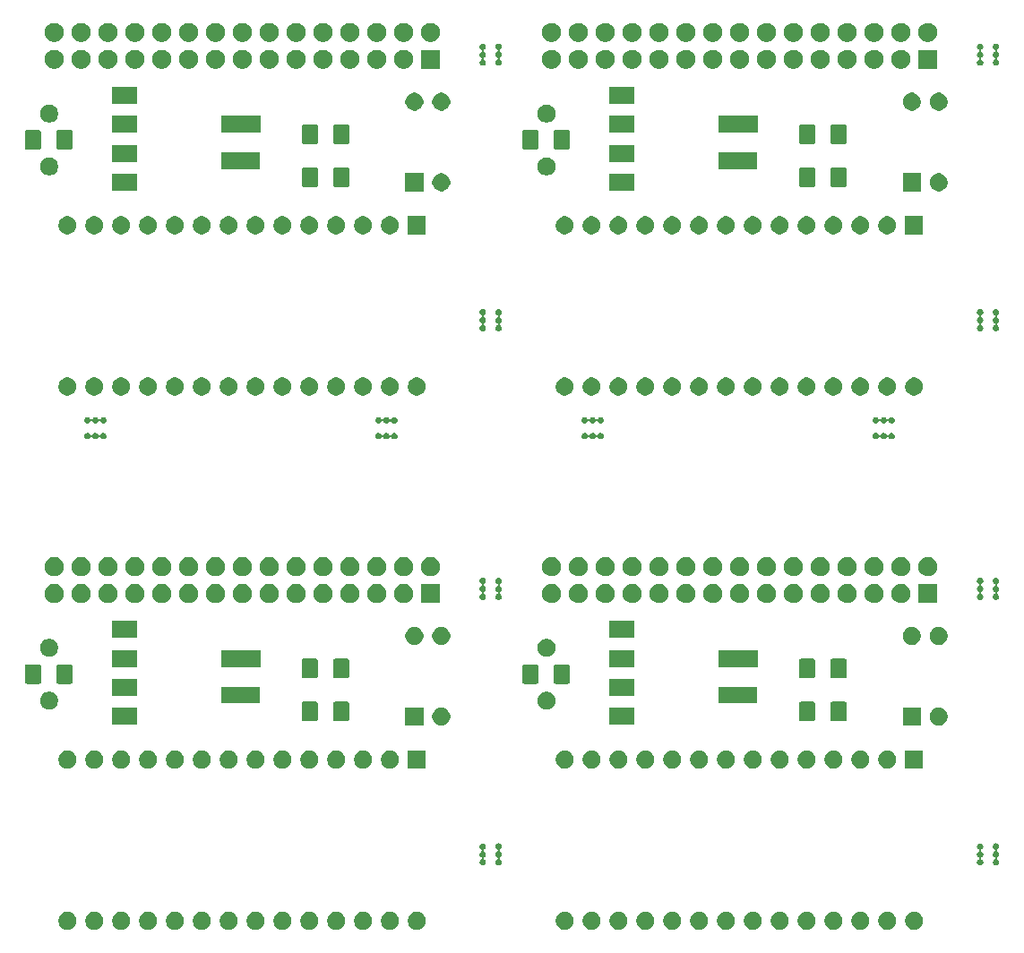
<source format=gbr>
G04 #@! TF.GenerationSoftware,KiCad,Pcbnew,(5.1.5)-3*
G04 #@! TF.CreationDate,2021-01-17T18:04:29-08:00*
G04 #@! TF.ProjectId,YamahaMSX_MiniCartridge,59616d61-6861-44d5-9358-5f4d696e6943,rev?*
G04 #@! TF.SameCoordinates,Original*
G04 #@! TF.FileFunction,Soldermask,Top*
G04 #@! TF.FilePolarity,Negative*
%FSLAX46Y46*%
G04 Gerber Fmt 4.6, Leading zero omitted, Abs format (unit mm)*
G04 Created by KiCad (PCBNEW (5.1.5)-3) date 2021-01-17 18:04:29*
%MOMM*%
%LPD*%
G04 APERTURE LIST*
%ADD10C,0.100000*%
G04 APERTURE END LIST*
D10*
G36*
X93247628Y-116737703D02*
G01*
X93402500Y-116801853D01*
X93541881Y-116894985D01*
X93660415Y-117013519D01*
X93753547Y-117152900D01*
X93817697Y-117307772D01*
X93850400Y-117472184D01*
X93850400Y-117639816D01*
X93817697Y-117804228D01*
X93753547Y-117959100D01*
X93660415Y-118098481D01*
X93541881Y-118217015D01*
X93402500Y-118310147D01*
X93247628Y-118374297D01*
X93083216Y-118407000D01*
X92915584Y-118407000D01*
X92751172Y-118374297D01*
X92596300Y-118310147D01*
X92456919Y-118217015D01*
X92338385Y-118098481D01*
X92245253Y-117959100D01*
X92181103Y-117804228D01*
X92148400Y-117639816D01*
X92148400Y-117472184D01*
X92181103Y-117307772D01*
X92245253Y-117152900D01*
X92338385Y-117013519D01*
X92456919Y-116894985D01*
X92596300Y-116801853D01*
X92751172Y-116737703D01*
X92915584Y-116705000D01*
X93083216Y-116705000D01*
X93247628Y-116737703D01*
G37*
G36*
X126267628Y-116737703D02*
G01*
X126422500Y-116801853D01*
X126561881Y-116894985D01*
X126680415Y-117013519D01*
X126773547Y-117152900D01*
X126837697Y-117307772D01*
X126870400Y-117472184D01*
X126870400Y-117639816D01*
X126837697Y-117804228D01*
X126773547Y-117959100D01*
X126680415Y-118098481D01*
X126561881Y-118217015D01*
X126422500Y-118310147D01*
X126267628Y-118374297D01*
X126103216Y-118407000D01*
X125935584Y-118407000D01*
X125771172Y-118374297D01*
X125616300Y-118310147D01*
X125476919Y-118217015D01*
X125358385Y-118098481D01*
X125265253Y-117959100D01*
X125201103Y-117804228D01*
X125168400Y-117639816D01*
X125168400Y-117472184D01*
X125201103Y-117307772D01*
X125265253Y-117152900D01*
X125358385Y-117013519D01*
X125476919Y-116894985D01*
X125616300Y-116801853D01*
X125771172Y-116737703D01*
X125935584Y-116705000D01*
X126103216Y-116705000D01*
X126267628Y-116737703D01*
G37*
G36*
X79267628Y-116737703D02*
G01*
X79422500Y-116801853D01*
X79561881Y-116894985D01*
X79680415Y-117013519D01*
X79773547Y-117152900D01*
X79837697Y-117307772D01*
X79870400Y-117472184D01*
X79870400Y-117639816D01*
X79837697Y-117804228D01*
X79773547Y-117959100D01*
X79680415Y-118098481D01*
X79561881Y-118217015D01*
X79422500Y-118310147D01*
X79267628Y-118374297D01*
X79103216Y-118407000D01*
X78935584Y-118407000D01*
X78771172Y-118374297D01*
X78616300Y-118310147D01*
X78476919Y-118217015D01*
X78358385Y-118098481D01*
X78265253Y-117959100D01*
X78201103Y-117804228D01*
X78168400Y-117639816D01*
X78168400Y-117472184D01*
X78201103Y-117307772D01*
X78265253Y-117152900D01*
X78358385Y-117013519D01*
X78476919Y-116894985D01*
X78616300Y-116801853D01*
X78771172Y-116737703D01*
X78935584Y-116705000D01*
X79103216Y-116705000D01*
X79267628Y-116737703D01*
G37*
G36*
X76727628Y-116737703D02*
G01*
X76882500Y-116801853D01*
X77021881Y-116894985D01*
X77140415Y-117013519D01*
X77233547Y-117152900D01*
X77297697Y-117307772D01*
X77330400Y-117472184D01*
X77330400Y-117639816D01*
X77297697Y-117804228D01*
X77233547Y-117959100D01*
X77140415Y-118098481D01*
X77021881Y-118217015D01*
X76882500Y-118310147D01*
X76727628Y-118374297D01*
X76563216Y-118407000D01*
X76395584Y-118407000D01*
X76231172Y-118374297D01*
X76076300Y-118310147D01*
X75936919Y-118217015D01*
X75818385Y-118098481D01*
X75725253Y-117959100D01*
X75661103Y-117804228D01*
X75628400Y-117639816D01*
X75628400Y-117472184D01*
X75661103Y-117307772D01*
X75725253Y-117152900D01*
X75818385Y-117013519D01*
X75936919Y-116894985D01*
X76076300Y-116801853D01*
X76231172Y-116737703D01*
X76395584Y-116705000D01*
X76563216Y-116705000D01*
X76727628Y-116737703D01*
G37*
G36*
X74187628Y-116737703D02*
G01*
X74342500Y-116801853D01*
X74481881Y-116894985D01*
X74600415Y-117013519D01*
X74693547Y-117152900D01*
X74757697Y-117307772D01*
X74790400Y-117472184D01*
X74790400Y-117639816D01*
X74757697Y-117804228D01*
X74693547Y-117959100D01*
X74600415Y-118098481D01*
X74481881Y-118217015D01*
X74342500Y-118310147D01*
X74187628Y-118374297D01*
X74023216Y-118407000D01*
X73855584Y-118407000D01*
X73691172Y-118374297D01*
X73536300Y-118310147D01*
X73396919Y-118217015D01*
X73278385Y-118098481D01*
X73185253Y-117959100D01*
X73121103Y-117804228D01*
X73088400Y-117639816D01*
X73088400Y-117472184D01*
X73121103Y-117307772D01*
X73185253Y-117152900D01*
X73278385Y-117013519D01*
X73396919Y-116894985D01*
X73536300Y-116801853D01*
X73691172Y-116737703D01*
X73855584Y-116705000D01*
X74023216Y-116705000D01*
X74187628Y-116737703D01*
G37*
G36*
X71647628Y-116737703D02*
G01*
X71802500Y-116801853D01*
X71941881Y-116894985D01*
X72060415Y-117013519D01*
X72153547Y-117152900D01*
X72217697Y-117307772D01*
X72250400Y-117472184D01*
X72250400Y-117639816D01*
X72217697Y-117804228D01*
X72153547Y-117959100D01*
X72060415Y-118098481D01*
X71941881Y-118217015D01*
X71802500Y-118310147D01*
X71647628Y-118374297D01*
X71483216Y-118407000D01*
X71315584Y-118407000D01*
X71151172Y-118374297D01*
X70996300Y-118310147D01*
X70856919Y-118217015D01*
X70738385Y-118098481D01*
X70645253Y-117959100D01*
X70581103Y-117804228D01*
X70548400Y-117639816D01*
X70548400Y-117472184D01*
X70581103Y-117307772D01*
X70645253Y-117152900D01*
X70738385Y-117013519D01*
X70856919Y-116894985D01*
X70996300Y-116801853D01*
X71151172Y-116737703D01*
X71315584Y-116705000D01*
X71483216Y-116705000D01*
X71647628Y-116737703D01*
G37*
G36*
X69107628Y-116737703D02*
G01*
X69262500Y-116801853D01*
X69401881Y-116894985D01*
X69520415Y-117013519D01*
X69613547Y-117152900D01*
X69677697Y-117307772D01*
X69710400Y-117472184D01*
X69710400Y-117639816D01*
X69677697Y-117804228D01*
X69613547Y-117959100D01*
X69520415Y-118098481D01*
X69401881Y-118217015D01*
X69262500Y-118310147D01*
X69107628Y-118374297D01*
X68943216Y-118407000D01*
X68775584Y-118407000D01*
X68611172Y-118374297D01*
X68456300Y-118310147D01*
X68316919Y-118217015D01*
X68198385Y-118098481D01*
X68105253Y-117959100D01*
X68041103Y-117804228D01*
X68008400Y-117639816D01*
X68008400Y-117472184D01*
X68041103Y-117307772D01*
X68105253Y-117152900D01*
X68198385Y-117013519D01*
X68316919Y-116894985D01*
X68456300Y-116801853D01*
X68611172Y-116737703D01*
X68775584Y-116705000D01*
X68943216Y-116705000D01*
X69107628Y-116737703D01*
G37*
G36*
X66567628Y-116737703D02*
G01*
X66722500Y-116801853D01*
X66861881Y-116894985D01*
X66980415Y-117013519D01*
X67073547Y-117152900D01*
X67137697Y-117307772D01*
X67170400Y-117472184D01*
X67170400Y-117639816D01*
X67137697Y-117804228D01*
X67073547Y-117959100D01*
X66980415Y-118098481D01*
X66861881Y-118217015D01*
X66722500Y-118310147D01*
X66567628Y-118374297D01*
X66403216Y-118407000D01*
X66235584Y-118407000D01*
X66071172Y-118374297D01*
X65916300Y-118310147D01*
X65776919Y-118217015D01*
X65658385Y-118098481D01*
X65565253Y-117959100D01*
X65501103Y-117804228D01*
X65468400Y-117639816D01*
X65468400Y-117472184D01*
X65501103Y-117307772D01*
X65565253Y-117152900D01*
X65658385Y-117013519D01*
X65776919Y-116894985D01*
X65916300Y-116801853D01*
X66071172Y-116737703D01*
X66235584Y-116705000D01*
X66403216Y-116705000D01*
X66567628Y-116737703D01*
G37*
G36*
X64027628Y-116737703D02*
G01*
X64182500Y-116801853D01*
X64321881Y-116894985D01*
X64440415Y-117013519D01*
X64533547Y-117152900D01*
X64597697Y-117307772D01*
X64630400Y-117472184D01*
X64630400Y-117639816D01*
X64597697Y-117804228D01*
X64533547Y-117959100D01*
X64440415Y-118098481D01*
X64321881Y-118217015D01*
X64182500Y-118310147D01*
X64027628Y-118374297D01*
X63863216Y-118407000D01*
X63695584Y-118407000D01*
X63531172Y-118374297D01*
X63376300Y-118310147D01*
X63236919Y-118217015D01*
X63118385Y-118098481D01*
X63025253Y-117959100D01*
X62961103Y-117804228D01*
X62928400Y-117639816D01*
X62928400Y-117472184D01*
X62961103Y-117307772D01*
X63025253Y-117152900D01*
X63118385Y-117013519D01*
X63236919Y-116894985D01*
X63376300Y-116801853D01*
X63531172Y-116737703D01*
X63695584Y-116705000D01*
X63863216Y-116705000D01*
X64027628Y-116737703D01*
G37*
G36*
X61487628Y-116737703D02*
G01*
X61642500Y-116801853D01*
X61781881Y-116894985D01*
X61900415Y-117013519D01*
X61993547Y-117152900D01*
X62057697Y-117307772D01*
X62090400Y-117472184D01*
X62090400Y-117639816D01*
X62057697Y-117804228D01*
X61993547Y-117959100D01*
X61900415Y-118098481D01*
X61781881Y-118217015D01*
X61642500Y-118310147D01*
X61487628Y-118374297D01*
X61323216Y-118407000D01*
X61155584Y-118407000D01*
X60991172Y-118374297D01*
X60836300Y-118310147D01*
X60696919Y-118217015D01*
X60578385Y-118098481D01*
X60485253Y-117959100D01*
X60421103Y-117804228D01*
X60388400Y-117639816D01*
X60388400Y-117472184D01*
X60421103Y-117307772D01*
X60485253Y-117152900D01*
X60578385Y-117013519D01*
X60696919Y-116894985D01*
X60836300Y-116801853D01*
X60991172Y-116737703D01*
X61155584Y-116705000D01*
X61323216Y-116705000D01*
X61487628Y-116737703D01*
G37*
G36*
X58947628Y-116737703D02*
G01*
X59102500Y-116801853D01*
X59241881Y-116894985D01*
X59360415Y-117013519D01*
X59453547Y-117152900D01*
X59517697Y-117307772D01*
X59550400Y-117472184D01*
X59550400Y-117639816D01*
X59517697Y-117804228D01*
X59453547Y-117959100D01*
X59360415Y-118098481D01*
X59241881Y-118217015D01*
X59102500Y-118310147D01*
X58947628Y-118374297D01*
X58783216Y-118407000D01*
X58615584Y-118407000D01*
X58451172Y-118374297D01*
X58296300Y-118310147D01*
X58156919Y-118217015D01*
X58038385Y-118098481D01*
X57945253Y-117959100D01*
X57881103Y-117804228D01*
X57848400Y-117639816D01*
X57848400Y-117472184D01*
X57881103Y-117307772D01*
X57945253Y-117152900D01*
X58038385Y-117013519D01*
X58156919Y-116894985D01*
X58296300Y-116801853D01*
X58451172Y-116737703D01*
X58615584Y-116705000D01*
X58783216Y-116705000D01*
X58947628Y-116737703D01*
G37*
G36*
X56407628Y-116737703D02*
G01*
X56562500Y-116801853D01*
X56701881Y-116894985D01*
X56820415Y-117013519D01*
X56913547Y-117152900D01*
X56977697Y-117307772D01*
X57010400Y-117472184D01*
X57010400Y-117639816D01*
X56977697Y-117804228D01*
X56913547Y-117959100D01*
X56820415Y-118098481D01*
X56701881Y-118217015D01*
X56562500Y-118310147D01*
X56407628Y-118374297D01*
X56243216Y-118407000D01*
X56075584Y-118407000D01*
X55911172Y-118374297D01*
X55756300Y-118310147D01*
X55616919Y-118217015D01*
X55498385Y-118098481D01*
X55405253Y-117959100D01*
X55341103Y-117804228D01*
X55308400Y-117639816D01*
X55308400Y-117472184D01*
X55341103Y-117307772D01*
X55405253Y-117152900D01*
X55498385Y-117013519D01*
X55616919Y-116894985D01*
X55756300Y-116801853D01*
X55911172Y-116737703D01*
X56075584Y-116705000D01*
X56243216Y-116705000D01*
X56407628Y-116737703D01*
G37*
G36*
X53867628Y-116737703D02*
G01*
X54022500Y-116801853D01*
X54161881Y-116894985D01*
X54280415Y-117013519D01*
X54373547Y-117152900D01*
X54437697Y-117307772D01*
X54470400Y-117472184D01*
X54470400Y-117639816D01*
X54437697Y-117804228D01*
X54373547Y-117959100D01*
X54280415Y-118098481D01*
X54161881Y-118217015D01*
X54022500Y-118310147D01*
X53867628Y-118374297D01*
X53703216Y-118407000D01*
X53535584Y-118407000D01*
X53371172Y-118374297D01*
X53216300Y-118310147D01*
X53076919Y-118217015D01*
X52958385Y-118098481D01*
X52865253Y-117959100D01*
X52801103Y-117804228D01*
X52768400Y-117639816D01*
X52768400Y-117472184D01*
X52801103Y-117307772D01*
X52865253Y-117152900D01*
X52958385Y-117013519D01*
X53076919Y-116894985D01*
X53216300Y-116801853D01*
X53371172Y-116737703D01*
X53535584Y-116705000D01*
X53703216Y-116705000D01*
X53867628Y-116737703D01*
G37*
G36*
X51327628Y-116737703D02*
G01*
X51482500Y-116801853D01*
X51621881Y-116894985D01*
X51740415Y-117013519D01*
X51833547Y-117152900D01*
X51897697Y-117307772D01*
X51930400Y-117472184D01*
X51930400Y-117639816D01*
X51897697Y-117804228D01*
X51833547Y-117959100D01*
X51740415Y-118098481D01*
X51621881Y-118217015D01*
X51482500Y-118310147D01*
X51327628Y-118374297D01*
X51163216Y-118407000D01*
X50995584Y-118407000D01*
X50831172Y-118374297D01*
X50676300Y-118310147D01*
X50536919Y-118217015D01*
X50418385Y-118098481D01*
X50325253Y-117959100D01*
X50261103Y-117804228D01*
X50228400Y-117639816D01*
X50228400Y-117472184D01*
X50261103Y-117307772D01*
X50325253Y-117152900D01*
X50418385Y-117013519D01*
X50536919Y-116894985D01*
X50676300Y-116801853D01*
X50831172Y-116737703D01*
X50995584Y-116705000D01*
X51163216Y-116705000D01*
X51327628Y-116737703D01*
G37*
G36*
X48787628Y-116737703D02*
G01*
X48942500Y-116801853D01*
X49081881Y-116894985D01*
X49200415Y-117013519D01*
X49293547Y-117152900D01*
X49357697Y-117307772D01*
X49390400Y-117472184D01*
X49390400Y-117639816D01*
X49357697Y-117804228D01*
X49293547Y-117959100D01*
X49200415Y-118098481D01*
X49081881Y-118217015D01*
X48942500Y-118310147D01*
X48787628Y-118374297D01*
X48623216Y-118407000D01*
X48455584Y-118407000D01*
X48291172Y-118374297D01*
X48136300Y-118310147D01*
X47996919Y-118217015D01*
X47878385Y-118098481D01*
X47785253Y-117959100D01*
X47721103Y-117804228D01*
X47688400Y-117639816D01*
X47688400Y-117472184D01*
X47721103Y-117307772D01*
X47785253Y-117152900D01*
X47878385Y-117013519D01*
X47996919Y-116894985D01*
X48136300Y-116801853D01*
X48291172Y-116737703D01*
X48455584Y-116705000D01*
X48623216Y-116705000D01*
X48787628Y-116737703D01*
G37*
G36*
X123727628Y-116737703D02*
G01*
X123882500Y-116801853D01*
X124021881Y-116894985D01*
X124140415Y-117013519D01*
X124233547Y-117152900D01*
X124297697Y-117307772D01*
X124330400Y-117472184D01*
X124330400Y-117639816D01*
X124297697Y-117804228D01*
X124233547Y-117959100D01*
X124140415Y-118098481D01*
X124021881Y-118217015D01*
X123882500Y-118310147D01*
X123727628Y-118374297D01*
X123563216Y-118407000D01*
X123395584Y-118407000D01*
X123231172Y-118374297D01*
X123076300Y-118310147D01*
X122936919Y-118217015D01*
X122818385Y-118098481D01*
X122725253Y-117959100D01*
X122661103Y-117804228D01*
X122628400Y-117639816D01*
X122628400Y-117472184D01*
X122661103Y-117307772D01*
X122725253Y-117152900D01*
X122818385Y-117013519D01*
X122936919Y-116894985D01*
X123076300Y-116801853D01*
X123231172Y-116737703D01*
X123395584Y-116705000D01*
X123563216Y-116705000D01*
X123727628Y-116737703D01*
G37*
G36*
X121187628Y-116737703D02*
G01*
X121342500Y-116801853D01*
X121481881Y-116894985D01*
X121600415Y-117013519D01*
X121693547Y-117152900D01*
X121757697Y-117307772D01*
X121790400Y-117472184D01*
X121790400Y-117639816D01*
X121757697Y-117804228D01*
X121693547Y-117959100D01*
X121600415Y-118098481D01*
X121481881Y-118217015D01*
X121342500Y-118310147D01*
X121187628Y-118374297D01*
X121023216Y-118407000D01*
X120855584Y-118407000D01*
X120691172Y-118374297D01*
X120536300Y-118310147D01*
X120396919Y-118217015D01*
X120278385Y-118098481D01*
X120185253Y-117959100D01*
X120121103Y-117804228D01*
X120088400Y-117639816D01*
X120088400Y-117472184D01*
X120121103Y-117307772D01*
X120185253Y-117152900D01*
X120278385Y-117013519D01*
X120396919Y-116894985D01*
X120536300Y-116801853D01*
X120691172Y-116737703D01*
X120855584Y-116705000D01*
X121023216Y-116705000D01*
X121187628Y-116737703D01*
G37*
G36*
X118647628Y-116737703D02*
G01*
X118802500Y-116801853D01*
X118941881Y-116894985D01*
X119060415Y-117013519D01*
X119153547Y-117152900D01*
X119217697Y-117307772D01*
X119250400Y-117472184D01*
X119250400Y-117639816D01*
X119217697Y-117804228D01*
X119153547Y-117959100D01*
X119060415Y-118098481D01*
X118941881Y-118217015D01*
X118802500Y-118310147D01*
X118647628Y-118374297D01*
X118483216Y-118407000D01*
X118315584Y-118407000D01*
X118151172Y-118374297D01*
X117996300Y-118310147D01*
X117856919Y-118217015D01*
X117738385Y-118098481D01*
X117645253Y-117959100D01*
X117581103Y-117804228D01*
X117548400Y-117639816D01*
X117548400Y-117472184D01*
X117581103Y-117307772D01*
X117645253Y-117152900D01*
X117738385Y-117013519D01*
X117856919Y-116894985D01*
X117996300Y-116801853D01*
X118151172Y-116737703D01*
X118315584Y-116705000D01*
X118483216Y-116705000D01*
X118647628Y-116737703D01*
G37*
G36*
X116107628Y-116737703D02*
G01*
X116262500Y-116801853D01*
X116401881Y-116894985D01*
X116520415Y-117013519D01*
X116613547Y-117152900D01*
X116677697Y-117307772D01*
X116710400Y-117472184D01*
X116710400Y-117639816D01*
X116677697Y-117804228D01*
X116613547Y-117959100D01*
X116520415Y-118098481D01*
X116401881Y-118217015D01*
X116262500Y-118310147D01*
X116107628Y-118374297D01*
X115943216Y-118407000D01*
X115775584Y-118407000D01*
X115611172Y-118374297D01*
X115456300Y-118310147D01*
X115316919Y-118217015D01*
X115198385Y-118098481D01*
X115105253Y-117959100D01*
X115041103Y-117804228D01*
X115008400Y-117639816D01*
X115008400Y-117472184D01*
X115041103Y-117307772D01*
X115105253Y-117152900D01*
X115198385Y-117013519D01*
X115316919Y-116894985D01*
X115456300Y-116801853D01*
X115611172Y-116737703D01*
X115775584Y-116705000D01*
X115943216Y-116705000D01*
X116107628Y-116737703D01*
G37*
G36*
X113567628Y-116737703D02*
G01*
X113722500Y-116801853D01*
X113861881Y-116894985D01*
X113980415Y-117013519D01*
X114073547Y-117152900D01*
X114137697Y-117307772D01*
X114170400Y-117472184D01*
X114170400Y-117639816D01*
X114137697Y-117804228D01*
X114073547Y-117959100D01*
X113980415Y-118098481D01*
X113861881Y-118217015D01*
X113722500Y-118310147D01*
X113567628Y-118374297D01*
X113403216Y-118407000D01*
X113235584Y-118407000D01*
X113071172Y-118374297D01*
X112916300Y-118310147D01*
X112776919Y-118217015D01*
X112658385Y-118098481D01*
X112565253Y-117959100D01*
X112501103Y-117804228D01*
X112468400Y-117639816D01*
X112468400Y-117472184D01*
X112501103Y-117307772D01*
X112565253Y-117152900D01*
X112658385Y-117013519D01*
X112776919Y-116894985D01*
X112916300Y-116801853D01*
X113071172Y-116737703D01*
X113235584Y-116705000D01*
X113403216Y-116705000D01*
X113567628Y-116737703D01*
G37*
G36*
X111027628Y-116737703D02*
G01*
X111182500Y-116801853D01*
X111321881Y-116894985D01*
X111440415Y-117013519D01*
X111533547Y-117152900D01*
X111597697Y-117307772D01*
X111630400Y-117472184D01*
X111630400Y-117639816D01*
X111597697Y-117804228D01*
X111533547Y-117959100D01*
X111440415Y-118098481D01*
X111321881Y-118217015D01*
X111182500Y-118310147D01*
X111027628Y-118374297D01*
X110863216Y-118407000D01*
X110695584Y-118407000D01*
X110531172Y-118374297D01*
X110376300Y-118310147D01*
X110236919Y-118217015D01*
X110118385Y-118098481D01*
X110025253Y-117959100D01*
X109961103Y-117804228D01*
X109928400Y-117639816D01*
X109928400Y-117472184D01*
X109961103Y-117307772D01*
X110025253Y-117152900D01*
X110118385Y-117013519D01*
X110236919Y-116894985D01*
X110376300Y-116801853D01*
X110531172Y-116737703D01*
X110695584Y-116705000D01*
X110863216Y-116705000D01*
X111027628Y-116737703D01*
G37*
G36*
X108487628Y-116737703D02*
G01*
X108642500Y-116801853D01*
X108781881Y-116894985D01*
X108900415Y-117013519D01*
X108993547Y-117152900D01*
X109057697Y-117307772D01*
X109090400Y-117472184D01*
X109090400Y-117639816D01*
X109057697Y-117804228D01*
X108993547Y-117959100D01*
X108900415Y-118098481D01*
X108781881Y-118217015D01*
X108642500Y-118310147D01*
X108487628Y-118374297D01*
X108323216Y-118407000D01*
X108155584Y-118407000D01*
X107991172Y-118374297D01*
X107836300Y-118310147D01*
X107696919Y-118217015D01*
X107578385Y-118098481D01*
X107485253Y-117959100D01*
X107421103Y-117804228D01*
X107388400Y-117639816D01*
X107388400Y-117472184D01*
X107421103Y-117307772D01*
X107485253Y-117152900D01*
X107578385Y-117013519D01*
X107696919Y-116894985D01*
X107836300Y-116801853D01*
X107991172Y-116737703D01*
X108155584Y-116705000D01*
X108323216Y-116705000D01*
X108487628Y-116737703D01*
G37*
G36*
X105947628Y-116737703D02*
G01*
X106102500Y-116801853D01*
X106241881Y-116894985D01*
X106360415Y-117013519D01*
X106453547Y-117152900D01*
X106517697Y-117307772D01*
X106550400Y-117472184D01*
X106550400Y-117639816D01*
X106517697Y-117804228D01*
X106453547Y-117959100D01*
X106360415Y-118098481D01*
X106241881Y-118217015D01*
X106102500Y-118310147D01*
X105947628Y-118374297D01*
X105783216Y-118407000D01*
X105615584Y-118407000D01*
X105451172Y-118374297D01*
X105296300Y-118310147D01*
X105156919Y-118217015D01*
X105038385Y-118098481D01*
X104945253Y-117959100D01*
X104881103Y-117804228D01*
X104848400Y-117639816D01*
X104848400Y-117472184D01*
X104881103Y-117307772D01*
X104945253Y-117152900D01*
X105038385Y-117013519D01*
X105156919Y-116894985D01*
X105296300Y-116801853D01*
X105451172Y-116737703D01*
X105615584Y-116705000D01*
X105783216Y-116705000D01*
X105947628Y-116737703D01*
G37*
G36*
X103407628Y-116737703D02*
G01*
X103562500Y-116801853D01*
X103701881Y-116894985D01*
X103820415Y-117013519D01*
X103913547Y-117152900D01*
X103977697Y-117307772D01*
X104010400Y-117472184D01*
X104010400Y-117639816D01*
X103977697Y-117804228D01*
X103913547Y-117959100D01*
X103820415Y-118098481D01*
X103701881Y-118217015D01*
X103562500Y-118310147D01*
X103407628Y-118374297D01*
X103243216Y-118407000D01*
X103075584Y-118407000D01*
X102911172Y-118374297D01*
X102756300Y-118310147D01*
X102616919Y-118217015D01*
X102498385Y-118098481D01*
X102405253Y-117959100D01*
X102341103Y-117804228D01*
X102308400Y-117639816D01*
X102308400Y-117472184D01*
X102341103Y-117307772D01*
X102405253Y-117152900D01*
X102498385Y-117013519D01*
X102616919Y-116894985D01*
X102756300Y-116801853D01*
X102911172Y-116737703D01*
X103075584Y-116705000D01*
X103243216Y-116705000D01*
X103407628Y-116737703D01*
G37*
G36*
X100867628Y-116737703D02*
G01*
X101022500Y-116801853D01*
X101161881Y-116894985D01*
X101280415Y-117013519D01*
X101373547Y-117152900D01*
X101437697Y-117307772D01*
X101470400Y-117472184D01*
X101470400Y-117639816D01*
X101437697Y-117804228D01*
X101373547Y-117959100D01*
X101280415Y-118098481D01*
X101161881Y-118217015D01*
X101022500Y-118310147D01*
X100867628Y-118374297D01*
X100703216Y-118407000D01*
X100535584Y-118407000D01*
X100371172Y-118374297D01*
X100216300Y-118310147D01*
X100076919Y-118217015D01*
X99958385Y-118098481D01*
X99865253Y-117959100D01*
X99801103Y-117804228D01*
X99768400Y-117639816D01*
X99768400Y-117472184D01*
X99801103Y-117307772D01*
X99865253Y-117152900D01*
X99958385Y-117013519D01*
X100076919Y-116894985D01*
X100216300Y-116801853D01*
X100371172Y-116737703D01*
X100535584Y-116705000D01*
X100703216Y-116705000D01*
X100867628Y-116737703D01*
G37*
G36*
X98327628Y-116737703D02*
G01*
X98482500Y-116801853D01*
X98621881Y-116894985D01*
X98740415Y-117013519D01*
X98833547Y-117152900D01*
X98897697Y-117307772D01*
X98930400Y-117472184D01*
X98930400Y-117639816D01*
X98897697Y-117804228D01*
X98833547Y-117959100D01*
X98740415Y-118098481D01*
X98621881Y-118217015D01*
X98482500Y-118310147D01*
X98327628Y-118374297D01*
X98163216Y-118407000D01*
X97995584Y-118407000D01*
X97831172Y-118374297D01*
X97676300Y-118310147D01*
X97536919Y-118217015D01*
X97418385Y-118098481D01*
X97325253Y-117959100D01*
X97261103Y-117804228D01*
X97228400Y-117639816D01*
X97228400Y-117472184D01*
X97261103Y-117307772D01*
X97325253Y-117152900D01*
X97418385Y-117013519D01*
X97536919Y-116894985D01*
X97676300Y-116801853D01*
X97831172Y-116737703D01*
X97995584Y-116705000D01*
X98163216Y-116705000D01*
X98327628Y-116737703D01*
G37*
G36*
X95787628Y-116737703D02*
G01*
X95942500Y-116801853D01*
X96081881Y-116894985D01*
X96200415Y-117013519D01*
X96293547Y-117152900D01*
X96357697Y-117307772D01*
X96390400Y-117472184D01*
X96390400Y-117639816D01*
X96357697Y-117804228D01*
X96293547Y-117959100D01*
X96200415Y-118098481D01*
X96081881Y-118217015D01*
X95942500Y-118310147D01*
X95787628Y-118374297D01*
X95623216Y-118407000D01*
X95455584Y-118407000D01*
X95291172Y-118374297D01*
X95136300Y-118310147D01*
X94996919Y-118217015D01*
X94878385Y-118098481D01*
X94785253Y-117959100D01*
X94721103Y-117804228D01*
X94688400Y-117639816D01*
X94688400Y-117472184D01*
X94721103Y-117307772D01*
X94785253Y-117152900D01*
X94878385Y-117013519D01*
X94996919Y-116894985D01*
X95136300Y-116801853D01*
X95291172Y-116737703D01*
X95455584Y-116705000D01*
X95623216Y-116705000D01*
X95787628Y-116737703D01*
G37*
G36*
X46247628Y-116737703D02*
G01*
X46402500Y-116801853D01*
X46541881Y-116894985D01*
X46660415Y-117013519D01*
X46753547Y-117152900D01*
X46817697Y-117307772D01*
X46850400Y-117472184D01*
X46850400Y-117639816D01*
X46817697Y-117804228D01*
X46753547Y-117959100D01*
X46660415Y-118098481D01*
X46541881Y-118217015D01*
X46402500Y-118310147D01*
X46247628Y-118374297D01*
X46083216Y-118407000D01*
X45915584Y-118407000D01*
X45751172Y-118374297D01*
X45596300Y-118310147D01*
X45456919Y-118217015D01*
X45338385Y-118098481D01*
X45245253Y-117959100D01*
X45181103Y-117804228D01*
X45148400Y-117639816D01*
X45148400Y-117472184D01*
X45181103Y-117307772D01*
X45245253Y-117152900D01*
X45338385Y-117013519D01*
X45456919Y-116894985D01*
X45596300Y-116801853D01*
X45751172Y-116737703D01*
X45915584Y-116705000D01*
X46083216Y-116705000D01*
X46247628Y-116737703D01*
G37*
G36*
X133842197Y-110237567D02*
G01*
X133896975Y-110260257D01*
X133896977Y-110260258D01*
X133946276Y-110293198D01*
X133988202Y-110335124D01*
X134021142Y-110384423D01*
X134021143Y-110384425D01*
X134043833Y-110439203D01*
X134055400Y-110497353D01*
X134055400Y-110556647D01*
X134043833Y-110614797D01*
X134021143Y-110669575D01*
X134021142Y-110669577D01*
X133988202Y-110718876D01*
X133946276Y-110760802D01*
X133896977Y-110793742D01*
X133890504Y-110798067D01*
X133871562Y-110813612D01*
X133856017Y-110832554D01*
X133844466Y-110854165D01*
X133837353Y-110877614D01*
X133834951Y-110902000D01*
X133837353Y-110926386D01*
X133844466Y-110949835D01*
X133856017Y-110971446D01*
X133871562Y-110990388D01*
X133890504Y-111005933D01*
X133896977Y-111010258D01*
X133946276Y-111043198D01*
X133988202Y-111085124D01*
X134021142Y-111134423D01*
X134021143Y-111134425D01*
X134043833Y-111189203D01*
X134055400Y-111247353D01*
X134055400Y-111306647D01*
X134043833Y-111364797D01*
X134021143Y-111419575D01*
X134021142Y-111419577D01*
X133988202Y-111468876D01*
X133946276Y-111510802D01*
X133896977Y-111543742D01*
X133890504Y-111548067D01*
X133871562Y-111563612D01*
X133856017Y-111582554D01*
X133844466Y-111604165D01*
X133837353Y-111627614D01*
X133834951Y-111652000D01*
X133837353Y-111676386D01*
X133844466Y-111699835D01*
X133856017Y-111721446D01*
X133871562Y-111740388D01*
X133890504Y-111755933D01*
X133896977Y-111760258D01*
X133946276Y-111793198D01*
X133988202Y-111835124D01*
X134021142Y-111884423D01*
X134021143Y-111884425D01*
X134043833Y-111939203D01*
X134055400Y-111997353D01*
X134055400Y-112056647D01*
X134043833Y-112114797D01*
X134021143Y-112169575D01*
X134021142Y-112169577D01*
X133988202Y-112218876D01*
X133946276Y-112260802D01*
X133896977Y-112293742D01*
X133896976Y-112293743D01*
X133896975Y-112293743D01*
X133842197Y-112316433D01*
X133784047Y-112328000D01*
X133724753Y-112328000D01*
X133666603Y-112316433D01*
X133611825Y-112293743D01*
X133611824Y-112293743D01*
X133611823Y-112293742D01*
X133562524Y-112260802D01*
X133520598Y-112218876D01*
X133487658Y-112169577D01*
X133487657Y-112169575D01*
X133464967Y-112114797D01*
X133453400Y-112056647D01*
X133453400Y-111997353D01*
X133464967Y-111939203D01*
X133487657Y-111884425D01*
X133487658Y-111884423D01*
X133520598Y-111835124D01*
X133562524Y-111793198D01*
X133611823Y-111760258D01*
X133618296Y-111755933D01*
X133637238Y-111740388D01*
X133652783Y-111721446D01*
X133664334Y-111699835D01*
X133671447Y-111676386D01*
X133673849Y-111652000D01*
X133671447Y-111627614D01*
X133664334Y-111604165D01*
X133652783Y-111582554D01*
X133637238Y-111563612D01*
X133618296Y-111548067D01*
X133611823Y-111543742D01*
X133562524Y-111510802D01*
X133520598Y-111468876D01*
X133487658Y-111419577D01*
X133487657Y-111419575D01*
X133464967Y-111364797D01*
X133453400Y-111306647D01*
X133453400Y-111247353D01*
X133464967Y-111189203D01*
X133487657Y-111134425D01*
X133487658Y-111134423D01*
X133520598Y-111085124D01*
X133562524Y-111043198D01*
X133611823Y-111010258D01*
X133618296Y-111005933D01*
X133637238Y-110990388D01*
X133652783Y-110971446D01*
X133664334Y-110949835D01*
X133671447Y-110926386D01*
X133673849Y-110902000D01*
X133671447Y-110877614D01*
X133664334Y-110854165D01*
X133652783Y-110832554D01*
X133637238Y-110813612D01*
X133618296Y-110798067D01*
X133611823Y-110793742D01*
X133562524Y-110760802D01*
X133520598Y-110718876D01*
X133487658Y-110669577D01*
X133487657Y-110669575D01*
X133464967Y-110614797D01*
X133453400Y-110556647D01*
X133453400Y-110497353D01*
X133464967Y-110439203D01*
X133487657Y-110384425D01*
X133487658Y-110384423D01*
X133520598Y-110335124D01*
X133562524Y-110293198D01*
X133611823Y-110260258D01*
X133611825Y-110260257D01*
X133666603Y-110237567D01*
X133724753Y-110226000D01*
X133784047Y-110226000D01*
X133842197Y-110237567D01*
G37*
G36*
X86842197Y-110237567D02*
G01*
X86896975Y-110260257D01*
X86896977Y-110260258D01*
X86946276Y-110293198D01*
X86988202Y-110335124D01*
X87021142Y-110384423D01*
X87021143Y-110384425D01*
X87043833Y-110439203D01*
X87055400Y-110497353D01*
X87055400Y-110556647D01*
X87043833Y-110614797D01*
X87021143Y-110669575D01*
X87021142Y-110669577D01*
X86988202Y-110718876D01*
X86946276Y-110760802D01*
X86896977Y-110793742D01*
X86890504Y-110798067D01*
X86871562Y-110813612D01*
X86856017Y-110832554D01*
X86844466Y-110854165D01*
X86837353Y-110877614D01*
X86834951Y-110902000D01*
X86837353Y-110926386D01*
X86844466Y-110949835D01*
X86856017Y-110971446D01*
X86871562Y-110990388D01*
X86890504Y-111005933D01*
X86896977Y-111010258D01*
X86946276Y-111043198D01*
X86988202Y-111085124D01*
X87021142Y-111134423D01*
X87021143Y-111134425D01*
X87043833Y-111189203D01*
X87055400Y-111247353D01*
X87055400Y-111306647D01*
X87043833Y-111364797D01*
X87021143Y-111419575D01*
X87021142Y-111419577D01*
X86988202Y-111468876D01*
X86946276Y-111510802D01*
X86896977Y-111543742D01*
X86890504Y-111548067D01*
X86871562Y-111563612D01*
X86856017Y-111582554D01*
X86844466Y-111604165D01*
X86837353Y-111627614D01*
X86834951Y-111652000D01*
X86837353Y-111676386D01*
X86844466Y-111699835D01*
X86856017Y-111721446D01*
X86871562Y-111740388D01*
X86890504Y-111755933D01*
X86896977Y-111760258D01*
X86946276Y-111793198D01*
X86988202Y-111835124D01*
X87021142Y-111884423D01*
X87021143Y-111884425D01*
X87043833Y-111939203D01*
X87055400Y-111997353D01*
X87055400Y-112056647D01*
X87043833Y-112114797D01*
X87021143Y-112169575D01*
X87021142Y-112169577D01*
X86988202Y-112218876D01*
X86946276Y-112260802D01*
X86896977Y-112293742D01*
X86896976Y-112293743D01*
X86896975Y-112293743D01*
X86842197Y-112316433D01*
X86784047Y-112328000D01*
X86724753Y-112328000D01*
X86666603Y-112316433D01*
X86611825Y-112293743D01*
X86611824Y-112293743D01*
X86611823Y-112293742D01*
X86562524Y-112260802D01*
X86520598Y-112218876D01*
X86487658Y-112169577D01*
X86487657Y-112169575D01*
X86464967Y-112114797D01*
X86453400Y-112056647D01*
X86453400Y-111997353D01*
X86464967Y-111939203D01*
X86487657Y-111884425D01*
X86487658Y-111884423D01*
X86520598Y-111835124D01*
X86562524Y-111793198D01*
X86611823Y-111760258D01*
X86618296Y-111755933D01*
X86637238Y-111740388D01*
X86652783Y-111721446D01*
X86664334Y-111699835D01*
X86671447Y-111676386D01*
X86673849Y-111652000D01*
X86671447Y-111627614D01*
X86664334Y-111604165D01*
X86652783Y-111582554D01*
X86637238Y-111563612D01*
X86618296Y-111548067D01*
X86611823Y-111543742D01*
X86562524Y-111510802D01*
X86520598Y-111468876D01*
X86487658Y-111419577D01*
X86487657Y-111419575D01*
X86464967Y-111364797D01*
X86453400Y-111306647D01*
X86453400Y-111247353D01*
X86464967Y-111189203D01*
X86487657Y-111134425D01*
X86487658Y-111134423D01*
X86520598Y-111085124D01*
X86562524Y-111043198D01*
X86611823Y-111010258D01*
X86618296Y-111005933D01*
X86637238Y-110990388D01*
X86652783Y-110971446D01*
X86664334Y-110949835D01*
X86671447Y-110926386D01*
X86673849Y-110902000D01*
X86671447Y-110877614D01*
X86664334Y-110854165D01*
X86652783Y-110832554D01*
X86637238Y-110813612D01*
X86618296Y-110798067D01*
X86611823Y-110793742D01*
X86562524Y-110760802D01*
X86520598Y-110718876D01*
X86487658Y-110669577D01*
X86487657Y-110669575D01*
X86464967Y-110614797D01*
X86453400Y-110556647D01*
X86453400Y-110497353D01*
X86464967Y-110439203D01*
X86487657Y-110384425D01*
X86487658Y-110384423D01*
X86520598Y-110335124D01*
X86562524Y-110293198D01*
X86611823Y-110260258D01*
X86611825Y-110260257D01*
X86666603Y-110237567D01*
X86724753Y-110226000D01*
X86784047Y-110226000D01*
X86842197Y-110237567D01*
G37*
G36*
X132342197Y-110237567D02*
G01*
X132396975Y-110260257D01*
X132396977Y-110260258D01*
X132446276Y-110293198D01*
X132488202Y-110335124D01*
X132521142Y-110384423D01*
X132521143Y-110384425D01*
X132543833Y-110439203D01*
X132555400Y-110497353D01*
X132555400Y-110556647D01*
X132543833Y-110614797D01*
X132521143Y-110669575D01*
X132521142Y-110669577D01*
X132488202Y-110718876D01*
X132446276Y-110760802D01*
X132396977Y-110793742D01*
X132390504Y-110798067D01*
X132371562Y-110813612D01*
X132356017Y-110832554D01*
X132344466Y-110854165D01*
X132337353Y-110877614D01*
X132334951Y-110902000D01*
X132337353Y-110926386D01*
X132344466Y-110949835D01*
X132356017Y-110971446D01*
X132371562Y-110990388D01*
X132390504Y-111005933D01*
X132396977Y-111010258D01*
X132446276Y-111043198D01*
X132488202Y-111085124D01*
X132521142Y-111134423D01*
X132521143Y-111134425D01*
X132543833Y-111189203D01*
X132555400Y-111247353D01*
X132555400Y-111306647D01*
X132543833Y-111364797D01*
X132521143Y-111419575D01*
X132521142Y-111419577D01*
X132488202Y-111468876D01*
X132446276Y-111510802D01*
X132396977Y-111543742D01*
X132390504Y-111548067D01*
X132371562Y-111563612D01*
X132356017Y-111582554D01*
X132344466Y-111604165D01*
X132337353Y-111627614D01*
X132334951Y-111652000D01*
X132337353Y-111676386D01*
X132344466Y-111699835D01*
X132356017Y-111721446D01*
X132371562Y-111740388D01*
X132390504Y-111755933D01*
X132396977Y-111760258D01*
X132446276Y-111793198D01*
X132488202Y-111835124D01*
X132521142Y-111884423D01*
X132521143Y-111884425D01*
X132543833Y-111939203D01*
X132555400Y-111997353D01*
X132555400Y-112056647D01*
X132543833Y-112114797D01*
X132521143Y-112169575D01*
X132521142Y-112169577D01*
X132488202Y-112218876D01*
X132446276Y-112260802D01*
X132396977Y-112293742D01*
X132396976Y-112293743D01*
X132396975Y-112293743D01*
X132342197Y-112316433D01*
X132284047Y-112328000D01*
X132224753Y-112328000D01*
X132166603Y-112316433D01*
X132111825Y-112293743D01*
X132111824Y-112293743D01*
X132111823Y-112293742D01*
X132062524Y-112260802D01*
X132020598Y-112218876D01*
X131987658Y-112169577D01*
X131987657Y-112169575D01*
X131964967Y-112114797D01*
X131953400Y-112056647D01*
X131953400Y-111997353D01*
X131964967Y-111939203D01*
X131987657Y-111884425D01*
X131987658Y-111884423D01*
X132020598Y-111835124D01*
X132062524Y-111793198D01*
X132111823Y-111760258D01*
X132118296Y-111755933D01*
X132137238Y-111740388D01*
X132152783Y-111721446D01*
X132164334Y-111699835D01*
X132171447Y-111676386D01*
X132173849Y-111652000D01*
X132171447Y-111627614D01*
X132164334Y-111604165D01*
X132152783Y-111582554D01*
X132137238Y-111563612D01*
X132118296Y-111548067D01*
X132111823Y-111543742D01*
X132062524Y-111510802D01*
X132020598Y-111468876D01*
X131987658Y-111419577D01*
X131987657Y-111419575D01*
X131964967Y-111364797D01*
X131953400Y-111306647D01*
X131953400Y-111247353D01*
X131964967Y-111189203D01*
X131987657Y-111134425D01*
X131987658Y-111134423D01*
X132020598Y-111085124D01*
X132062524Y-111043198D01*
X132111823Y-111010258D01*
X132118296Y-111005933D01*
X132137238Y-110990388D01*
X132152783Y-110971446D01*
X132164334Y-110949835D01*
X132171447Y-110926386D01*
X132173849Y-110902000D01*
X132171447Y-110877614D01*
X132164334Y-110854165D01*
X132152783Y-110832554D01*
X132137238Y-110813612D01*
X132118296Y-110798067D01*
X132111823Y-110793742D01*
X132062524Y-110760802D01*
X132020598Y-110718876D01*
X131987658Y-110669577D01*
X131987657Y-110669575D01*
X131964967Y-110614797D01*
X131953400Y-110556647D01*
X131953400Y-110497353D01*
X131964967Y-110439203D01*
X131987657Y-110384425D01*
X131987658Y-110384423D01*
X132020598Y-110335124D01*
X132062524Y-110293198D01*
X132111823Y-110260258D01*
X132111825Y-110260257D01*
X132166603Y-110237567D01*
X132224753Y-110226000D01*
X132284047Y-110226000D01*
X132342197Y-110237567D01*
G37*
G36*
X85342197Y-110237567D02*
G01*
X85396975Y-110260257D01*
X85396977Y-110260258D01*
X85446276Y-110293198D01*
X85488202Y-110335124D01*
X85521142Y-110384423D01*
X85521143Y-110384425D01*
X85543833Y-110439203D01*
X85555400Y-110497353D01*
X85555400Y-110556647D01*
X85543833Y-110614797D01*
X85521143Y-110669575D01*
X85521142Y-110669577D01*
X85488202Y-110718876D01*
X85446276Y-110760802D01*
X85396977Y-110793742D01*
X85390504Y-110798067D01*
X85371562Y-110813612D01*
X85356017Y-110832554D01*
X85344466Y-110854165D01*
X85337353Y-110877614D01*
X85334951Y-110902000D01*
X85337353Y-110926386D01*
X85344466Y-110949835D01*
X85356017Y-110971446D01*
X85371562Y-110990388D01*
X85390504Y-111005933D01*
X85396977Y-111010258D01*
X85446276Y-111043198D01*
X85488202Y-111085124D01*
X85521142Y-111134423D01*
X85521143Y-111134425D01*
X85543833Y-111189203D01*
X85555400Y-111247353D01*
X85555400Y-111306647D01*
X85543833Y-111364797D01*
X85521143Y-111419575D01*
X85521142Y-111419577D01*
X85488202Y-111468876D01*
X85446276Y-111510802D01*
X85396977Y-111543742D01*
X85390504Y-111548067D01*
X85371562Y-111563612D01*
X85356017Y-111582554D01*
X85344466Y-111604165D01*
X85337353Y-111627614D01*
X85334951Y-111652000D01*
X85337353Y-111676386D01*
X85344466Y-111699835D01*
X85356017Y-111721446D01*
X85371562Y-111740388D01*
X85390504Y-111755933D01*
X85396977Y-111760258D01*
X85446276Y-111793198D01*
X85488202Y-111835124D01*
X85521142Y-111884423D01*
X85521143Y-111884425D01*
X85543833Y-111939203D01*
X85555400Y-111997353D01*
X85555400Y-112056647D01*
X85543833Y-112114797D01*
X85521143Y-112169575D01*
X85521142Y-112169577D01*
X85488202Y-112218876D01*
X85446276Y-112260802D01*
X85396977Y-112293742D01*
X85396976Y-112293743D01*
X85396975Y-112293743D01*
X85342197Y-112316433D01*
X85284047Y-112328000D01*
X85224753Y-112328000D01*
X85166603Y-112316433D01*
X85111825Y-112293743D01*
X85111824Y-112293743D01*
X85111823Y-112293742D01*
X85062524Y-112260802D01*
X85020598Y-112218876D01*
X84987658Y-112169577D01*
X84987657Y-112169575D01*
X84964967Y-112114797D01*
X84953400Y-112056647D01*
X84953400Y-111997353D01*
X84964967Y-111939203D01*
X84987657Y-111884425D01*
X84987658Y-111884423D01*
X85020598Y-111835124D01*
X85062524Y-111793198D01*
X85111823Y-111760258D01*
X85118296Y-111755933D01*
X85137238Y-111740388D01*
X85152783Y-111721446D01*
X85164334Y-111699835D01*
X85171447Y-111676386D01*
X85173849Y-111652000D01*
X85171447Y-111627614D01*
X85164334Y-111604165D01*
X85152783Y-111582554D01*
X85137238Y-111563612D01*
X85118296Y-111548067D01*
X85111823Y-111543742D01*
X85062524Y-111510802D01*
X85020598Y-111468876D01*
X84987658Y-111419577D01*
X84987657Y-111419575D01*
X84964967Y-111364797D01*
X84953400Y-111306647D01*
X84953400Y-111247353D01*
X84964967Y-111189203D01*
X84987657Y-111134425D01*
X84987658Y-111134423D01*
X85020598Y-111085124D01*
X85062524Y-111043198D01*
X85111823Y-111010258D01*
X85118296Y-111005933D01*
X85137238Y-110990388D01*
X85152783Y-110971446D01*
X85164334Y-110949835D01*
X85171447Y-110926386D01*
X85173849Y-110902000D01*
X85171447Y-110877614D01*
X85164334Y-110854165D01*
X85152783Y-110832554D01*
X85137238Y-110813612D01*
X85118296Y-110798067D01*
X85111823Y-110793742D01*
X85062524Y-110760802D01*
X85020598Y-110718876D01*
X84987658Y-110669577D01*
X84987657Y-110669575D01*
X84964967Y-110614797D01*
X84953400Y-110556647D01*
X84953400Y-110497353D01*
X84964967Y-110439203D01*
X84987657Y-110384425D01*
X84987658Y-110384423D01*
X85020598Y-110335124D01*
X85062524Y-110293198D01*
X85111823Y-110260258D01*
X85111825Y-110260257D01*
X85166603Y-110237567D01*
X85224753Y-110226000D01*
X85284047Y-110226000D01*
X85342197Y-110237567D01*
G37*
G36*
X111027628Y-101497703D02*
G01*
X111182500Y-101561853D01*
X111321881Y-101654985D01*
X111440415Y-101773519D01*
X111533547Y-101912900D01*
X111597697Y-102067772D01*
X111630400Y-102232184D01*
X111630400Y-102399816D01*
X111597697Y-102564228D01*
X111533547Y-102719100D01*
X111440415Y-102858481D01*
X111321881Y-102977015D01*
X111182500Y-103070147D01*
X111027628Y-103134297D01*
X110863216Y-103167000D01*
X110695584Y-103167000D01*
X110531172Y-103134297D01*
X110376300Y-103070147D01*
X110236919Y-102977015D01*
X110118385Y-102858481D01*
X110025253Y-102719100D01*
X109961103Y-102564228D01*
X109928400Y-102399816D01*
X109928400Y-102232184D01*
X109961103Y-102067772D01*
X110025253Y-101912900D01*
X110118385Y-101773519D01*
X110236919Y-101654985D01*
X110376300Y-101561853D01*
X110531172Y-101497703D01*
X110695584Y-101465000D01*
X110863216Y-101465000D01*
X111027628Y-101497703D01*
G37*
G36*
X116107628Y-101497703D02*
G01*
X116262500Y-101561853D01*
X116401881Y-101654985D01*
X116520415Y-101773519D01*
X116613547Y-101912900D01*
X116677697Y-102067772D01*
X116710400Y-102232184D01*
X116710400Y-102399816D01*
X116677697Y-102564228D01*
X116613547Y-102719100D01*
X116520415Y-102858481D01*
X116401881Y-102977015D01*
X116262500Y-103070147D01*
X116107628Y-103134297D01*
X115943216Y-103167000D01*
X115775584Y-103167000D01*
X115611172Y-103134297D01*
X115456300Y-103070147D01*
X115316919Y-102977015D01*
X115198385Y-102858481D01*
X115105253Y-102719100D01*
X115041103Y-102564228D01*
X115008400Y-102399816D01*
X115008400Y-102232184D01*
X115041103Y-102067772D01*
X115105253Y-101912900D01*
X115198385Y-101773519D01*
X115316919Y-101654985D01*
X115456300Y-101561853D01*
X115611172Y-101497703D01*
X115775584Y-101465000D01*
X115943216Y-101465000D01*
X116107628Y-101497703D01*
G37*
G36*
X56407628Y-101497703D02*
G01*
X56562500Y-101561853D01*
X56701881Y-101654985D01*
X56820415Y-101773519D01*
X56913547Y-101912900D01*
X56977697Y-102067772D01*
X57010400Y-102232184D01*
X57010400Y-102399816D01*
X56977697Y-102564228D01*
X56913547Y-102719100D01*
X56820415Y-102858481D01*
X56701881Y-102977015D01*
X56562500Y-103070147D01*
X56407628Y-103134297D01*
X56243216Y-103167000D01*
X56075584Y-103167000D01*
X55911172Y-103134297D01*
X55756300Y-103070147D01*
X55616919Y-102977015D01*
X55498385Y-102858481D01*
X55405253Y-102719100D01*
X55341103Y-102564228D01*
X55308400Y-102399816D01*
X55308400Y-102232184D01*
X55341103Y-102067772D01*
X55405253Y-101912900D01*
X55498385Y-101773519D01*
X55616919Y-101654985D01*
X55756300Y-101561853D01*
X55911172Y-101497703D01*
X56075584Y-101465000D01*
X56243216Y-101465000D01*
X56407628Y-101497703D01*
G37*
G36*
X113567628Y-101497703D02*
G01*
X113722500Y-101561853D01*
X113861881Y-101654985D01*
X113980415Y-101773519D01*
X114073547Y-101912900D01*
X114137697Y-102067772D01*
X114170400Y-102232184D01*
X114170400Y-102399816D01*
X114137697Y-102564228D01*
X114073547Y-102719100D01*
X113980415Y-102858481D01*
X113861881Y-102977015D01*
X113722500Y-103070147D01*
X113567628Y-103134297D01*
X113403216Y-103167000D01*
X113235584Y-103167000D01*
X113071172Y-103134297D01*
X112916300Y-103070147D01*
X112776919Y-102977015D01*
X112658385Y-102858481D01*
X112565253Y-102719100D01*
X112501103Y-102564228D01*
X112468400Y-102399816D01*
X112468400Y-102232184D01*
X112501103Y-102067772D01*
X112565253Y-101912900D01*
X112658385Y-101773519D01*
X112776919Y-101654985D01*
X112916300Y-101561853D01*
X113071172Y-101497703D01*
X113235584Y-101465000D01*
X113403216Y-101465000D01*
X113567628Y-101497703D01*
G37*
G36*
X58947628Y-101497703D02*
G01*
X59102500Y-101561853D01*
X59241881Y-101654985D01*
X59360415Y-101773519D01*
X59453547Y-101912900D01*
X59517697Y-102067772D01*
X59550400Y-102232184D01*
X59550400Y-102399816D01*
X59517697Y-102564228D01*
X59453547Y-102719100D01*
X59360415Y-102858481D01*
X59241881Y-102977015D01*
X59102500Y-103070147D01*
X58947628Y-103134297D01*
X58783216Y-103167000D01*
X58615584Y-103167000D01*
X58451172Y-103134297D01*
X58296300Y-103070147D01*
X58156919Y-102977015D01*
X58038385Y-102858481D01*
X57945253Y-102719100D01*
X57881103Y-102564228D01*
X57848400Y-102399816D01*
X57848400Y-102232184D01*
X57881103Y-102067772D01*
X57945253Y-101912900D01*
X58038385Y-101773519D01*
X58156919Y-101654985D01*
X58296300Y-101561853D01*
X58451172Y-101497703D01*
X58615584Y-101465000D01*
X58783216Y-101465000D01*
X58947628Y-101497703D01*
G37*
G36*
X61487628Y-101497703D02*
G01*
X61642500Y-101561853D01*
X61781881Y-101654985D01*
X61900415Y-101773519D01*
X61993547Y-101912900D01*
X62057697Y-102067772D01*
X62090400Y-102232184D01*
X62090400Y-102399816D01*
X62057697Y-102564228D01*
X61993547Y-102719100D01*
X61900415Y-102858481D01*
X61781881Y-102977015D01*
X61642500Y-103070147D01*
X61487628Y-103134297D01*
X61323216Y-103167000D01*
X61155584Y-103167000D01*
X60991172Y-103134297D01*
X60836300Y-103070147D01*
X60696919Y-102977015D01*
X60578385Y-102858481D01*
X60485253Y-102719100D01*
X60421103Y-102564228D01*
X60388400Y-102399816D01*
X60388400Y-102232184D01*
X60421103Y-102067772D01*
X60485253Y-101912900D01*
X60578385Y-101773519D01*
X60696919Y-101654985D01*
X60836300Y-101561853D01*
X60991172Y-101497703D01*
X61155584Y-101465000D01*
X61323216Y-101465000D01*
X61487628Y-101497703D01*
G37*
G36*
X108487628Y-101497703D02*
G01*
X108642500Y-101561853D01*
X108781881Y-101654985D01*
X108900415Y-101773519D01*
X108993547Y-101912900D01*
X109057697Y-102067772D01*
X109090400Y-102232184D01*
X109090400Y-102399816D01*
X109057697Y-102564228D01*
X108993547Y-102719100D01*
X108900415Y-102858481D01*
X108781881Y-102977015D01*
X108642500Y-103070147D01*
X108487628Y-103134297D01*
X108323216Y-103167000D01*
X108155584Y-103167000D01*
X107991172Y-103134297D01*
X107836300Y-103070147D01*
X107696919Y-102977015D01*
X107578385Y-102858481D01*
X107485253Y-102719100D01*
X107421103Y-102564228D01*
X107388400Y-102399816D01*
X107388400Y-102232184D01*
X107421103Y-102067772D01*
X107485253Y-101912900D01*
X107578385Y-101773519D01*
X107696919Y-101654985D01*
X107836300Y-101561853D01*
X107991172Y-101497703D01*
X108155584Y-101465000D01*
X108323216Y-101465000D01*
X108487628Y-101497703D01*
G37*
G36*
X105947628Y-101497703D02*
G01*
X106102500Y-101561853D01*
X106241881Y-101654985D01*
X106360415Y-101773519D01*
X106453547Y-101912900D01*
X106517697Y-102067772D01*
X106550400Y-102232184D01*
X106550400Y-102399816D01*
X106517697Y-102564228D01*
X106453547Y-102719100D01*
X106360415Y-102858481D01*
X106241881Y-102977015D01*
X106102500Y-103070147D01*
X105947628Y-103134297D01*
X105783216Y-103167000D01*
X105615584Y-103167000D01*
X105451172Y-103134297D01*
X105296300Y-103070147D01*
X105156919Y-102977015D01*
X105038385Y-102858481D01*
X104945253Y-102719100D01*
X104881103Y-102564228D01*
X104848400Y-102399816D01*
X104848400Y-102232184D01*
X104881103Y-102067772D01*
X104945253Y-101912900D01*
X105038385Y-101773519D01*
X105156919Y-101654985D01*
X105296300Y-101561853D01*
X105451172Y-101497703D01*
X105615584Y-101465000D01*
X105783216Y-101465000D01*
X105947628Y-101497703D01*
G37*
G36*
X79870400Y-103167000D02*
G01*
X78168400Y-103167000D01*
X78168400Y-101465000D01*
X79870400Y-101465000D01*
X79870400Y-103167000D01*
G37*
G36*
X103407628Y-101497703D02*
G01*
X103562500Y-101561853D01*
X103701881Y-101654985D01*
X103820415Y-101773519D01*
X103913547Y-101912900D01*
X103977697Y-102067772D01*
X104010400Y-102232184D01*
X104010400Y-102399816D01*
X103977697Y-102564228D01*
X103913547Y-102719100D01*
X103820415Y-102858481D01*
X103701881Y-102977015D01*
X103562500Y-103070147D01*
X103407628Y-103134297D01*
X103243216Y-103167000D01*
X103075584Y-103167000D01*
X102911172Y-103134297D01*
X102756300Y-103070147D01*
X102616919Y-102977015D01*
X102498385Y-102858481D01*
X102405253Y-102719100D01*
X102341103Y-102564228D01*
X102308400Y-102399816D01*
X102308400Y-102232184D01*
X102341103Y-102067772D01*
X102405253Y-101912900D01*
X102498385Y-101773519D01*
X102616919Y-101654985D01*
X102756300Y-101561853D01*
X102911172Y-101497703D01*
X103075584Y-101465000D01*
X103243216Y-101465000D01*
X103407628Y-101497703D01*
G37*
G36*
X69107628Y-101497703D02*
G01*
X69262500Y-101561853D01*
X69401881Y-101654985D01*
X69520415Y-101773519D01*
X69613547Y-101912900D01*
X69677697Y-102067772D01*
X69710400Y-102232184D01*
X69710400Y-102399816D01*
X69677697Y-102564228D01*
X69613547Y-102719100D01*
X69520415Y-102858481D01*
X69401881Y-102977015D01*
X69262500Y-103070147D01*
X69107628Y-103134297D01*
X68943216Y-103167000D01*
X68775584Y-103167000D01*
X68611172Y-103134297D01*
X68456300Y-103070147D01*
X68316919Y-102977015D01*
X68198385Y-102858481D01*
X68105253Y-102719100D01*
X68041103Y-102564228D01*
X68008400Y-102399816D01*
X68008400Y-102232184D01*
X68041103Y-102067772D01*
X68105253Y-101912900D01*
X68198385Y-101773519D01*
X68316919Y-101654985D01*
X68456300Y-101561853D01*
X68611172Y-101497703D01*
X68775584Y-101465000D01*
X68943216Y-101465000D01*
X69107628Y-101497703D01*
G37*
G36*
X100867628Y-101497703D02*
G01*
X101022500Y-101561853D01*
X101161881Y-101654985D01*
X101280415Y-101773519D01*
X101373547Y-101912900D01*
X101437697Y-102067772D01*
X101470400Y-102232184D01*
X101470400Y-102399816D01*
X101437697Y-102564228D01*
X101373547Y-102719100D01*
X101280415Y-102858481D01*
X101161881Y-102977015D01*
X101022500Y-103070147D01*
X100867628Y-103134297D01*
X100703216Y-103167000D01*
X100535584Y-103167000D01*
X100371172Y-103134297D01*
X100216300Y-103070147D01*
X100076919Y-102977015D01*
X99958385Y-102858481D01*
X99865253Y-102719100D01*
X99801103Y-102564228D01*
X99768400Y-102399816D01*
X99768400Y-102232184D01*
X99801103Y-102067772D01*
X99865253Y-101912900D01*
X99958385Y-101773519D01*
X100076919Y-101654985D01*
X100216300Y-101561853D01*
X100371172Y-101497703D01*
X100535584Y-101465000D01*
X100703216Y-101465000D01*
X100867628Y-101497703D01*
G37*
G36*
X71647628Y-101497703D02*
G01*
X71802500Y-101561853D01*
X71941881Y-101654985D01*
X72060415Y-101773519D01*
X72153547Y-101912900D01*
X72217697Y-102067772D01*
X72250400Y-102232184D01*
X72250400Y-102399816D01*
X72217697Y-102564228D01*
X72153547Y-102719100D01*
X72060415Y-102858481D01*
X71941881Y-102977015D01*
X71802500Y-103070147D01*
X71647628Y-103134297D01*
X71483216Y-103167000D01*
X71315584Y-103167000D01*
X71151172Y-103134297D01*
X70996300Y-103070147D01*
X70856919Y-102977015D01*
X70738385Y-102858481D01*
X70645253Y-102719100D01*
X70581103Y-102564228D01*
X70548400Y-102399816D01*
X70548400Y-102232184D01*
X70581103Y-102067772D01*
X70645253Y-101912900D01*
X70738385Y-101773519D01*
X70856919Y-101654985D01*
X70996300Y-101561853D01*
X71151172Y-101497703D01*
X71315584Y-101465000D01*
X71483216Y-101465000D01*
X71647628Y-101497703D01*
G37*
G36*
X98327628Y-101497703D02*
G01*
X98482500Y-101561853D01*
X98621881Y-101654985D01*
X98740415Y-101773519D01*
X98833547Y-101912900D01*
X98897697Y-102067772D01*
X98930400Y-102232184D01*
X98930400Y-102399816D01*
X98897697Y-102564228D01*
X98833547Y-102719100D01*
X98740415Y-102858481D01*
X98621881Y-102977015D01*
X98482500Y-103070147D01*
X98327628Y-103134297D01*
X98163216Y-103167000D01*
X97995584Y-103167000D01*
X97831172Y-103134297D01*
X97676300Y-103070147D01*
X97536919Y-102977015D01*
X97418385Y-102858481D01*
X97325253Y-102719100D01*
X97261103Y-102564228D01*
X97228400Y-102399816D01*
X97228400Y-102232184D01*
X97261103Y-102067772D01*
X97325253Y-101912900D01*
X97418385Y-101773519D01*
X97536919Y-101654985D01*
X97676300Y-101561853D01*
X97831172Y-101497703D01*
X97995584Y-101465000D01*
X98163216Y-101465000D01*
X98327628Y-101497703D01*
G37*
G36*
X53867628Y-101497703D02*
G01*
X54022500Y-101561853D01*
X54161881Y-101654985D01*
X54280415Y-101773519D01*
X54373547Y-101912900D01*
X54437697Y-102067772D01*
X54470400Y-102232184D01*
X54470400Y-102399816D01*
X54437697Y-102564228D01*
X54373547Y-102719100D01*
X54280415Y-102858481D01*
X54161881Y-102977015D01*
X54022500Y-103070147D01*
X53867628Y-103134297D01*
X53703216Y-103167000D01*
X53535584Y-103167000D01*
X53371172Y-103134297D01*
X53216300Y-103070147D01*
X53076919Y-102977015D01*
X52958385Y-102858481D01*
X52865253Y-102719100D01*
X52801103Y-102564228D01*
X52768400Y-102399816D01*
X52768400Y-102232184D01*
X52801103Y-102067772D01*
X52865253Y-101912900D01*
X52958385Y-101773519D01*
X53076919Y-101654985D01*
X53216300Y-101561853D01*
X53371172Y-101497703D01*
X53535584Y-101465000D01*
X53703216Y-101465000D01*
X53867628Y-101497703D01*
G37*
G36*
X74187628Y-101497703D02*
G01*
X74342500Y-101561853D01*
X74481881Y-101654985D01*
X74600415Y-101773519D01*
X74693547Y-101912900D01*
X74757697Y-102067772D01*
X74790400Y-102232184D01*
X74790400Y-102399816D01*
X74757697Y-102564228D01*
X74693547Y-102719100D01*
X74600415Y-102858481D01*
X74481881Y-102977015D01*
X74342500Y-103070147D01*
X74187628Y-103134297D01*
X74023216Y-103167000D01*
X73855584Y-103167000D01*
X73691172Y-103134297D01*
X73536300Y-103070147D01*
X73396919Y-102977015D01*
X73278385Y-102858481D01*
X73185253Y-102719100D01*
X73121103Y-102564228D01*
X73088400Y-102399816D01*
X73088400Y-102232184D01*
X73121103Y-102067772D01*
X73185253Y-101912900D01*
X73278385Y-101773519D01*
X73396919Y-101654985D01*
X73536300Y-101561853D01*
X73691172Y-101497703D01*
X73855584Y-101465000D01*
X74023216Y-101465000D01*
X74187628Y-101497703D01*
G37*
G36*
X126870400Y-103167000D02*
G01*
X125168400Y-103167000D01*
X125168400Y-101465000D01*
X126870400Y-101465000D01*
X126870400Y-103167000D01*
G37*
G36*
X64027628Y-101497703D02*
G01*
X64182500Y-101561853D01*
X64321881Y-101654985D01*
X64440415Y-101773519D01*
X64533547Y-101912900D01*
X64597697Y-102067772D01*
X64630400Y-102232184D01*
X64630400Y-102399816D01*
X64597697Y-102564228D01*
X64533547Y-102719100D01*
X64440415Y-102858481D01*
X64321881Y-102977015D01*
X64182500Y-103070147D01*
X64027628Y-103134297D01*
X63863216Y-103167000D01*
X63695584Y-103167000D01*
X63531172Y-103134297D01*
X63376300Y-103070147D01*
X63236919Y-102977015D01*
X63118385Y-102858481D01*
X63025253Y-102719100D01*
X62961103Y-102564228D01*
X62928400Y-102399816D01*
X62928400Y-102232184D01*
X62961103Y-102067772D01*
X63025253Y-101912900D01*
X63118385Y-101773519D01*
X63236919Y-101654985D01*
X63376300Y-101561853D01*
X63531172Y-101497703D01*
X63695584Y-101465000D01*
X63863216Y-101465000D01*
X64027628Y-101497703D01*
G37*
G36*
X46247628Y-101497703D02*
G01*
X46402500Y-101561853D01*
X46541881Y-101654985D01*
X46660415Y-101773519D01*
X46753547Y-101912900D01*
X46817697Y-102067772D01*
X46850400Y-102232184D01*
X46850400Y-102399816D01*
X46817697Y-102564228D01*
X46753547Y-102719100D01*
X46660415Y-102858481D01*
X46541881Y-102977015D01*
X46402500Y-103070147D01*
X46247628Y-103134297D01*
X46083216Y-103167000D01*
X45915584Y-103167000D01*
X45751172Y-103134297D01*
X45596300Y-103070147D01*
X45456919Y-102977015D01*
X45338385Y-102858481D01*
X45245253Y-102719100D01*
X45181103Y-102564228D01*
X45148400Y-102399816D01*
X45148400Y-102232184D01*
X45181103Y-102067772D01*
X45245253Y-101912900D01*
X45338385Y-101773519D01*
X45456919Y-101654985D01*
X45596300Y-101561853D01*
X45751172Y-101497703D01*
X45915584Y-101465000D01*
X46083216Y-101465000D01*
X46247628Y-101497703D01*
G37*
G36*
X123727628Y-101497703D02*
G01*
X123882500Y-101561853D01*
X124021881Y-101654985D01*
X124140415Y-101773519D01*
X124233547Y-101912900D01*
X124297697Y-102067772D01*
X124330400Y-102232184D01*
X124330400Y-102399816D01*
X124297697Y-102564228D01*
X124233547Y-102719100D01*
X124140415Y-102858481D01*
X124021881Y-102977015D01*
X123882500Y-103070147D01*
X123727628Y-103134297D01*
X123563216Y-103167000D01*
X123395584Y-103167000D01*
X123231172Y-103134297D01*
X123076300Y-103070147D01*
X122936919Y-102977015D01*
X122818385Y-102858481D01*
X122725253Y-102719100D01*
X122661103Y-102564228D01*
X122628400Y-102399816D01*
X122628400Y-102232184D01*
X122661103Y-102067772D01*
X122725253Y-101912900D01*
X122818385Y-101773519D01*
X122936919Y-101654985D01*
X123076300Y-101561853D01*
X123231172Y-101497703D01*
X123395584Y-101465000D01*
X123563216Y-101465000D01*
X123727628Y-101497703D01*
G37*
G36*
X48787628Y-101497703D02*
G01*
X48942500Y-101561853D01*
X49081881Y-101654985D01*
X49200415Y-101773519D01*
X49293547Y-101912900D01*
X49357697Y-102067772D01*
X49390400Y-102232184D01*
X49390400Y-102399816D01*
X49357697Y-102564228D01*
X49293547Y-102719100D01*
X49200415Y-102858481D01*
X49081881Y-102977015D01*
X48942500Y-103070147D01*
X48787628Y-103134297D01*
X48623216Y-103167000D01*
X48455584Y-103167000D01*
X48291172Y-103134297D01*
X48136300Y-103070147D01*
X47996919Y-102977015D01*
X47878385Y-102858481D01*
X47785253Y-102719100D01*
X47721103Y-102564228D01*
X47688400Y-102399816D01*
X47688400Y-102232184D01*
X47721103Y-102067772D01*
X47785253Y-101912900D01*
X47878385Y-101773519D01*
X47996919Y-101654985D01*
X48136300Y-101561853D01*
X48291172Y-101497703D01*
X48455584Y-101465000D01*
X48623216Y-101465000D01*
X48787628Y-101497703D01*
G37*
G36*
X51327628Y-101497703D02*
G01*
X51482500Y-101561853D01*
X51621881Y-101654985D01*
X51740415Y-101773519D01*
X51833547Y-101912900D01*
X51897697Y-102067772D01*
X51930400Y-102232184D01*
X51930400Y-102399816D01*
X51897697Y-102564228D01*
X51833547Y-102719100D01*
X51740415Y-102858481D01*
X51621881Y-102977015D01*
X51482500Y-103070147D01*
X51327628Y-103134297D01*
X51163216Y-103167000D01*
X50995584Y-103167000D01*
X50831172Y-103134297D01*
X50676300Y-103070147D01*
X50536919Y-102977015D01*
X50418385Y-102858481D01*
X50325253Y-102719100D01*
X50261103Y-102564228D01*
X50228400Y-102399816D01*
X50228400Y-102232184D01*
X50261103Y-102067772D01*
X50325253Y-101912900D01*
X50418385Y-101773519D01*
X50536919Y-101654985D01*
X50676300Y-101561853D01*
X50831172Y-101497703D01*
X50995584Y-101465000D01*
X51163216Y-101465000D01*
X51327628Y-101497703D01*
G37*
G36*
X95787628Y-101497703D02*
G01*
X95942500Y-101561853D01*
X96081881Y-101654985D01*
X96200415Y-101773519D01*
X96293547Y-101912900D01*
X96357697Y-102067772D01*
X96390400Y-102232184D01*
X96390400Y-102399816D01*
X96357697Y-102564228D01*
X96293547Y-102719100D01*
X96200415Y-102858481D01*
X96081881Y-102977015D01*
X95942500Y-103070147D01*
X95787628Y-103134297D01*
X95623216Y-103167000D01*
X95455584Y-103167000D01*
X95291172Y-103134297D01*
X95136300Y-103070147D01*
X94996919Y-102977015D01*
X94878385Y-102858481D01*
X94785253Y-102719100D01*
X94721103Y-102564228D01*
X94688400Y-102399816D01*
X94688400Y-102232184D01*
X94721103Y-102067772D01*
X94785253Y-101912900D01*
X94878385Y-101773519D01*
X94996919Y-101654985D01*
X95136300Y-101561853D01*
X95291172Y-101497703D01*
X95455584Y-101465000D01*
X95623216Y-101465000D01*
X95787628Y-101497703D01*
G37*
G36*
X76727628Y-101497703D02*
G01*
X76882500Y-101561853D01*
X77021881Y-101654985D01*
X77140415Y-101773519D01*
X77233547Y-101912900D01*
X77297697Y-102067772D01*
X77330400Y-102232184D01*
X77330400Y-102399816D01*
X77297697Y-102564228D01*
X77233547Y-102719100D01*
X77140415Y-102858481D01*
X77021881Y-102977015D01*
X76882500Y-103070147D01*
X76727628Y-103134297D01*
X76563216Y-103167000D01*
X76395584Y-103167000D01*
X76231172Y-103134297D01*
X76076300Y-103070147D01*
X75936919Y-102977015D01*
X75818385Y-102858481D01*
X75725253Y-102719100D01*
X75661103Y-102564228D01*
X75628400Y-102399816D01*
X75628400Y-102232184D01*
X75661103Y-102067772D01*
X75725253Y-101912900D01*
X75818385Y-101773519D01*
X75936919Y-101654985D01*
X76076300Y-101561853D01*
X76231172Y-101497703D01*
X76395584Y-101465000D01*
X76563216Y-101465000D01*
X76727628Y-101497703D01*
G37*
G36*
X93247628Y-101497703D02*
G01*
X93402500Y-101561853D01*
X93541881Y-101654985D01*
X93660415Y-101773519D01*
X93753547Y-101912900D01*
X93817697Y-102067772D01*
X93850400Y-102232184D01*
X93850400Y-102399816D01*
X93817697Y-102564228D01*
X93753547Y-102719100D01*
X93660415Y-102858481D01*
X93541881Y-102977015D01*
X93402500Y-103070147D01*
X93247628Y-103134297D01*
X93083216Y-103167000D01*
X92915584Y-103167000D01*
X92751172Y-103134297D01*
X92596300Y-103070147D01*
X92456919Y-102977015D01*
X92338385Y-102858481D01*
X92245253Y-102719100D01*
X92181103Y-102564228D01*
X92148400Y-102399816D01*
X92148400Y-102232184D01*
X92181103Y-102067772D01*
X92245253Y-101912900D01*
X92338385Y-101773519D01*
X92456919Y-101654985D01*
X92596300Y-101561853D01*
X92751172Y-101497703D01*
X92915584Y-101465000D01*
X93083216Y-101465000D01*
X93247628Y-101497703D01*
G37*
G36*
X66567628Y-101497703D02*
G01*
X66722500Y-101561853D01*
X66861881Y-101654985D01*
X66980415Y-101773519D01*
X67073547Y-101912900D01*
X67137697Y-102067772D01*
X67170400Y-102232184D01*
X67170400Y-102399816D01*
X67137697Y-102564228D01*
X67073547Y-102719100D01*
X66980415Y-102858481D01*
X66861881Y-102977015D01*
X66722500Y-103070147D01*
X66567628Y-103134297D01*
X66403216Y-103167000D01*
X66235584Y-103167000D01*
X66071172Y-103134297D01*
X65916300Y-103070147D01*
X65776919Y-102977015D01*
X65658385Y-102858481D01*
X65565253Y-102719100D01*
X65501103Y-102564228D01*
X65468400Y-102399816D01*
X65468400Y-102232184D01*
X65501103Y-102067772D01*
X65565253Y-101912900D01*
X65658385Y-101773519D01*
X65776919Y-101654985D01*
X65916300Y-101561853D01*
X66071172Y-101497703D01*
X66235584Y-101465000D01*
X66403216Y-101465000D01*
X66567628Y-101497703D01*
G37*
G36*
X118647628Y-101497703D02*
G01*
X118802500Y-101561853D01*
X118941881Y-101654985D01*
X119060415Y-101773519D01*
X119153547Y-101912900D01*
X119217697Y-102067772D01*
X119250400Y-102232184D01*
X119250400Y-102399816D01*
X119217697Y-102564228D01*
X119153547Y-102719100D01*
X119060415Y-102858481D01*
X118941881Y-102977015D01*
X118802500Y-103070147D01*
X118647628Y-103134297D01*
X118483216Y-103167000D01*
X118315584Y-103167000D01*
X118151172Y-103134297D01*
X117996300Y-103070147D01*
X117856919Y-102977015D01*
X117738385Y-102858481D01*
X117645253Y-102719100D01*
X117581103Y-102564228D01*
X117548400Y-102399816D01*
X117548400Y-102232184D01*
X117581103Y-102067772D01*
X117645253Y-101912900D01*
X117738385Y-101773519D01*
X117856919Y-101654985D01*
X117996300Y-101561853D01*
X118151172Y-101497703D01*
X118315584Y-101465000D01*
X118483216Y-101465000D01*
X118647628Y-101497703D01*
G37*
G36*
X121187628Y-101497703D02*
G01*
X121342500Y-101561853D01*
X121481881Y-101654985D01*
X121600415Y-101773519D01*
X121693547Y-101912900D01*
X121757697Y-102067772D01*
X121790400Y-102232184D01*
X121790400Y-102399816D01*
X121757697Y-102564228D01*
X121693547Y-102719100D01*
X121600415Y-102858481D01*
X121481881Y-102977015D01*
X121342500Y-103070147D01*
X121187628Y-103134297D01*
X121023216Y-103167000D01*
X120855584Y-103167000D01*
X120691172Y-103134297D01*
X120536300Y-103070147D01*
X120396919Y-102977015D01*
X120278385Y-102858481D01*
X120185253Y-102719100D01*
X120121103Y-102564228D01*
X120088400Y-102399816D01*
X120088400Y-102232184D01*
X120121103Y-102067772D01*
X120185253Y-101912900D01*
X120278385Y-101773519D01*
X120396919Y-101654985D01*
X120536300Y-101561853D01*
X120691172Y-101497703D01*
X120855584Y-101465000D01*
X121023216Y-101465000D01*
X121187628Y-101497703D01*
G37*
G36*
X81579028Y-97433703D02*
G01*
X81733900Y-97497853D01*
X81873281Y-97590985D01*
X81991815Y-97709519D01*
X82084947Y-97848900D01*
X82149097Y-98003772D01*
X82181800Y-98168184D01*
X82181800Y-98335816D01*
X82149097Y-98500228D01*
X82084947Y-98655100D01*
X81991815Y-98794481D01*
X81873281Y-98913015D01*
X81733900Y-99006147D01*
X81579028Y-99070297D01*
X81414616Y-99103000D01*
X81246984Y-99103000D01*
X81082572Y-99070297D01*
X80927700Y-99006147D01*
X80788319Y-98913015D01*
X80669785Y-98794481D01*
X80576653Y-98655100D01*
X80512503Y-98500228D01*
X80479800Y-98335816D01*
X80479800Y-98168184D01*
X80512503Y-98003772D01*
X80576653Y-97848900D01*
X80669785Y-97709519D01*
X80788319Y-97590985D01*
X80927700Y-97497853D01*
X81082572Y-97433703D01*
X81246984Y-97401000D01*
X81414616Y-97401000D01*
X81579028Y-97433703D01*
G37*
G36*
X128579028Y-97433703D02*
G01*
X128733900Y-97497853D01*
X128873281Y-97590985D01*
X128991815Y-97709519D01*
X129084947Y-97848900D01*
X129149097Y-98003772D01*
X129181800Y-98168184D01*
X129181800Y-98335816D01*
X129149097Y-98500228D01*
X129084947Y-98655100D01*
X128991815Y-98794481D01*
X128873281Y-98913015D01*
X128733900Y-99006147D01*
X128579028Y-99070297D01*
X128414616Y-99103000D01*
X128246984Y-99103000D01*
X128082572Y-99070297D01*
X127927700Y-99006147D01*
X127788319Y-98913015D01*
X127669785Y-98794481D01*
X127576653Y-98655100D01*
X127512503Y-98500228D01*
X127479800Y-98335816D01*
X127479800Y-98168184D01*
X127512503Y-98003772D01*
X127576653Y-97848900D01*
X127669785Y-97709519D01*
X127788319Y-97590985D01*
X127927700Y-97497853D01*
X128082572Y-97433703D01*
X128246984Y-97401000D01*
X128414616Y-97401000D01*
X128579028Y-97433703D01*
G37*
G36*
X126641800Y-99103000D02*
G01*
X124939800Y-99103000D01*
X124939800Y-97401000D01*
X126641800Y-97401000D01*
X126641800Y-99103000D01*
G37*
G36*
X79641800Y-99103000D02*
G01*
X77939800Y-99103000D01*
X77939800Y-97401000D01*
X79641800Y-97401000D01*
X79641800Y-99103000D01*
G37*
G36*
X99585200Y-99027600D02*
G01*
X97183200Y-99027600D01*
X97183200Y-97425600D01*
X99585200Y-97425600D01*
X99585200Y-99027600D01*
G37*
G36*
X52585200Y-99027600D02*
G01*
X50183200Y-99027600D01*
X50183200Y-97425600D01*
X52585200Y-97425600D01*
X52585200Y-99027600D01*
G37*
G36*
X69508962Y-96847581D02*
G01*
X69543881Y-96858174D01*
X69576063Y-96875376D01*
X69604273Y-96898527D01*
X69627424Y-96926737D01*
X69644626Y-96958919D01*
X69655219Y-96993838D01*
X69659400Y-97036295D01*
X69659400Y-98502505D01*
X69655219Y-98544962D01*
X69644626Y-98579881D01*
X69627424Y-98612063D01*
X69604273Y-98640273D01*
X69576063Y-98663424D01*
X69543881Y-98680626D01*
X69508962Y-98691219D01*
X69466505Y-98695400D01*
X68325295Y-98695400D01*
X68282838Y-98691219D01*
X68247919Y-98680626D01*
X68215737Y-98663424D01*
X68187527Y-98640273D01*
X68164376Y-98612063D01*
X68147174Y-98579881D01*
X68136581Y-98544962D01*
X68132400Y-98502505D01*
X68132400Y-97036295D01*
X68136581Y-96993838D01*
X68147174Y-96958919D01*
X68164376Y-96926737D01*
X68187527Y-96898527D01*
X68215737Y-96875376D01*
X68247919Y-96858174D01*
X68282838Y-96847581D01*
X68325295Y-96843400D01*
X69466505Y-96843400D01*
X69508962Y-96847581D01*
G37*
G36*
X119483962Y-96847581D02*
G01*
X119518881Y-96858174D01*
X119551063Y-96875376D01*
X119579273Y-96898527D01*
X119602424Y-96926737D01*
X119619626Y-96958919D01*
X119630219Y-96993838D01*
X119634400Y-97036295D01*
X119634400Y-98502505D01*
X119630219Y-98544962D01*
X119619626Y-98579881D01*
X119602424Y-98612063D01*
X119579273Y-98640273D01*
X119551063Y-98663424D01*
X119518881Y-98680626D01*
X119483962Y-98691219D01*
X119441505Y-98695400D01*
X118300295Y-98695400D01*
X118257838Y-98691219D01*
X118222919Y-98680626D01*
X118190737Y-98663424D01*
X118162527Y-98640273D01*
X118139376Y-98612063D01*
X118122174Y-98579881D01*
X118111581Y-98544962D01*
X118107400Y-98502505D01*
X118107400Y-97036295D01*
X118111581Y-96993838D01*
X118122174Y-96958919D01*
X118139376Y-96926737D01*
X118162527Y-96898527D01*
X118190737Y-96875376D01*
X118222919Y-96858174D01*
X118257838Y-96847581D01*
X118300295Y-96843400D01*
X119441505Y-96843400D01*
X119483962Y-96847581D01*
G37*
G36*
X116508962Y-96847581D02*
G01*
X116543881Y-96858174D01*
X116576063Y-96875376D01*
X116604273Y-96898527D01*
X116627424Y-96926737D01*
X116644626Y-96958919D01*
X116655219Y-96993838D01*
X116659400Y-97036295D01*
X116659400Y-98502505D01*
X116655219Y-98544962D01*
X116644626Y-98579881D01*
X116627424Y-98612063D01*
X116604273Y-98640273D01*
X116576063Y-98663424D01*
X116543881Y-98680626D01*
X116508962Y-98691219D01*
X116466505Y-98695400D01*
X115325295Y-98695400D01*
X115282838Y-98691219D01*
X115247919Y-98680626D01*
X115215737Y-98663424D01*
X115187527Y-98640273D01*
X115164376Y-98612063D01*
X115147174Y-98579881D01*
X115136581Y-98544962D01*
X115132400Y-98502505D01*
X115132400Y-97036295D01*
X115136581Y-96993838D01*
X115147174Y-96958919D01*
X115164376Y-96926737D01*
X115187527Y-96898527D01*
X115215737Y-96875376D01*
X115247919Y-96858174D01*
X115282838Y-96847581D01*
X115325295Y-96843400D01*
X116466505Y-96843400D01*
X116508962Y-96847581D01*
G37*
G36*
X72483962Y-96847581D02*
G01*
X72518881Y-96858174D01*
X72551063Y-96875376D01*
X72579273Y-96898527D01*
X72602424Y-96926737D01*
X72619626Y-96958919D01*
X72630219Y-96993838D01*
X72634400Y-97036295D01*
X72634400Y-98502505D01*
X72630219Y-98544962D01*
X72619626Y-98579881D01*
X72602424Y-98612063D01*
X72579273Y-98640273D01*
X72551063Y-98663424D01*
X72518881Y-98680626D01*
X72483962Y-98691219D01*
X72441505Y-98695400D01*
X71300295Y-98695400D01*
X71257838Y-98691219D01*
X71222919Y-98680626D01*
X71190737Y-98663424D01*
X71162527Y-98640273D01*
X71139376Y-98612063D01*
X71122174Y-98579881D01*
X71111581Y-98544962D01*
X71107400Y-98502505D01*
X71107400Y-97036295D01*
X71111581Y-96993838D01*
X71122174Y-96958919D01*
X71139376Y-96926737D01*
X71162527Y-96898527D01*
X71190737Y-96875376D01*
X71222919Y-96858174D01*
X71257838Y-96847581D01*
X71300295Y-96843400D01*
X72441505Y-96843400D01*
X72483962Y-96847581D01*
G37*
G36*
X91520428Y-95931303D02*
G01*
X91675300Y-95995453D01*
X91814681Y-96088585D01*
X91933215Y-96207119D01*
X92026347Y-96346500D01*
X92090497Y-96501372D01*
X92123200Y-96665784D01*
X92123200Y-96833416D01*
X92090497Y-96997828D01*
X92026347Y-97152700D01*
X91933215Y-97292081D01*
X91814681Y-97410615D01*
X91675300Y-97503747D01*
X91520428Y-97567897D01*
X91356016Y-97600600D01*
X91188384Y-97600600D01*
X91023972Y-97567897D01*
X90869100Y-97503747D01*
X90729719Y-97410615D01*
X90611185Y-97292081D01*
X90518053Y-97152700D01*
X90453903Y-96997828D01*
X90421200Y-96833416D01*
X90421200Y-96665784D01*
X90453903Y-96501372D01*
X90518053Y-96346500D01*
X90611185Y-96207119D01*
X90729719Y-96088585D01*
X90869100Y-95995453D01*
X91023972Y-95931303D01*
X91188384Y-95898600D01*
X91356016Y-95898600D01*
X91520428Y-95931303D01*
G37*
G36*
X44520428Y-95931303D02*
G01*
X44675300Y-95995453D01*
X44814681Y-96088585D01*
X44933215Y-96207119D01*
X45026347Y-96346500D01*
X45090497Y-96501372D01*
X45123200Y-96665784D01*
X45123200Y-96833416D01*
X45090497Y-96997828D01*
X45026347Y-97152700D01*
X44933215Y-97292081D01*
X44814681Y-97410615D01*
X44675300Y-97503747D01*
X44520428Y-97567897D01*
X44356016Y-97600600D01*
X44188384Y-97600600D01*
X44023972Y-97567897D01*
X43869100Y-97503747D01*
X43729719Y-97410615D01*
X43611185Y-97292081D01*
X43518053Y-97152700D01*
X43453903Y-96997828D01*
X43421200Y-96833416D01*
X43421200Y-96665784D01*
X43453903Y-96501372D01*
X43518053Y-96346500D01*
X43611185Y-96207119D01*
X43729719Y-96088585D01*
X43869100Y-95995453D01*
X44023972Y-95931303D01*
X44188384Y-95898600D01*
X44356016Y-95898600D01*
X44520428Y-95931303D01*
G37*
G36*
X64208000Y-97021000D02*
G01*
X60506000Y-97021000D01*
X60506000Y-95419000D01*
X64208000Y-95419000D01*
X64208000Y-97021000D01*
G37*
G36*
X111208000Y-97021000D02*
G01*
X107506000Y-97021000D01*
X107506000Y-95419000D01*
X111208000Y-95419000D01*
X111208000Y-97021000D01*
G37*
G36*
X52585200Y-96335200D02*
G01*
X50183200Y-96335200D01*
X50183200Y-94733200D01*
X52585200Y-94733200D01*
X52585200Y-96335200D01*
G37*
G36*
X99585200Y-96335200D02*
G01*
X97183200Y-96335200D01*
X97183200Y-94733200D01*
X99585200Y-94733200D01*
X99585200Y-96335200D01*
G37*
G36*
X43361887Y-93316966D02*
G01*
X43396665Y-93327516D01*
X43428710Y-93344645D01*
X43456802Y-93367698D01*
X43479855Y-93395790D01*
X43496984Y-93427835D01*
X43507534Y-93462613D01*
X43511700Y-93504914D01*
X43511700Y-94972686D01*
X43507534Y-95014987D01*
X43496984Y-95049765D01*
X43479855Y-95081810D01*
X43456802Y-95109902D01*
X43428710Y-95132955D01*
X43396665Y-95150084D01*
X43361887Y-95160634D01*
X43319586Y-95164800D01*
X42176814Y-95164800D01*
X42134513Y-95160634D01*
X42099735Y-95150084D01*
X42067690Y-95132955D01*
X42039598Y-95109902D01*
X42016545Y-95081810D01*
X41999416Y-95049765D01*
X41988866Y-95014987D01*
X41984700Y-94972686D01*
X41984700Y-93504914D01*
X41988866Y-93462613D01*
X41999416Y-93427835D01*
X42016545Y-93395790D01*
X42039598Y-93367698D01*
X42067690Y-93344645D01*
X42099735Y-93327516D01*
X42134513Y-93316966D01*
X42176814Y-93312800D01*
X43319586Y-93312800D01*
X43361887Y-93316966D01*
G37*
G36*
X46336887Y-93316966D02*
G01*
X46371665Y-93327516D01*
X46403710Y-93344645D01*
X46431802Y-93367698D01*
X46454855Y-93395790D01*
X46471984Y-93427835D01*
X46482534Y-93462613D01*
X46486700Y-93504914D01*
X46486700Y-94972686D01*
X46482534Y-95014987D01*
X46471984Y-95049765D01*
X46454855Y-95081810D01*
X46431802Y-95109902D01*
X46403710Y-95132955D01*
X46371665Y-95150084D01*
X46336887Y-95160634D01*
X46294586Y-95164800D01*
X45151814Y-95164800D01*
X45109513Y-95160634D01*
X45074735Y-95150084D01*
X45042690Y-95132955D01*
X45014598Y-95109902D01*
X44991545Y-95081810D01*
X44974416Y-95049765D01*
X44963866Y-95014987D01*
X44959700Y-94972686D01*
X44959700Y-93504914D01*
X44963866Y-93462613D01*
X44974416Y-93427835D01*
X44991545Y-93395790D01*
X45014598Y-93367698D01*
X45042690Y-93344645D01*
X45074735Y-93327516D01*
X45109513Y-93316966D01*
X45151814Y-93312800D01*
X46294586Y-93312800D01*
X46336887Y-93316966D01*
G37*
G36*
X90361887Y-93316966D02*
G01*
X90396665Y-93327516D01*
X90428710Y-93344645D01*
X90456802Y-93367698D01*
X90479855Y-93395790D01*
X90496984Y-93427835D01*
X90507534Y-93462613D01*
X90511700Y-93504914D01*
X90511700Y-94972686D01*
X90507534Y-95014987D01*
X90496984Y-95049765D01*
X90479855Y-95081810D01*
X90456802Y-95109902D01*
X90428710Y-95132955D01*
X90396665Y-95150084D01*
X90361887Y-95160634D01*
X90319586Y-95164800D01*
X89176814Y-95164800D01*
X89134513Y-95160634D01*
X89099735Y-95150084D01*
X89067690Y-95132955D01*
X89039598Y-95109902D01*
X89016545Y-95081810D01*
X88999416Y-95049765D01*
X88988866Y-95014987D01*
X88984700Y-94972686D01*
X88984700Y-93504914D01*
X88988866Y-93462613D01*
X88999416Y-93427835D01*
X89016545Y-93395790D01*
X89039598Y-93367698D01*
X89067690Y-93344645D01*
X89099735Y-93327516D01*
X89134513Y-93316966D01*
X89176814Y-93312800D01*
X90319586Y-93312800D01*
X90361887Y-93316966D01*
G37*
G36*
X93336887Y-93316966D02*
G01*
X93371665Y-93327516D01*
X93403710Y-93344645D01*
X93431802Y-93367698D01*
X93454855Y-93395790D01*
X93471984Y-93427835D01*
X93482534Y-93462613D01*
X93486700Y-93504914D01*
X93486700Y-94972686D01*
X93482534Y-95014987D01*
X93471984Y-95049765D01*
X93454855Y-95081810D01*
X93431802Y-95109902D01*
X93403710Y-95132955D01*
X93371665Y-95150084D01*
X93336887Y-95160634D01*
X93294586Y-95164800D01*
X92151814Y-95164800D01*
X92109513Y-95160634D01*
X92074735Y-95150084D01*
X92042690Y-95132955D01*
X92014598Y-95109902D01*
X91991545Y-95081810D01*
X91974416Y-95049765D01*
X91963866Y-95014987D01*
X91959700Y-94972686D01*
X91959700Y-93504914D01*
X91963866Y-93462613D01*
X91974416Y-93427835D01*
X91991545Y-93395790D01*
X92014598Y-93367698D01*
X92042690Y-93344645D01*
X92074735Y-93327516D01*
X92109513Y-93316966D01*
X92151814Y-93312800D01*
X93294586Y-93312800D01*
X93336887Y-93316966D01*
G37*
G36*
X116508962Y-92783581D02*
G01*
X116543881Y-92794174D01*
X116576063Y-92811376D01*
X116604273Y-92834527D01*
X116627424Y-92862737D01*
X116644626Y-92894919D01*
X116655219Y-92929838D01*
X116659400Y-92972295D01*
X116659400Y-94438505D01*
X116655219Y-94480962D01*
X116644626Y-94515881D01*
X116627424Y-94548063D01*
X116604273Y-94576273D01*
X116576063Y-94599424D01*
X116543881Y-94616626D01*
X116508962Y-94627219D01*
X116466505Y-94631400D01*
X115325295Y-94631400D01*
X115282838Y-94627219D01*
X115247919Y-94616626D01*
X115215737Y-94599424D01*
X115187527Y-94576273D01*
X115164376Y-94548063D01*
X115147174Y-94515881D01*
X115136581Y-94480962D01*
X115132400Y-94438505D01*
X115132400Y-92972295D01*
X115136581Y-92929838D01*
X115147174Y-92894919D01*
X115164376Y-92862737D01*
X115187527Y-92834527D01*
X115215737Y-92811376D01*
X115247919Y-92794174D01*
X115282838Y-92783581D01*
X115325295Y-92779400D01*
X116466505Y-92779400D01*
X116508962Y-92783581D01*
G37*
G36*
X69508962Y-92783581D02*
G01*
X69543881Y-92794174D01*
X69576063Y-92811376D01*
X69604273Y-92834527D01*
X69627424Y-92862737D01*
X69644626Y-92894919D01*
X69655219Y-92929838D01*
X69659400Y-92972295D01*
X69659400Y-94438505D01*
X69655219Y-94480962D01*
X69644626Y-94515881D01*
X69627424Y-94548063D01*
X69604273Y-94576273D01*
X69576063Y-94599424D01*
X69543881Y-94616626D01*
X69508962Y-94627219D01*
X69466505Y-94631400D01*
X68325295Y-94631400D01*
X68282838Y-94627219D01*
X68247919Y-94616626D01*
X68215737Y-94599424D01*
X68187527Y-94576273D01*
X68164376Y-94548063D01*
X68147174Y-94515881D01*
X68136581Y-94480962D01*
X68132400Y-94438505D01*
X68132400Y-92972295D01*
X68136581Y-92929838D01*
X68147174Y-92894919D01*
X68164376Y-92862737D01*
X68187527Y-92834527D01*
X68215737Y-92811376D01*
X68247919Y-92794174D01*
X68282838Y-92783581D01*
X68325295Y-92779400D01*
X69466505Y-92779400D01*
X69508962Y-92783581D01*
G37*
G36*
X119483962Y-92783581D02*
G01*
X119518881Y-92794174D01*
X119551063Y-92811376D01*
X119579273Y-92834527D01*
X119602424Y-92862737D01*
X119619626Y-92894919D01*
X119630219Y-92929838D01*
X119634400Y-92972295D01*
X119634400Y-94438505D01*
X119630219Y-94480962D01*
X119619626Y-94515881D01*
X119602424Y-94548063D01*
X119579273Y-94576273D01*
X119551063Y-94599424D01*
X119518881Y-94616626D01*
X119483962Y-94627219D01*
X119441505Y-94631400D01*
X118300295Y-94631400D01*
X118257838Y-94627219D01*
X118222919Y-94616626D01*
X118190737Y-94599424D01*
X118162527Y-94576273D01*
X118139376Y-94548063D01*
X118122174Y-94515881D01*
X118111581Y-94480962D01*
X118107400Y-94438505D01*
X118107400Y-92972295D01*
X118111581Y-92929838D01*
X118122174Y-92894919D01*
X118139376Y-92862737D01*
X118162527Y-92834527D01*
X118190737Y-92811376D01*
X118222919Y-92794174D01*
X118257838Y-92783581D01*
X118300295Y-92779400D01*
X119441505Y-92779400D01*
X119483962Y-92783581D01*
G37*
G36*
X72483962Y-92783581D02*
G01*
X72518881Y-92794174D01*
X72551063Y-92811376D01*
X72579273Y-92834527D01*
X72602424Y-92862737D01*
X72619626Y-92894919D01*
X72630219Y-92929838D01*
X72634400Y-92972295D01*
X72634400Y-94438505D01*
X72630219Y-94480962D01*
X72619626Y-94515881D01*
X72602424Y-94548063D01*
X72579273Y-94576273D01*
X72551063Y-94599424D01*
X72518881Y-94616626D01*
X72483962Y-94627219D01*
X72441505Y-94631400D01*
X71300295Y-94631400D01*
X71257838Y-94627219D01*
X71222919Y-94616626D01*
X71190737Y-94599424D01*
X71162527Y-94576273D01*
X71139376Y-94548063D01*
X71122174Y-94515881D01*
X71111581Y-94480962D01*
X71107400Y-94438505D01*
X71107400Y-92972295D01*
X71111581Y-92929838D01*
X71122174Y-92894919D01*
X71139376Y-92862737D01*
X71162527Y-92834527D01*
X71190737Y-92811376D01*
X71222919Y-92794174D01*
X71257838Y-92783581D01*
X71300295Y-92779400D01*
X72441505Y-92779400D01*
X72483962Y-92783581D01*
G37*
G36*
X99585200Y-93566600D02*
G01*
X97183200Y-93566600D01*
X97183200Y-91964600D01*
X99585200Y-91964600D01*
X99585200Y-93566600D01*
G37*
G36*
X52585200Y-93566600D02*
G01*
X50183200Y-93566600D01*
X50183200Y-91964600D01*
X52585200Y-91964600D01*
X52585200Y-93566600D01*
G37*
G36*
X64228800Y-93566600D02*
G01*
X60526800Y-93566600D01*
X60526800Y-91964600D01*
X64228800Y-91964600D01*
X64228800Y-93566600D01*
G37*
G36*
X111228800Y-93566600D02*
G01*
X107526800Y-93566600D01*
X107526800Y-91964600D01*
X111228800Y-91964600D01*
X111228800Y-93566600D01*
G37*
G36*
X91520428Y-90931303D02*
G01*
X91675300Y-90995453D01*
X91814681Y-91088585D01*
X91933215Y-91207119D01*
X92026347Y-91346500D01*
X92090497Y-91501372D01*
X92123200Y-91665784D01*
X92123200Y-91833416D01*
X92090497Y-91997828D01*
X92026347Y-92152700D01*
X91933215Y-92292081D01*
X91814681Y-92410615D01*
X91675300Y-92503747D01*
X91520428Y-92567897D01*
X91356016Y-92600600D01*
X91188384Y-92600600D01*
X91023972Y-92567897D01*
X90869100Y-92503747D01*
X90729719Y-92410615D01*
X90611185Y-92292081D01*
X90518053Y-92152700D01*
X90453903Y-91997828D01*
X90421200Y-91833416D01*
X90421200Y-91665784D01*
X90453903Y-91501372D01*
X90518053Y-91346500D01*
X90611185Y-91207119D01*
X90729719Y-91088585D01*
X90869100Y-90995453D01*
X91023972Y-90931303D01*
X91188384Y-90898600D01*
X91356016Y-90898600D01*
X91520428Y-90931303D01*
G37*
G36*
X44520428Y-90931303D02*
G01*
X44675300Y-90995453D01*
X44814681Y-91088585D01*
X44933215Y-91207119D01*
X45026347Y-91346500D01*
X45090497Y-91501372D01*
X45123200Y-91665784D01*
X45123200Y-91833416D01*
X45090497Y-91997828D01*
X45026347Y-92152700D01*
X44933215Y-92292081D01*
X44814681Y-92410615D01*
X44675300Y-92503747D01*
X44520428Y-92567897D01*
X44356016Y-92600600D01*
X44188384Y-92600600D01*
X44023972Y-92567897D01*
X43869100Y-92503747D01*
X43729719Y-92410615D01*
X43611185Y-92292081D01*
X43518053Y-92152700D01*
X43453903Y-91997828D01*
X43421200Y-91833416D01*
X43421200Y-91665784D01*
X43453903Y-91501372D01*
X43518053Y-91346500D01*
X43611185Y-91207119D01*
X43729719Y-91088585D01*
X43869100Y-90995453D01*
X44023972Y-90931303D01*
X44188384Y-90898600D01*
X44356016Y-90898600D01*
X44520428Y-90931303D01*
G37*
G36*
X126039028Y-89813703D02*
G01*
X126193900Y-89877853D01*
X126333281Y-89970985D01*
X126451815Y-90089519D01*
X126544947Y-90228900D01*
X126609097Y-90383772D01*
X126641800Y-90548184D01*
X126641800Y-90715816D01*
X126609097Y-90880228D01*
X126544947Y-91035100D01*
X126451815Y-91174481D01*
X126333281Y-91293015D01*
X126193900Y-91386147D01*
X126039028Y-91450297D01*
X125874616Y-91483000D01*
X125706984Y-91483000D01*
X125542572Y-91450297D01*
X125387700Y-91386147D01*
X125248319Y-91293015D01*
X125129785Y-91174481D01*
X125036653Y-91035100D01*
X124972503Y-90880228D01*
X124939800Y-90715816D01*
X124939800Y-90548184D01*
X124972503Y-90383772D01*
X125036653Y-90228900D01*
X125129785Y-90089519D01*
X125248319Y-89970985D01*
X125387700Y-89877853D01*
X125542572Y-89813703D01*
X125706984Y-89781000D01*
X125874616Y-89781000D01*
X126039028Y-89813703D01*
G37*
G36*
X128579028Y-89813703D02*
G01*
X128733900Y-89877853D01*
X128873281Y-89970985D01*
X128991815Y-90089519D01*
X129084947Y-90228900D01*
X129149097Y-90383772D01*
X129181800Y-90548184D01*
X129181800Y-90715816D01*
X129149097Y-90880228D01*
X129084947Y-91035100D01*
X128991815Y-91174481D01*
X128873281Y-91293015D01*
X128733900Y-91386147D01*
X128579028Y-91450297D01*
X128414616Y-91483000D01*
X128246984Y-91483000D01*
X128082572Y-91450297D01*
X127927700Y-91386147D01*
X127788319Y-91293015D01*
X127669785Y-91174481D01*
X127576653Y-91035100D01*
X127512503Y-90880228D01*
X127479800Y-90715816D01*
X127479800Y-90548184D01*
X127512503Y-90383772D01*
X127576653Y-90228900D01*
X127669785Y-90089519D01*
X127788319Y-89970985D01*
X127927700Y-89877853D01*
X128082572Y-89813703D01*
X128246984Y-89781000D01*
X128414616Y-89781000D01*
X128579028Y-89813703D01*
G37*
G36*
X81579028Y-89813703D02*
G01*
X81733900Y-89877853D01*
X81873281Y-89970985D01*
X81991815Y-90089519D01*
X82084947Y-90228900D01*
X82149097Y-90383772D01*
X82181800Y-90548184D01*
X82181800Y-90715816D01*
X82149097Y-90880228D01*
X82084947Y-91035100D01*
X81991815Y-91174481D01*
X81873281Y-91293015D01*
X81733900Y-91386147D01*
X81579028Y-91450297D01*
X81414616Y-91483000D01*
X81246984Y-91483000D01*
X81082572Y-91450297D01*
X80927700Y-91386147D01*
X80788319Y-91293015D01*
X80669785Y-91174481D01*
X80576653Y-91035100D01*
X80512503Y-90880228D01*
X80479800Y-90715816D01*
X80479800Y-90548184D01*
X80512503Y-90383772D01*
X80576653Y-90228900D01*
X80669785Y-90089519D01*
X80788319Y-89970985D01*
X80927700Y-89877853D01*
X81082572Y-89813703D01*
X81246984Y-89781000D01*
X81414616Y-89781000D01*
X81579028Y-89813703D01*
G37*
G36*
X79039028Y-89813703D02*
G01*
X79193900Y-89877853D01*
X79333281Y-89970985D01*
X79451815Y-90089519D01*
X79544947Y-90228900D01*
X79609097Y-90383772D01*
X79641800Y-90548184D01*
X79641800Y-90715816D01*
X79609097Y-90880228D01*
X79544947Y-91035100D01*
X79451815Y-91174481D01*
X79333281Y-91293015D01*
X79193900Y-91386147D01*
X79039028Y-91450297D01*
X78874616Y-91483000D01*
X78706984Y-91483000D01*
X78542572Y-91450297D01*
X78387700Y-91386147D01*
X78248319Y-91293015D01*
X78129785Y-91174481D01*
X78036653Y-91035100D01*
X77972503Y-90880228D01*
X77939800Y-90715816D01*
X77939800Y-90548184D01*
X77972503Y-90383772D01*
X78036653Y-90228900D01*
X78129785Y-90089519D01*
X78248319Y-89970985D01*
X78387700Y-89877853D01*
X78542572Y-89813703D01*
X78706984Y-89781000D01*
X78874616Y-89781000D01*
X79039028Y-89813703D01*
G37*
G36*
X99585200Y-90823400D02*
G01*
X97183200Y-90823400D01*
X97183200Y-89221400D01*
X99585200Y-89221400D01*
X99585200Y-90823400D01*
G37*
G36*
X52585200Y-90823400D02*
G01*
X50183200Y-90823400D01*
X50183200Y-89221400D01*
X52585200Y-89221400D01*
X52585200Y-90823400D01*
G37*
G36*
X99488312Y-85722727D02*
G01*
X99637612Y-85752424D01*
X99801584Y-85820344D01*
X99949154Y-85918947D01*
X100074653Y-86044446D01*
X100173256Y-86192016D01*
X100241176Y-86355988D01*
X100275800Y-86530059D01*
X100275800Y-86707541D01*
X100241176Y-86881612D01*
X100173256Y-87045584D01*
X100074653Y-87193154D01*
X99949154Y-87318653D01*
X99801584Y-87417256D01*
X99637612Y-87485176D01*
X99488312Y-87514873D01*
X99463542Y-87519800D01*
X99286058Y-87519800D01*
X99261288Y-87514873D01*
X99111988Y-87485176D01*
X98948016Y-87417256D01*
X98800446Y-87318653D01*
X98674947Y-87193154D01*
X98576344Y-87045584D01*
X98508424Y-86881612D01*
X98473800Y-86707541D01*
X98473800Y-86530059D01*
X98508424Y-86355988D01*
X98576344Y-86192016D01*
X98674947Y-86044446D01*
X98800446Y-85918947D01*
X98948016Y-85820344D01*
X99111988Y-85752424D01*
X99261288Y-85722727D01*
X99286058Y-85717800D01*
X99463542Y-85717800D01*
X99488312Y-85722727D01*
G37*
G36*
X49948312Y-85722727D02*
G01*
X50097612Y-85752424D01*
X50261584Y-85820344D01*
X50409154Y-85918947D01*
X50534653Y-86044446D01*
X50633256Y-86192016D01*
X50701176Y-86355988D01*
X50735800Y-86530059D01*
X50735800Y-86707541D01*
X50701176Y-86881612D01*
X50633256Y-87045584D01*
X50534653Y-87193154D01*
X50409154Y-87318653D01*
X50261584Y-87417256D01*
X50097612Y-87485176D01*
X49948312Y-87514873D01*
X49923542Y-87519800D01*
X49746058Y-87519800D01*
X49721288Y-87514873D01*
X49571988Y-87485176D01*
X49408016Y-87417256D01*
X49260446Y-87318653D01*
X49134947Y-87193154D01*
X49036344Y-87045584D01*
X48968424Y-86881612D01*
X48933800Y-86707541D01*
X48933800Y-86530059D01*
X48968424Y-86355988D01*
X49036344Y-86192016D01*
X49134947Y-86044446D01*
X49260446Y-85918947D01*
X49408016Y-85820344D01*
X49571988Y-85752424D01*
X49721288Y-85722727D01*
X49746058Y-85717800D01*
X49923542Y-85717800D01*
X49948312Y-85722727D01*
G37*
G36*
X52488312Y-85722727D02*
G01*
X52637612Y-85752424D01*
X52801584Y-85820344D01*
X52949154Y-85918947D01*
X53074653Y-86044446D01*
X53173256Y-86192016D01*
X53241176Y-86355988D01*
X53275800Y-86530059D01*
X53275800Y-86707541D01*
X53241176Y-86881612D01*
X53173256Y-87045584D01*
X53074653Y-87193154D01*
X52949154Y-87318653D01*
X52801584Y-87417256D01*
X52637612Y-87485176D01*
X52488312Y-87514873D01*
X52463542Y-87519800D01*
X52286058Y-87519800D01*
X52261288Y-87514873D01*
X52111988Y-87485176D01*
X51948016Y-87417256D01*
X51800446Y-87318653D01*
X51674947Y-87193154D01*
X51576344Y-87045584D01*
X51508424Y-86881612D01*
X51473800Y-86707541D01*
X51473800Y-86530059D01*
X51508424Y-86355988D01*
X51576344Y-86192016D01*
X51674947Y-86044446D01*
X51800446Y-85918947D01*
X51948016Y-85820344D01*
X52111988Y-85752424D01*
X52261288Y-85722727D01*
X52286058Y-85717800D01*
X52463542Y-85717800D01*
X52488312Y-85722727D01*
G37*
G36*
X55028312Y-85722727D02*
G01*
X55177612Y-85752424D01*
X55341584Y-85820344D01*
X55489154Y-85918947D01*
X55614653Y-86044446D01*
X55713256Y-86192016D01*
X55781176Y-86355988D01*
X55815800Y-86530059D01*
X55815800Y-86707541D01*
X55781176Y-86881612D01*
X55713256Y-87045584D01*
X55614653Y-87193154D01*
X55489154Y-87318653D01*
X55341584Y-87417256D01*
X55177612Y-87485176D01*
X55028312Y-87514873D01*
X55003542Y-87519800D01*
X54826058Y-87519800D01*
X54801288Y-87514873D01*
X54651988Y-87485176D01*
X54488016Y-87417256D01*
X54340446Y-87318653D01*
X54214947Y-87193154D01*
X54116344Y-87045584D01*
X54048424Y-86881612D01*
X54013800Y-86707541D01*
X54013800Y-86530059D01*
X54048424Y-86355988D01*
X54116344Y-86192016D01*
X54214947Y-86044446D01*
X54340446Y-85918947D01*
X54488016Y-85820344D01*
X54651988Y-85752424D01*
X54801288Y-85722727D01*
X54826058Y-85717800D01*
X55003542Y-85717800D01*
X55028312Y-85722727D01*
G37*
G36*
X57568312Y-85722727D02*
G01*
X57717612Y-85752424D01*
X57881584Y-85820344D01*
X58029154Y-85918947D01*
X58154653Y-86044446D01*
X58253256Y-86192016D01*
X58321176Y-86355988D01*
X58355800Y-86530059D01*
X58355800Y-86707541D01*
X58321176Y-86881612D01*
X58253256Y-87045584D01*
X58154653Y-87193154D01*
X58029154Y-87318653D01*
X57881584Y-87417256D01*
X57717612Y-87485176D01*
X57568312Y-87514873D01*
X57543542Y-87519800D01*
X57366058Y-87519800D01*
X57341288Y-87514873D01*
X57191988Y-87485176D01*
X57028016Y-87417256D01*
X56880446Y-87318653D01*
X56754947Y-87193154D01*
X56656344Y-87045584D01*
X56588424Y-86881612D01*
X56553800Y-86707541D01*
X56553800Y-86530059D01*
X56588424Y-86355988D01*
X56656344Y-86192016D01*
X56754947Y-86044446D01*
X56880446Y-85918947D01*
X57028016Y-85820344D01*
X57191988Y-85752424D01*
X57341288Y-85722727D01*
X57366058Y-85717800D01*
X57543542Y-85717800D01*
X57568312Y-85722727D01*
G37*
G36*
X60108312Y-85722727D02*
G01*
X60257612Y-85752424D01*
X60421584Y-85820344D01*
X60569154Y-85918947D01*
X60694653Y-86044446D01*
X60793256Y-86192016D01*
X60861176Y-86355988D01*
X60895800Y-86530059D01*
X60895800Y-86707541D01*
X60861176Y-86881612D01*
X60793256Y-87045584D01*
X60694653Y-87193154D01*
X60569154Y-87318653D01*
X60421584Y-87417256D01*
X60257612Y-87485176D01*
X60108312Y-87514873D01*
X60083542Y-87519800D01*
X59906058Y-87519800D01*
X59881288Y-87514873D01*
X59731988Y-87485176D01*
X59568016Y-87417256D01*
X59420446Y-87318653D01*
X59294947Y-87193154D01*
X59196344Y-87045584D01*
X59128424Y-86881612D01*
X59093800Y-86707541D01*
X59093800Y-86530059D01*
X59128424Y-86355988D01*
X59196344Y-86192016D01*
X59294947Y-86044446D01*
X59420446Y-85918947D01*
X59568016Y-85820344D01*
X59731988Y-85752424D01*
X59881288Y-85722727D01*
X59906058Y-85717800D01*
X60083542Y-85717800D01*
X60108312Y-85722727D01*
G37*
G36*
X62648312Y-85722727D02*
G01*
X62797612Y-85752424D01*
X62961584Y-85820344D01*
X63109154Y-85918947D01*
X63234653Y-86044446D01*
X63333256Y-86192016D01*
X63401176Y-86355988D01*
X63435800Y-86530059D01*
X63435800Y-86707541D01*
X63401176Y-86881612D01*
X63333256Y-87045584D01*
X63234653Y-87193154D01*
X63109154Y-87318653D01*
X62961584Y-87417256D01*
X62797612Y-87485176D01*
X62648312Y-87514873D01*
X62623542Y-87519800D01*
X62446058Y-87519800D01*
X62421288Y-87514873D01*
X62271988Y-87485176D01*
X62108016Y-87417256D01*
X61960446Y-87318653D01*
X61834947Y-87193154D01*
X61736344Y-87045584D01*
X61668424Y-86881612D01*
X61633800Y-86707541D01*
X61633800Y-86530059D01*
X61668424Y-86355988D01*
X61736344Y-86192016D01*
X61834947Y-86044446D01*
X61960446Y-85918947D01*
X62108016Y-85820344D01*
X62271988Y-85752424D01*
X62421288Y-85722727D01*
X62446058Y-85717800D01*
X62623542Y-85717800D01*
X62648312Y-85722727D01*
G37*
G36*
X65188312Y-85722727D02*
G01*
X65337612Y-85752424D01*
X65501584Y-85820344D01*
X65649154Y-85918947D01*
X65774653Y-86044446D01*
X65873256Y-86192016D01*
X65941176Y-86355988D01*
X65975800Y-86530059D01*
X65975800Y-86707541D01*
X65941176Y-86881612D01*
X65873256Y-87045584D01*
X65774653Y-87193154D01*
X65649154Y-87318653D01*
X65501584Y-87417256D01*
X65337612Y-87485176D01*
X65188312Y-87514873D01*
X65163542Y-87519800D01*
X64986058Y-87519800D01*
X64961288Y-87514873D01*
X64811988Y-87485176D01*
X64648016Y-87417256D01*
X64500446Y-87318653D01*
X64374947Y-87193154D01*
X64276344Y-87045584D01*
X64208424Y-86881612D01*
X64173800Y-86707541D01*
X64173800Y-86530059D01*
X64208424Y-86355988D01*
X64276344Y-86192016D01*
X64374947Y-86044446D01*
X64500446Y-85918947D01*
X64648016Y-85820344D01*
X64811988Y-85752424D01*
X64961288Y-85722727D01*
X64986058Y-85717800D01*
X65163542Y-85717800D01*
X65188312Y-85722727D01*
G37*
G36*
X67728312Y-85722727D02*
G01*
X67877612Y-85752424D01*
X68041584Y-85820344D01*
X68189154Y-85918947D01*
X68314653Y-86044446D01*
X68413256Y-86192016D01*
X68481176Y-86355988D01*
X68515800Y-86530059D01*
X68515800Y-86707541D01*
X68481176Y-86881612D01*
X68413256Y-87045584D01*
X68314653Y-87193154D01*
X68189154Y-87318653D01*
X68041584Y-87417256D01*
X67877612Y-87485176D01*
X67728312Y-87514873D01*
X67703542Y-87519800D01*
X67526058Y-87519800D01*
X67501288Y-87514873D01*
X67351988Y-87485176D01*
X67188016Y-87417256D01*
X67040446Y-87318653D01*
X66914947Y-87193154D01*
X66816344Y-87045584D01*
X66748424Y-86881612D01*
X66713800Y-86707541D01*
X66713800Y-86530059D01*
X66748424Y-86355988D01*
X66816344Y-86192016D01*
X66914947Y-86044446D01*
X67040446Y-85918947D01*
X67188016Y-85820344D01*
X67351988Y-85752424D01*
X67501288Y-85722727D01*
X67526058Y-85717800D01*
X67703542Y-85717800D01*
X67728312Y-85722727D01*
G37*
G36*
X70268312Y-85722727D02*
G01*
X70417612Y-85752424D01*
X70581584Y-85820344D01*
X70729154Y-85918947D01*
X70854653Y-86044446D01*
X70953256Y-86192016D01*
X71021176Y-86355988D01*
X71055800Y-86530059D01*
X71055800Y-86707541D01*
X71021176Y-86881612D01*
X70953256Y-87045584D01*
X70854653Y-87193154D01*
X70729154Y-87318653D01*
X70581584Y-87417256D01*
X70417612Y-87485176D01*
X70268312Y-87514873D01*
X70243542Y-87519800D01*
X70066058Y-87519800D01*
X70041288Y-87514873D01*
X69891988Y-87485176D01*
X69728016Y-87417256D01*
X69580446Y-87318653D01*
X69454947Y-87193154D01*
X69356344Y-87045584D01*
X69288424Y-86881612D01*
X69253800Y-86707541D01*
X69253800Y-86530059D01*
X69288424Y-86355988D01*
X69356344Y-86192016D01*
X69454947Y-86044446D01*
X69580446Y-85918947D01*
X69728016Y-85820344D01*
X69891988Y-85752424D01*
X70041288Y-85722727D01*
X70066058Y-85717800D01*
X70243542Y-85717800D01*
X70268312Y-85722727D01*
G37*
G36*
X72808312Y-85722727D02*
G01*
X72957612Y-85752424D01*
X73121584Y-85820344D01*
X73269154Y-85918947D01*
X73394653Y-86044446D01*
X73493256Y-86192016D01*
X73561176Y-86355988D01*
X73595800Y-86530059D01*
X73595800Y-86707541D01*
X73561176Y-86881612D01*
X73493256Y-87045584D01*
X73394653Y-87193154D01*
X73269154Y-87318653D01*
X73121584Y-87417256D01*
X72957612Y-87485176D01*
X72808312Y-87514873D01*
X72783542Y-87519800D01*
X72606058Y-87519800D01*
X72581288Y-87514873D01*
X72431988Y-87485176D01*
X72268016Y-87417256D01*
X72120446Y-87318653D01*
X71994947Y-87193154D01*
X71896344Y-87045584D01*
X71828424Y-86881612D01*
X71793800Y-86707541D01*
X71793800Y-86530059D01*
X71828424Y-86355988D01*
X71896344Y-86192016D01*
X71994947Y-86044446D01*
X72120446Y-85918947D01*
X72268016Y-85820344D01*
X72431988Y-85752424D01*
X72581288Y-85722727D01*
X72606058Y-85717800D01*
X72783542Y-85717800D01*
X72808312Y-85722727D01*
G37*
G36*
X75348312Y-85722727D02*
G01*
X75497612Y-85752424D01*
X75661584Y-85820344D01*
X75809154Y-85918947D01*
X75934653Y-86044446D01*
X76033256Y-86192016D01*
X76101176Y-86355988D01*
X76135800Y-86530059D01*
X76135800Y-86707541D01*
X76101176Y-86881612D01*
X76033256Y-87045584D01*
X75934653Y-87193154D01*
X75809154Y-87318653D01*
X75661584Y-87417256D01*
X75497612Y-87485176D01*
X75348312Y-87514873D01*
X75323542Y-87519800D01*
X75146058Y-87519800D01*
X75121288Y-87514873D01*
X74971988Y-87485176D01*
X74808016Y-87417256D01*
X74660446Y-87318653D01*
X74534947Y-87193154D01*
X74436344Y-87045584D01*
X74368424Y-86881612D01*
X74333800Y-86707541D01*
X74333800Y-86530059D01*
X74368424Y-86355988D01*
X74436344Y-86192016D01*
X74534947Y-86044446D01*
X74660446Y-85918947D01*
X74808016Y-85820344D01*
X74971988Y-85752424D01*
X75121288Y-85722727D01*
X75146058Y-85717800D01*
X75323542Y-85717800D01*
X75348312Y-85722727D01*
G37*
G36*
X77888312Y-85722727D02*
G01*
X78037612Y-85752424D01*
X78201584Y-85820344D01*
X78349154Y-85918947D01*
X78474653Y-86044446D01*
X78573256Y-86192016D01*
X78641176Y-86355988D01*
X78675800Y-86530059D01*
X78675800Y-86707541D01*
X78641176Y-86881612D01*
X78573256Y-87045584D01*
X78474653Y-87193154D01*
X78349154Y-87318653D01*
X78201584Y-87417256D01*
X78037612Y-87485176D01*
X77888312Y-87514873D01*
X77863542Y-87519800D01*
X77686058Y-87519800D01*
X77661288Y-87514873D01*
X77511988Y-87485176D01*
X77348016Y-87417256D01*
X77200446Y-87318653D01*
X77074947Y-87193154D01*
X76976344Y-87045584D01*
X76908424Y-86881612D01*
X76873800Y-86707541D01*
X76873800Y-86530059D01*
X76908424Y-86355988D01*
X76976344Y-86192016D01*
X77074947Y-86044446D01*
X77200446Y-85918947D01*
X77348016Y-85820344D01*
X77511988Y-85752424D01*
X77661288Y-85722727D01*
X77686058Y-85717800D01*
X77863542Y-85717800D01*
X77888312Y-85722727D01*
G37*
G36*
X81215800Y-87519800D02*
G01*
X79413800Y-87519800D01*
X79413800Y-85717800D01*
X81215800Y-85717800D01*
X81215800Y-87519800D01*
G37*
G36*
X91868312Y-85722727D02*
G01*
X92017612Y-85752424D01*
X92181584Y-85820344D01*
X92329154Y-85918947D01*
X92454653Y-86044446D01*
X92553256Y-86192016D01*
X92621176Y-86355988D01*
X92655800Y-86530059D01*
X92655800Y-86707541D01*
X92621176Y-86881612D01*
X92553256Y-87045584D01*
X92454653Y-87193154D01*
X92329154Y-87318653D01*
X92181584Y-87417256D01*
X92017612Y-87485176D01*
X91868312Y-87514873D01*
X91843542Y-87519800D01*
X91666058Y-87519800D01*
X91641288Y-87514873D01*
X91491988Y-87485176D01*
X91328016Y-87417256D01*
X91180446Y-87318653D01*
X91054947Y-87193154D01*
X90956344Y-87045584D01*
X90888424Y-86881612D01*
X90853800Y-86707541D01*
X90853800Y-86530059D01*
X90888424Y-86355988D01*
X90956344Y-86192016D01*
X91054947Y-86044446D01*
X91180446Y-85918947D01*
X91328016Y-85820344D01*
X91491988Y-85752424D01*
X91641288Y-85722727D01*
X91666058Y-85717800D01*
X91843542Y-85717800D01*
X91868312Y-85722727D01*
G37*
G36*
X114728312Y-85722727D02*
G01*
X114877612Y-85752424D01*
X115041584Y-85820344D01*
X115189154Y-85918947D01*
X115314653Y-86044446D01*
X115413256Y-86192016D01*
X115481176Y-86355988D01*
X115515800Y-86530059D01*
X115515800Y-86707541D01*
X115481176Y-86881612D01*
X115413256Y-87045584D01*
X115314653Y-87193154D01*
X115189154Y-87318653D01*
X115041584Y-87417256D01*
X114877612Y-87485176D01*
X114728312Y-87514873D01*
X114703542Y-87519800D01*
X114526058Y-87519800D01*
X114501288Y-87514873D01*
X114351988Y-87485176D01*
X114188016Y-87417256D01*
X114040446Y-87318653D01*
X113914947Y-87193154D01*
X113816344Y-87045584D01*
X113748424Y-86881612D01*
X113713800Y-86707541D01*
X113713800Y-86530059D01*
X113748424Y-86355988D01*
X113816344Y-86192016D01*
X113914947Y-86044446D01*
X114040446Y-85918947D01*
X114188016Y-85820344D01*
X114351988Y-85752424D01*
X114501288Y-85722727D01*
X114526058Y-85717800D01*
X114703542Y-85717800D01*
X114728312Y-85722727D01*
G37*
G36*
X94408312Y-85722727D02*
G01*
X94557612Y-85752424D01*
X94721584Y-85820344D01*
X94869154Y-85918947D01*
X94994653Y-86044446D01*
X95093256Y-86192016D01*
X95161176Y-86355988D01*
X95195800Y-86530059D01*
X95195800Y-86707541D01*
X95161176Y-86881612D01*
X95093256Y-87045584D01*
X94994653Y-87193154D01*
X94869154Y-87318653D01*
X94721584Y-87417256D01*
X94557612Y-87485176D01*
X94408312Y-87514873D01*
X94383542Y-87519800D01*
X94206058Y-87519800D01*
X94181288Y-87514873D01*
X94031988Y-87485176D01*
X93868016Y-87417256D01*
X93720446Y-87318653D01*
X93594947Y-87193154D01*
X93496344Y-87045584D01*
X93428424Y-86881612D01*
X93393800Y-86707541D01*
X93393800Y-86530059D01*
X93428424Y-86355988D01*
X93496344Y-86192016D01*
X93594947Y-86044446D01*
X93720446Y-85918947D01*
X93868016Y-85820344D01*
X94031988Y-85752424D01*
X94181288Y-85722727D01*
X94206058Y-85717800D01*
X94383542Y-85717800D01*
X94408312Y-85722727D01*
G37*
G36*
X96948312Y-85722727D02*
G01*
X97097612Y-85752424D01*
X97261584Y-85820344D01*
X97409154Y-85918947D01*
X97534653Y-86044446D01*
X97633256Y-86192016D01*
X97701176Y-86355988D01*
X97735800Y-86530059D01*
X97735800Y-86707541D01*
X97701176Y-86881612D01*
X97633256Y-87045584D01*
X97534653Y-87193154D01*
X97409154Y-87318653D01*
X97261584Y-87417256D01*
X97097612Y-87485176D01*
X96948312Y-87514873D01*
X96923542Y-87519800D01*
X96746058Y-87519800D01*
X96721288Y-87514873D01*
X96571988Y-87485176D01*
X96408016Y-87417256D01*
X96260446Y-87318653D01*
X96134947Y-87193154D01*
X96036344Y-87045584D01*
X95968424Y-86881612D01*
X95933800Y-86707541D01*
X95933800Y-86530059D01*
X95968424Y-86355988D01*
X96036344Y-86192016D01*
X96134947Y-86044446D01*
X96260446Y-85918947D01*
X96408016Y-85820344D01*
X96571988Y-85752424D01*
X96721288Y-85722727D01*
X96746058Y-85717800D01*
X96923542Y-85717800D01*
X96948312Y-85722727D01*
G37*
G36*
X102028312Y-85722727D02*
G01*
X102177612Y-85752424D01*
X102341584Y-85820344D01*
X102489154Y-85918947D01*
X102614653Y-86044446D01*
X102713256Y-86192016D01*
X102781176Y-86355988D01*
X102815800Y-86530059D01*
X102815800Y-86707541D01*
X102781176Y-86881612D01*
X102713256Y-87045584D01*
X102614653Y-87193154D01*
X102489154Y-87318653D01*
X102341584Y-87417256D01*
X102177612Y-87485176D01*
X102028312Y-87514873D01*
X102003542Y-87519800D01*
X101826058Y-87519800D01*
X101801288Y-87514873D01*
X101651988Y-87485176D01*
X101488016Y-87417256D01*
X101340446Y-87318653D01*
X101214947Y-87193154D01*
X101116344Y-87045584D01*
X101048424Y-86881612D01*
X101013800Y-86707541D01*
X101013800Y-86530059D01*
X101048424Y-86355988D01*
X101116344Y-86192016D01*
X101214947Y-86044446D01*
X101340446Y-85918947D01*
X101488016Y-85820344D01*
X101651988Y-85752424D01*
X101801288Y-85722727D01*
X101826058Y-85717800D01*
X102003542Y-85717800D01*
X102028312Y-85722727D01*
G37*
G36*
X44868312Y-85722727D02*
G01*
X45017612Y-85752424D01*
X45181584Y-85820344D01*
X45329154Y-85918947D01*
X45454653Y-86044446D01*
X45553256Y-86192016D01*
X45621176Y-86355988D01*
X45655800Y-86530059D01*
X45655800Y-86707541D01*
X45621176Y-86881612D01*
X45553256Y-87045584D01*
X45454653Y-87193154D01*
X45329154Y-87318653D01*
X45181584Y-87417256D01*
X45017612Y-87485176D01*
X44868312Y-87514873D01*
X44843542Y-87519800D01*
X44666058Y-87519800D01*
X44641288Y-87514873D01*
X44491988Y-87485176D01*
X44328016Y-87417256D01*
X44180446Y-87318653D01*
X44054947Y-87193154D01*
X43956344Y-87045584D01*
X43888424Y-86881612D01*
X43853800Y-86707541D01*
X43853800Y-86530059D01*
X43888424Y-86355988D01*
X43956344Y-86192016D01*
X44054947Y-86044446D01*
X44180446Y-85918947D01*
X44328016Y-85820344D01*
X44491988Y-85752424D01*
X44641288Y-85722727D01*
X44666058Y-85717800D01*
X44843542Y-85717800D01*
X44868312Y-85722727D01*
G37*
G36*
X107108312Y-85722727D02*
G01*
X107257612Y-85752424D01*
X107421584Y-85820344D01*
X107569154Y-85918947D01*
X107694653Y-86044446D01*
X107793256Y-86192016D01*
X107861176Y-86355988D01*
X107895800Y-86530059D01*
X107895800Y-86707541D01*
X107861176Y-86881612D01*
X107793256Y-87045584D01*
X107694653Y-87193154D01*
X107569154Y-87318653D01*
X107421584Y-87417256D01*
X107257612Y-87485176D01*
X107108312Y-87514873D01*
X107083542Y-87519800D01*
X106906058Y-87519800D01*
X106881288Y-87514873D01*
X106731988Y-87485176D01*
X106568016Y-87417256D01*
X106420446Y-87318653D01*
X106294947Y-87193154D01*
X106196344Y-87045584D01*
X106128424Y-86881612D01*
X106093800Y-86707541D01*
X106093800Y-86530059D01*
X106128424Y-86355988D01*
X106196344Y-86192016D01*
X106294947Y-86044446D01*
X106420446Y-85918947D01*
X106568016Y-85820344D01*
X106731988Y-85752424D01*
X106881288Y-85722727D01*
X106906058Y-85717800D01*
X107083542Y-85717800D01*
X107108312Y-85722727D01*
G37*
G36*
X109648312Y-85722727D02*
G01*
X109797612Y-85752424D01*
X109961584Y-85820344D01*
X110109154Y-85918947D01*
X110234653Y-86044446D01*
X110333256Y-86192016D01*
X110401176Y-86355988D01*
X110435800Y-86530059D01*
X110435800Y-86707541D01*
X110401176Y-86881612D01*
X110333256Y-87045584D01*
X110234653Y-87193154D01*
X110109154Y-87318653D01*
X109961584Y-87417256D01*
X109797612Y-87485176D01*
X109648312Y-87514873D01*
X109623542Y-87519800D01*
X109446058Y-87519800D01*
X109421288Y-87514873D01*
X109271988Y-87485176D01*
X109108016Y-87417256D01*
X108960446Y-87318653D01*
X108834947Y-87193154D01*
X108736344Y-87045584D01*
X108668424Y-86881612D01*
X108633800Y-86707541D01*
X108633800Y-86530059D01*
X108668424Y-86355988D01*
X108736344Y-86192016D01*
X108834947Y-86044446D01*
X108960446Y-85918947D01*
X109108016Y-85820344D01*
X109271988Y-85752424D01*
X109421288Y-85722727D01*
X109446058Y-85717800D01*
X109623542Y-85717800D01*
X109648312Y-85722727D01*
G37*
G36*
X112188312Y-85722727D02*
G01*
X112337612Y-85752424D01*
X112501584Y-85820344D01*
X112649154Y-85918947D01*
X112774653Y-86044446D01*
X112873256Y-86192016D01*
X112941176Y-86355988D01*
X112975800Y-86530059D01*
X112975800Y-86707541D01*
X112941176Y-86881612D01*
X112873256Y-87045584D01*
X112774653Y-87193154D01*
X112649154Y-87318653D01*
X112501584Y-87417256D01*
X112337612Y-87485176D01*
X112188312Y-87514873D01*
X112163542Y-87519800D01*
X111986058Y-87519800D01*
X111961288Y-87514873D01*
X111811988Y-87485176D01*
X111648016Y-87417256D01*
X111500446Y-87318653D01*
X111374947Y-87193154D01*
X111276344Y-87045584D01*
X111208424Y-86881612D01*
X111173800Y-86707541D01*
X111173800Y-86530059D01*
X111208424Y-86355988D01*
X111276344Y-86192016D01*
X111374947Y-86044446D01*
X111500446Y-85918947D01*
X111648016Y-85820344D01*
X111811988Y-85752424D01*
X111961288Y-85722727D01*
X111986058Y-85717800D01*
X112163542Y-85717800D01*
X112188312Y-85722727D01*
G37*
G36*
X117268312Y-85722727D02*
G01*
X117417612Y-85752424D01*
X117581584Y-85820344D01*
X117729154Y-85918947D01*
X117854653Y-86044446D01*
X117953256Y-86192016D01*
X118021176Y-86355988D01*
X118055800Y-86530059D01*
X118055800Y-86707541D01*
X118021176Y-86881612D01*
X117953256Y-87045584D01*
X117854653Y-87193154D01*
X117729154Y-87318653D01*
X117581584Y-87417256D01*
X117417612Y-87485176D01*
X117268312Y-87514873D01*
X117243542Y-87519800D01*
X117066058Y-87519800D01*
X117041288Y-87514873D01*
X116891988Y-87485176D01*
X116728016Y-87417256D01*
X116580446Y-87318653D01*
X116454947Y-87193154D01*
X116356344Y-87045584D01*
X116288424Y-86881612D01*
X116253800Y-86707541D01*
X116253800Y-86530059D01*
X116288424Y-86355988D01*
X116356344Y-86192016D01*
X116454947Y-86044446D01*
X116580446Y-85918947D01*
X116728016Y-85820344D01*
X116891988Y-85752424D01*
X117041288Y-85722727D01*
X117066058Y-85717800D01*
X117243542Y-85717800D01*
X117268312Y-85722727D01*
G37*
G36*
X119808312Y-85722727D02*
G01*
X119957612Y-85752424D01*
X120121584Y-85820344D01*
X120269154Y-85918947D01*
X120394653Y-86044446D01*
X120493256Y-86192016D01*
X120561176Y-86355988D01*
X120595800Y-86530059D01*
X120595800Y-86707541D01*
X120561176Y-86881612D01*
X120493256Y-87045584D01*
X120394653Y-87193154D01*
X120269154Y-87318653D01*
X120121584Y-87417256D01*
X119957612Y-87485176D01*
X119808312Y-87514873D01*
X119783542Y-87519800D01*
X119606058Y-87519800D01*
X119581288Y-87514873D01*
X119431988Y-87485176D01*
X119268016Y-87417256D01*
X119120446Y-87318653D01*
X118994947Y-87193154D01*
X118896344Y-87045584D01*
X118828424Y-86881612D01*
X118793800Y-86707541D01*
X118793800Y-86530059D01*
X118828424Y-86355988D01*
X118896344Y-86192016D01*
X118994947Y-86044446D01*
X119120446Y-85918947D01*
X119268016Y-85820344D01*
X119431988Y-85752424D01*
X119581288Y-85722727D01*
X119606058Y-85717800D01*
X119783542Y-85717800D01*
X119808312Y-85722727D01*
G37*
G36*
X122348312Y-85722727D02*
G01*
X122497612Y-85752424D01*
X122661584Y-85820344D01*
X122809154Y-85918947D01*
X122934653Y-86044446D01*
X123033256Y-86192016D01*
X123101176Y-86355988D01*
X123135800Y-86530059D01*
X123135800Y-86707541D01*
X123101176Y-86881612D01*
X123033256Y-87045584D01*
X122934653Y-87193154D01*
X122809154Y-87318653D01*
X122661584Y-87417256D01*
X122497612Y-87485176D01*
X122348312Y-87514873D01*
X122323542Y-87519800D01*
X122146058Y-87519800D01*
X122121288Y-87514873D01*
X121971988Y-87485176D01*
X121808016Y-87417256D01*
X121660446Y-87318653D01*
X121534947Y-87193154D01*
X121436344Y-87045584D01*
X121368424Y-86881612D01*
X121333800Y-86707541D01*
X121333800Y-86530059D01*
X121368424Y-86355988D01*
X121436344Y-86192016D01*
X121534947Y-86044446D01*
X121660446Y-85918947D01*
X121808016Y-85820344D01*
X121971988Y-85752424D01*
X122121288Y-85722727D01*
X122146058Y-85717800D01*
X122323542Y-85717800D01*
X122348312Y-85722727D01*
G37*
G36*
X124888312Y-85722727D02*
G01*
X125037612Y-85752424D01*
X125201584Y-85820344D01*
X125349154Y-85918947D01*
X125474653Y-86044446D01*
X125573256Y-86192016D01*
X125641176Y-86355988D01*
X125675800Y-86530059D01*
X125675800Y-86707541D01*
X125641176Y-86881612D01*
X125573256Y-87045584D01*
X125474653Y-87193154D01*
X125349154Y-87318653D01*
X125201584Y-87417256D01*
X125037612Y-87485176D01*
X124888312Y-87514873D01*
X124863542Y-87519800D01*
X124686058Y-87519800D01*
X124661288Y-87514873D01*
X124511988Y-87485176D01*
X124348016Y-87417256D01*
X124200446Y-87318653D01*
X124074947Y-87193154D01*
X123976344Y-87045584D01*
X123908424Y-86881612D01*
X123873800Y-86707541D01*
X123873800Y-86530059D01*
X123908424Y-86355988D01*
X123976344Y-86192016D01*
X124074947Y-86044446D01*
X124200446Y-85918947D01*
X124348016Y-85820344D01*
X124511988Y-85752424D01*
X124661288Y-85722727D01*
X124686058Y-85717800D01*
X124863542Y-85717800D01*
X124888312Y-85722727D01*
G37*
G36*
X128215800Y-87519800D02*
G01*
X126413800Y-87519800D01*
X126413800Y-85717800D01*
X128215800Y-85717800D01*
X128215800Y-87519800D01*
G37*
G36*
X104568312Y-85722727D02*
G01*
X104717612Y-85752424D01*
X104881584Y-85820344D01*
X105029154Y-85918947D01*
X105154653Y-86044446D01*
X105253256Y-86192016D01*
X105321176Y-86355988D01*
X105355800Y-86530059D01*
X105355800Y-86707541D01*
X105321176Y-86881612D01*
X105253256Y-87045584D01*
X105154653Y-87193154D01*
X105029154Y-87318653D01*
X104881584Y-87417256D01*
X104717612Y-87485176D01*
X104568312Y-87514873D01*
X104543542Y-87519800D01*
X104366058Y-87519800D01*
X104341288Y-87514873D01*
X104191988Y-87485176D01*
X104028016Y-87417256D01*
X103880446Y-87318653D01*
X103754947Y-87193154D01*
X103656344Y-87045584D01*
X103588424Y-86881612D01*
X103553800Y-86707541D01*
X103553800Y-86530059D01*
X103588424Y-86355988D01*
X103656344Y-86192016D01*
X103754947Y-86044446D01*
X103880446Y-85918947D01*
X104028016Y-85820344D01*
X104191988Y-85752424D01*
X104341288Y-85722727D01*
X104366058Y-85717800D01*
X104543542Y-85717800D01*
X104568312Y-85722727D01*
G37*
G36*
X47408312Y-85722727D02*
G01*
X47557612Y-85752424D01*
X47721584Y-85820344D01*
X47869154Y-85918947D01*
X47994653Y-86044446D01*
X48093256Y-86192016D01*
X48161176Y-86355988D01*
X48195800Y-86530059D01*
X48195800Y-86707541D01*
X48161176Y-86881612D01*
X48093256Y-87045584D01*
X47994653Y-87193154D01*
X47869154Y-87318653D01*
X47721584Y-87417256D01*
X47557612Y-87485176D01*
X47408312Y-87514873D01*
X47383542Y-87519800D01*
X47206058Y-87519800D01*
X47181288Y-87514873D01*
X47031988Y-87485176D01*
X46868016Y-87417256D01*
X46720446Y-87318653D01*
X46594947Y-87193154D01*
X46496344Y-87045584D01*
X46428424Y-86881612D01*
X46393800Y-86707541D01*
X46393800Y-86530059D01*
X46428424Y-86355988D01*
X46496344Y-86192016D01*
X46594947Y-86044446D01*
X46720446Y-85918947D01*
X46868016Y-85820344D01*
X47031988Y-85752424D01*
X47181288Y-85722727D01*
X47206058Y-85717800D01*
X47383542Y-85717800D01*
X47408312Y-85722727D01*
G37*
G36*
X132342197Y-85137567D02*
G01*
X132396975Y-85160257D01*
X132396977Y-85160258D01*
X132446276Y-85193198D01*
X132488202Y-85235124D01*
X132521142Y-85284423D01*
X132521143Y-85284425D01*
X132543833Y-85339203D01*
X132555400Y-85397353D01*
X132555400Y-85456647D01*
X132543833Y-85514797D01*
X132521143Y-85569575D01*
X132521142Y-85569577D01*
X132488202Y-85618876D01*
X132446276Y-85660802D01*
X132396977Y-85693742D01*
X132390504Y-85698067D01*
X132371562Y-85713612D01*
X132356017Y-85732554D01*
X132344466Y-85754165D01*
X132337353Y-85777614D01*
X132334951Y-85802000D01*
X132337353Y-85826386D01*
X132344466Y-85849835D01*
X132356017Y-85871446D01*
X132371562Y-85890388D01*
X132390504Y-85905933D01*
X132396977Y-85910258D01*
X132446276Y-85943198D01*
X132488202Y-85985124D01*
X132521142Y-86034423D01*
X132521143Y-86034425D01*
X132543833Y-86089203D01*
X132555400Y-86147353D01*
X132555400Y-86206647D01*
X132543833Y-86264797D01*
X132521143Y-86319575D01*
X132521142Y-86319577D01*
X132488202Y-86368876D01*
X132446276Y-86410802D01*
X132396977Y-86443742D01*
X132390504Y-86448067D01*
X132371562Y-86463612D01*
X132356017Y-86482554D01*
X132344466Y-86504165D01*
X132337353Y-86527614D01*
X132334951Y-86552000D01*
X132337353Y-86576386D01*
X132344466Y-86599835D01*
X132356017Y-86621446D01*
X132371562Y-86640388D01*
X132390504Y-86655933D01*
X132396977Y-86660258D01*
X132446276Y-86693198D01*
X132488202Y-86735124D01*
X132521142Y-86784423D01*
X132521143Y-86784425D01*
X132543833Y-86839203D01*
X132555400Y-86897353D01*
X132555400Y-86956647D01*
X132543833Y-87014797D01*
X132531081Y-87045582D01*
X132521142Y-87069577D01*
X132488202Y-87118876D01*
X132446276Y-87160802D01*
X132396977Y-87193742D01*
X132396976Y-87193743D01*
X132396975Y-87193743D01*
X132342197Y-87216433D01*
X132284047Y-87228000D01*
X132224753Y-87228000D01*
X132166603Y-87216433D01*
X132111825Y-87193743D01*
X132111824Y-87193743D01*
X132111823Y-87193742D01*
X132062524Y-87160802D01*
X132020598Y-87118876D01*
X131987658Y-87069577D01*
X131977719Y-87045582D01*
X131964967Y-87014797D01*
X131953400Y-86956647D01*
X131953400Y-86897353D01*
X131964967Y-86839203D01*
X131987657Y-86784425D01*
X131987658Y-86784423D01*
X132020598Y-86735124D01*
X132062524Y-86693198D01*
X132111823Y-86660258D01*
X132118296Y-86655933D01*
X132137238Y-86640388D01*
X132152783Y-86621446D01*
X132164334Y-86599835D01*
X132171447Y-86576386D01*
X132173849Y-86552000D01*
X132171447Y-86527614D01*
X132164334Y-86504165D01*
X132152783Y-86482554D01*
X132137238Y-86463612D01*
X132118296Y-86448067D01*
X132111823Y-86443742D01*
X132062524Y-86410802D01*
X132020598Y-86368876D01*
X131987658Y-86319577D01*
X131987657Y-86319575D01*
X131964967Y-86264797D01*
X131953400Y-86206647D01*
X131953400Y-86147353D01*
X131964967Y-86089203D01*
X131987657Y-86034425D01*
X131987658Y-86034423D01*
X132020598Y-85985124D01*
X132062524Y-85943198D01*
X132111823Y-85910258D01*
X132118296Y-85905933D01*
X132137238Y-85890388D01*
X132152783Y-85871446D01*
X132164334Y-85849835D01*
X132171447Y-85826386D01*
X132173849Y-85802000D01*
X132171447Y-85777614D01*
X132164334Y-85754165D01*
X132152783Y-85732554D01*
X132137238Y-85713612D01*
X132118296Y-85698067D01*
X132111823Y-85693742D01*
X132062524Y-85660802D01*
X132020598Y-85618876D01*
X131987658Y-85569577D01*
X131987657Y-85569575D01*
X131964967Y-85514797D01*
X131953400Y-85456647D01*
X131953400Y-85397353D01*
X131964967Y-85339203D01*
X131987657Y-85284425D01*
X131987658Y-85284423D01*
X132020598Y-85235124D01*
X132062524Y-85193198D01*
X132111823Y-85160258D01*
X132111825Y-85160257D01*
X132166603Y-85137567D01*
X132224753Y-85126000D01*
X132284047Y-85126000D01*
X132342197Y-85137567D01*
G37*
G36*
X133842197Y-85137567D02*
G01*
X133896975Y-85160257D01*
X133896977Y-85160258D01*
X133946276Y-85193198D01*
X133988202Y-85235124D01*
X134021142Y-85284423D01*
X134021143Y-85284425D01*
X134043833Y-85339203D01*
X134055400Y-85397353D01*
X134055400Y-85456647D01*
X134043833Y-85514797D01*
X134021143Y-85569575D01*
X134021142Y-85569577D01*
X133988202Y-85618876D01*
X133946276Y-85660802D01*
X133896977Y-85693742D01*
X133890504Y-85698067D01*
X133871562Y-85713612D01*
X133856017Y-85732554D01*
X133844466Y-85754165D01*
X133837353Y-85777614D01*
X133834951Y-85802000D01*
X133837353Y-85826386D01*
X133844466Y-85849835D01*
X133856017Y-85871446D01*
X133871562Y-85890388D01*
X133890504Y-85905933D01*
X133896977Y-85910258D01*
X133946276Y-85943198D01*
X133988202Y-85985124D01*
X134021142Y-86034423D01*
X134021143Y-86034425D01*
X134043833Y-86089203D01*
X134055400Y-86147353D01*
X134055400Y-86206647D01*
X134043833Y-86264797D01*
X134021143Y-86319575D01*
X134021142Y-86319577D01*
X133988202Y-86368876D01*
X133946276Y-86410802D01*
X133896977Y-86443742D01*
X133890504Y-86448067D01*
X133871562Y-86463612D01*
X133856017Y-86482554D01*
X133844466Y-86504165D01*
X133837353Y-86527614D01*
X133834951Y-86552000D01*
X133837353Y-86576386D01*
X133844466Y-86599835D01*
X133856017Y-86621446D01*
X133871562Y-86640388D01*
X133890504Y-86655933D01*
X133896977Y-86660258D01*
X133946276Y-86693198D01*
X133988202Y-86735124D01*
X134021142Y-86784423D01*
X134021143Y-86784425D01*
X134043833Y-86839203D01*
X134055400Y-86897353D01*
X134055400Y-86956647D01*
X134043833Y-87014797D01*
X134031081Y-87045582D01*
X134021142Y-87069577D01*
X133988202Y-87118876D01*
X133946276Y-87160802D01*
X133896977Y-87193742D01*
X133896976Y-87193743D01*
X133896975Y-87193743D01*
X133842197Y-87216433D01*
X133784047Y-87228000D01*
X133724753Y-87228000D01*
X133666603Y-87216433D01*
X133611825Y-87193743D01*
X133611824Y-87193743D01*
X133611823Y-87193742D01*
X133562524Y-87160802D01*
X133520598Y-87118876D01*
X133487658Y-87069577D01*
X133477719Y-87045582D01*
X133464967Y-87014797D01*
X133453400Y-86956647D01*
X133453400Y-86897353D01*
X133464967Y-86839203D01*
X133487657Y-86784425D01*
X133487658Y-86784423D01*
X133520598Y-86735124D01*
X133562524Y-86693198D01*
X133611823Y-86660258D01*
X133618296Y-86655933D01*
X133637238Y-86640388D01*
X133652783Y-86621446D01*
X133664334Y-86599835D01*
X133671447Y-86576386D01*
X133673849Y-86552000D01*
X133671447Y-86527614D01*
X133664334Y-86504165D01*
X133652783Y-86482554D01*
X133637238Y-86463612D01*
X133618296Y-86448067D01*
X133611823Y-86443742D01*
X133562524Y-86410802D01*
X133520598Y-86368876D01*
X133487658Y-86319577D01*
X133487657Y-86319575D01*
X133464967Y-86264797D01*
X133453400Y-86206647D01*
X133453400Y-86147353D01*
X133464967Y-86089203D01*
X133487657Y-86034425D01*
X133487658Y-86034423D01*
X133520598Y-85985124D01*
X133562524Y-85943198D01*
X133611823Y-85910258D01*
X133618296Y-85905933D01*
X133637238Y-85890388D01*
X133652783Y-85871446D01*
X133664334Y-85849835D01*
X133671447Y-85826386D01*
X133673849Y-85802000D01*
X133671447Y-85777614D01*
X133664334Y-85754165D01*
X133652783Y-85732554D01*
X133637238Y-85713612D01*
X133618296Y-85698067D01*
X133611823Y-85693742D01*
X133562524Y-85660802D01*
X133520598Y-85618876D01*
X133487658Y-85569577D01*
X133487657Y-85569575D01*
X133464967Y-85514797D01*
X133453400Y-85456647D01*
X133453400Y-85397353D01*
X133464967Y-85339203D01*
X133487657Y-85284425D01*
X133487658Y-85284423D01*
X133520598Y-85235124D01*
X133562524Y-85193198D01*
X133611823Y-85160258D01*
X133611825Y-85160257D01*
X133666603Y-85137567D01*
X133724753Y-85126000D01*
X133784047Y-85126000D01*
X133842197Y-85137567D01*
G37*
G36*
X85342197Y-85137567D02*
G01*
X85396975Y-85160257D01*
X85396977Y-85160258D01*
X85446276Y-85193198D01*
X85488202Y-85235124D01*
X85521142Y-85284423D01*
X85521143Y-85284425D01*
X85543833Y-85339203D01*
X85555400Y-85397353D01*
X85555400Y-85456647D01*
X85543833Y-85514797D01*
X85521143Y-85569575D01*
X85521142Y-85569577D01*
X85488202Y-85618876D01*
X85446276Y-85660802D01*
X85396977Y-85693742D01*
X85390504Y-85698067D01*
X85371562Y-85713612D01*
X85356017Y-85732554D01*
X85344466Y-85754165D01*
X85337353Y-85777614D01*
X85334951Y-85802000D01*
X85337353Y-85826386D01*
X85344466Y-85849835D01*
X85356017Y-85871446D01*
X85371562Y-85890388D01*
X85390504Y-85905933D01*
X85396977Y-85910258D01*
X85446276Y-85943198D01*
X85488202Y-85985124D01*
X85521142Y-86034423D01*
X85521143Y-86034425D01*
X85543833Y-86089203D01*
X85555400Y-86147353D01*
X85555400Y-86206647D01*
X85543833Y-86264797D01*
X85521143Y-86319575D01*
X85521142Y-86319577D01*
X85488202Y-86368876D01*
X85446276Y-86410802D01*
X85396977Y-86443742D01*
X85390504Y-86448067D01*
X85371562Y-86463612D01*
X85356017Y-86482554D01*
X85344466Y-86504165D01*
X85337353Y-86527614D01*
X85334951Y-86552000D01*
X85337353Y-86576386D01*
X85344466Y-86599835D01*
X85356017Y-86621446D01*
X85371562Y-86640388D01*
X85390504Y-86655933D01*
X85396977Y-86660258D01*
X85446276Y-86693198D01*
X85488202Y-86735124D01*
X85521142Y-86784423D01*
X85521143Y-86784425D01*
X85543833Y-86839203D01*
X85555400Y-86897353D01*
X85555400Y-86956647D01*
X85543833Y-87014797D01*
X85531081Y-87045582D01*
X85521142Y-87069577D01*
X85488202Y-87118876D01*
X85446276Y-87160802D01*
X85396977Y-87193742D01*
X85396976Y-87193743D01*
X85396975Y-87193743D01*
X85342197Y-87216433D01*
X85284047Y-87228000D01*
X85224753Y-87228000D01*
X85166603Y-87216433D01*
X85111825Y-87193743D01*
X85111824Y-87193743D01*
X85111823Y-87193742D01*
X85062524Y-87160802D01*
X85020598Y-87118876D01*
X84987658Y-87069577D01*
X84977719Y-87045582D01*
X84964967Y-87014797D01*
X84953400Y-86956647D01*
X84953400Y-86897353D01*
X84964967Y-86839203D01*
X84987657Y-86784425D01*
X84987658Y-86784423D01*
X85020598Y-86735124D01*
X85062524Y-86693198D01*
X85111823Y-86660258D01*
X85118296Y-86655933D01*
X85137238Y-86640388D01*
X85152783Y-86621446D01*
X85164334Y-86599835D01*
X85171447Y-86576386D01*
X85173849Y-86552000D01*
X85171447Y-86527614D01*
X85164334Y-86504165D01*
X85152783Y-86482554D01*
X85137238Y-86463612D01*
X85118296Y-86448067D01*
X85111823Y-86443742D01*
X85062524Y-86410802D01*
X85020598Y-86368876D01*
X84987658Y-86319577D01*
X84987657Y-86319575D01*
X84964967Y-86264797D01*
X84953400Y-86206647D01*
X84953400Y-86147353D01*
X84964967Y-86089203D01*
X84987657Y-86034425D01*
X84987658Y-86034423D01*
X85020598Y-85985124D01*
X85062524Y-85943198D01*
X85111823Y-85910258D01*
X85118296Y-85905933D01*
X85137238Y-85890388D01*
X85152783Y-85871446D01*
X85164334Y-85849835D01*
X85171447Y-85826386D01*
X85173849Y-85802000D01*
X85171447Y-85777614D01*
X85164334Y-85754165D01*
X85152783Y-85732554D01*
X85137238Y-85713612D01*
X85118296Y-85698067D01*
X85111823Y-85693742D01*
X85062524Y-85660802D01*
X85020598Y-85618876D01*
X84987658Y-85569577D01*
X84987657Y-85569575D01*
X84964967Y-85514797D01*
X84953400Y-85456647D01*
X84953400Y-85397353D01*
X84964967Y-85339203D01*
X84987657Y-85284425D01*
X84987658Y-85284423D01*
X85020598Y-85235124D01*
X85062524Y-85193198D01*
X85111823Y-85160258D01*
X85111825Y-85160257D01*
X85166603Y-85137567D01*
X85224753Y-85126000D01*
X85284047Y-85126000D01*
X85342197Y-85137567D01*
G37*
G36*
X86842197Y-85137567D02*
G01*
X86896975Y-85160257D01*
X86896977Y-85160258D01*
X86946276Y-85193198D01*
X86988202Y-85235124D01*
X87021142Y-85284423D01*
X87021143Y-85284425D01*
X87043833Y-85339203D01*
X87055400Y-85397353D01*
X87055400Y-85456647D01*
X87043833Y-85514797D01*
X87021143Y-85569575D01*
X87021142Y-85569577D01*
X86988202Y-85618876D01*
X86946276Y-85660802D01*
X86896977Y-85693742D01*
X86890504Y-85698067D01*
X86871562Y-85713612D01*
X86856017Y-85732554D01*
X86844466Y-85754165D01*
X86837353Y-85777614D01*
X86834951Y-85802000D01*
X86837353Y-85826386D01*
X86844466Y-85849835D01*
X86856017Y-85871446D01*
X86871562Y-85890388D01*
X86890504Y-85905933D01*
X86896977Y-85910258D01*
X86946276Y-85943198D01*
X86988202Y-85985124D01*
X87021142Y-86034423D01*
X87021143Y-86034425D01*
X87043833Y-86089203D01*
X87055400Y-86147353D01*
X87055400Y-86206647D01*
X87043833Y-86264797D01*
X87021143Y-86319575D01*
X87021142Y-86319577D01*
X86988202Y-86368876D01*
X86946276Y-86410802D01*
X86896977Y-86443742D01*
X86890504Y-86448067D01*
X86871562Y-86463612D01*
X86856017Y-86482554D01*
X86844466Y-86504165D01*
X86837353Y-86527614D01*
X86834951Y-86552000D01*
X86837353Y-86576386D01*
X86844466Y-86599835D01*
X86856017Y-86621446D01*
X86871562Y-86640388D01*
X86890504Y-86655933D01*
X86896977Y-86660258D01*
X86946276Y-86693198D01*
X86988202Y-86735124D01*
X87021142Y-86784423D01*
X87021143Y-86784425D01*
X87043833Y-86839203D01*
X87055400Y-86897353D01*
X87055400Y-86956647D01*
X87043833Y-87014797D01*
X87031081Y-87045582D01*
X87021142Y-87069577D01*
X86988202Y-87118876D01*
X86946276Y-87160802D01*
X86896977Y-87193742D01*
X86896976Y-87193743D01*
X86896975Y-87193743D01*
X86842197Y-87216433D01*
X86784047Y-87228000D01*
X86724753Y-87228000D01*
X86666603Y-87216433D01*
X86611825Y-87193743D01*
X86611824Y-87193743D01*
X86611823Y-87193742D01*
X86562524Y-87160802D01*
X86520598Y-87118876D01*
X86487658Y-87069577D01*
X86477719Y-87045582D01*
X86464967Y-87014797D01*
X86453400Y-86956647D01*
X86453400Y-86897353D01*
X86464967Y-86839203D01*
X86487657Y-86784425D01*
X86487658Y-86784423D01*
X86520598Y-86735124D01*
X86562524Y-86693198D01*
X86611823Y-86660258D01*
X86618296Y-86655933D01*
X86637238Y-86640388D01*
X86652783Y-86621446D01*
X86664334Y-86599835D01*
X86671447Y-86576386D01*
X86673849Y-86552000D01*
X86671447Y-86527614D01*
X86664334Y-86504165D01*
X86652783Y-86482554D01*
X86637238Y-86463612D01*
X86618296Y-86448067D01*
X86611823Y-86443742D01*
X86562524Y-86410802D01*
X86520598Y-86368876D01*
X86487658Y-86319577D01*
X86487657Y-86319575D01*
X86464967Y-86264797D01*
X86453400Y-86206647D01*
X86453400Y-86147353D01*
X86464967Y-86089203D01*
X86487657Y-86034425D01*
X86487658Y-86034423D01*
X86520598Y-85985124D01*
X86562524Y-85943198D01*
X86611823Y-85910258D01*
X86618296Y-85905933D01*
X86637238Y-85890388D01*
X86652783Y-85871446D01*
X86664334Y-85849835D01*
X86671447Y-85826386D01*
X86673849Y-85802000D01*
X86671447Y-85777614D01*
X86664334Y-85754165D01*
X86652783Y-85732554D01*
X86637238Y-85713612D01*
X86618296Y-85698067D01*
X86611823Y-85693742D01*
X86562524Y-85660802D01*
X86520598Y-85618876D01*
X86487658Y-85569577D01*
X86487657Y-85569575D01*
X86464967Y-85514797D01*
X86453400Y-85456647D01*
X86453400Y-85397353D01*
X86464967Y-85339203D01*
X86487657Y-85284425D01*
X86487658Y-85284423D01*
X86520598Y-85235124D01*
X86562524Y-85193198D01*
X86611823Y-85160258D01*
X86611825Y-85160257D01*
X86666603Y-85137567D01*
X86724753Y-85126000D01*
X86784047Y-85126000D01*
X86842197Y-85137567D01*
G37*
G36*
X124888312Y-83182727D02*
G01*
X125037612Y-83212424D01*
X125201584Y-83280344D01*
X125349154Y-83378947D01*
X125474653Y-83504446D01*
X125573256Y-83652016D01*
X125641176Y-83815988D01*
X125675800Y-83990059D01*
X125675800Y-84167541D01*
X125641176Y-84341612D01*
X125573256Y-84505584D01*
X125474653Y-84653154D01*
X125349154Y-84778653D01*
X125201584Y-84877256D01*
X125037612Y-84945176D01*
X124888312Y-84974873D01*
X124863542Y-84979800D01*
X124686058Y-84979800D01*
X124661288Y-84974873D01*
X124511988Y-84945176D01*
X124348016Y-84877256D01*
X124200446Y-84778653D01*
X124074947Y-84653154D01*
X123976344Y-84505584D01*
X123908424Y-84341612D01*
X123873800Y-84167541D01*
X123873800Y-83990059D01*
X123908424Y-83815988D01*
X123976344Y-83652016D01*
X124074947Y-83504446D01*
X124200446Y-83378947D01*
X124348016Y-83280344D01*
X124511988Y-83212424D01*
X124661288Y-83182727D01*
X124686058Y-83177800D01*
X124863542Y-83177800D01*
X124888312Y-83182727D01*
G37*
G36*
X99488312Y-83182727D02*
G01*
X99637612Y-83212424D01*
X99801584Y-83280344D01*
X99949154Y-83378947D01*
X100074653Y-83504446D01*
X100173256Y-83652016D01*
X100241176Y-83815988D01*
X100275800Y-83990059D01*
X100275800Y-84167541D01*
X100241176Y-84341612D01*
X100173256Y-84505584D01*
X100074653Y-84653154D01*
X99949154Y-84778653D01*
X99801584Y-84877256D01*
X99637612Y-84945176D01*
X99488312Y-84974873D01*
X99463542Y-84979800D01*
X99286058Y-84979800D01*
X99261288Y-84974873D01*
X99111988Y-84945176D01*
X98948016Y-84877256D01*
X98800446Y-84778653D01*
X98674947Y-84653154D01*
X98576344Y-84505584D01*
X98508424Y-84341612D01*
X98473800Y-84167541D01*
X98473800Y-83990059D01*
X98508424Y-83815988D01*
X98576344Y-83652016D01*
X98674947Y-83504446D01*
X98800446Y-83378947D01*
X98948016Y-83280344D01*
X99111988Y-83212424D01*
X99261288Y-83182727D01*
X99286058Y-83177800D01*
X99463542Y-83177800D01*
X99488312Y-83182727D01*
G37*
G36*
X102028312Y-83182727D02*
G01*
X102177612Y-83212424D01*
X102341584Y-83280344D01*
X102489154Y-83378947D01*
X102614653Y-83504446D01*
X102713256Y-83652016D01*
X102781176Y-83815988D01*
X102815800Y-83990059D01*
X102815800Y-84167541D01*
X102781176Y-84341612D01*
X102713256Y-84505584D01*
X102614653Y-84653154D01*
X102489154Y-84778653D01*
X102341584Y-84877256D01*
X102177612Y-84945176D01*
X102028312Y-84974873D01*
X102003542Y-84979800D01*
X101826058Y-84979800D01*
X101801288Y-84974873D01*
X101651988Y-84945176D01*
X101488016Y-84877256D01*
X101340446Y-84778653D01*
X101214947Y-84653154D01*
X101116344Y-84505584D01*
X101048424Y-84341612D01*
X101013800Y-84167541D01*
X101013800Y-83990059D01*
X101048424Y-83815988D01*
X101116344Y-83652016D01*
X101214947Y-83504446D01*
X101340446Y-83378947D01*
X101488016Y-83280344D01*
X101651988Y-83212424D01*
X101801288Y-83182727D01*
X101826058Y-83177800D01*
X102003542Y-83177800D01*
X102028312Y-83182727D01*
G37*
G36*
X52488312Y-83182727D02*
G01*
X52637612Y-83212424D01*
X52801584Y-83280344D01*
X52949154Y-83378947D01*
X53074653Y-83504446D01*
X53173256Y-83652016D01*
X53241176Y-83815988D01*
X53275800Y-83990059D01*
X53275800Y-84167541D01*
X53241176Y-84341612D01*
X53173256Y-84505584D01*
X53074653Y-84653154D01*
X52949154Y-84778653D01*
X52801584Y-84877256D01*
X52637612Y-84945176D01*
X52488312Y-84974873D01*
X52463542Y-84979800D01*
X52286058Y-84979800D01*
X52261288Y-84974873D01*
X52111988Y-84945176D01*
X51948016Y-84877256D01*
X51800446Y-84778653D01*
X51674947Y-84653154D01*
X51576344Y-84505584D01*
X51508424Y-84341612D01*
X51473800Y-84167541D01*
X51473800Y-83990059D01*
X51508424Y-83815988D01*
X51576344Y-83652016D01*
X51674947Y-83504446D01*
X51800446Y-83378947D01*
X51948016Y-83280344D01*
X52111988Y-83212424D01*
X52261288Y-83182727D01*
X52286058Y-83177800D01*
X52463542Y-83177800D01*
X52488312Y-83182727D01*
G37*
G36*
X104568312Y-83182727D02*
G01*
X104717612Y-83212424D01*
X104881584Y-83280344D01*
X105029154Y-83378947D01*
X105154653Y-83504446D01*
X105253256Y-83652016D01*
X105321176Y-83815988D01*
X105355800Y-83990059D01*
X105355800Y-84167541D01*
X105321176Y-84341612D01*
X105253256Y-84505584D01*
X105154653Y-84653154D01*
X105029154Y-84778653D01*
X104881584Y-84877256D01*
X104717612Y-84945176D01*
X104568312Y-84974873D01*
X104543542Y-84979800D01*
X104366058Y-84979800D01*
X104341288Y-84974873D01*
X104191988Y-84945176D01*
X104028016Y-84877256D01*
X103880446Y-84778653D01*
X103754947Y-84653154D01*
X103656344Y-84505584D01*
X103588424Y-84341612D01*
X103553800Y-84167541D01*
X103553800Y-83990059D01*
X103588424Y-83815988D01*
X103656344Y-83652016D01*
X103754947Y-83504446D01*
X103880446Y-83378947D01*
X104028016Y-83280344D01*
X104191988Y-83212424D01*
X104341288Y-83182727D01*
X104366058Y-83177800D01*
X104543542Y-83177800D01*
X104568312Y-83182727D01*
G37*
G36*
X47408312Y-83182727D02*
G01*
X47557612Y-83212424D01*
X47721584Y-83280344D01*
X47869154Y-83378947D01*
X47994653Y-83504446D01*
X48093256Y-83652016D01*
X48161176Y-83815988D01*
X48195800Y-83990059D01*
X48195800Y-84167541D01*
X48161176Y-84341612D01*
X48093256Y-84505584D01*
X47994653Y-84653154D01*
X47869154Y-84778653D01*
X47721584Y-84877256D01*
X47557612Y-84945176D01*
X47408312Y-84974873D01*
X47383542Y-84979800D01*
X47206058Y-84979800D01*
X47181288Y-84974873D01*
X47031988Y-84945176D01*
X46868016Y-84877256D01*
X46720446Y-84778653D01*
X46594947Y-84653154D01*
X46496344Y-84505584D01*
X46428424Y-84341612D01*
X46393800Y-84167541D01*
X46393800Y-83990059D01*
X46428424Y-83815988D01*
X46496344Y-83652016D01*
X46594947Y-83504446D01*
X46720446Y-83378947D01*
X46868016Y-83280344D01*
X47031988Y-83212424D01*
X47181288Y-83182727D01*
X47206058Y-83177800D01*
X47383542Y-83177800D01*
X47408312Y-83182727D01*
G37*
G36*
X107108312Y-83182727D02*
G01*
X107257612Y-83212424D01*
X107421584Y-83280344D01*
X107569154Y-83378947D01*
X107694653Y-83504446D01*
X107793256Y-83652016D01*
X107861176Y-83815988D01*
X107895800Y-83990059D01*
X107895800Y-84167541D01*
X107861176Y-84341612D01*
X107793256Y-84505584D01*
X107694653Y-84653154D01*
X107569154Y-84778653D01*
X107421584Y-84877256D01*
X107257612Y-84945176D01*
X107108312Y-84974873D01*
X107083542Y-84979800D01*
X106906058Y-84979800D01*
X106881288Y-84974873D01*
X106731988Y-84945176D01*
X106568016Y-84877256D01*
X106420446Y-84778653D01*
X106294947Y-84653154D01*
X106196344Y-84505584D01*
X106128424Y-84341612D01*
X106093800Y-84167541D01*
X106093800Y-83990059D01*
X106128424Y-83815988D01*
X106196344Y-83652016D01*
X106294947Y-83504446D01*
X106420446Y-83378947D01*
X106568016Y-83280344D01*
X106731988Y-83212424D01*
X106881288Y-83182727D01*
X106906058Y-83177800D01*
X107083542Y-83177800D01*
X107108312Y-83182727D01*
G37*
G36*
X44868312Y-83182727D02*
G01*
X45017612Y-83212424D01*
X45181584Y-83280344D01*
X45329154Y-83378947D01*
X45454653Y-83504446D01*
X45553256Y-83652016D01*
X45621176Y-83815988D01*
X45655800Y-83990059D01*
X45655800Y-84167541D01*
X45621176Y-84341612D01*
X45553256Y-84505584D01*
X45454653Y-84653154D01*
X45329154Y-84778653D01*
X45181584Y-84877256D01*
X45017612Y-84945176D01*
X44868312Y-84974873D01*
X44843542Y-84979800D01*
X44666058Y-84979800D01*
X44641288Y-84974873D01*
X44491988Y-84945176D01*
X44328016Y-84877256D01*
X44180446Y-84778653D01*
X44054947Y-84653154D01*
X43956344Y-84505584D01*
X43888424Y-84341612D01*
X43853800Y-84167541D01*
X43853800Y-83990059D01*
X43888424Y-83815988D01*
X43956344Y-83652016D01*
X44054947Y-83504446D01*
X44180446Y-83378947D01*
X44328016Y-83280344D01*
X44491988Y-83212424D01*
X44641288Y-83182727D01*
X44666058Y-83177800D01*
X44843542Y-83177800D01*
X44868312Y-83182727D01*
G37*
G36*
X109648312Y-83182727D02*
G01*
X109797612Y-83212424D01*
X109961584Y-83280344D01*
X110109154Y-83378947D01*
X110234653Y-83504446D01*
X110333256Y-83652016D01*
X110401176Y-83815988D01*
X110435800Y-83990059D01*
X110435800Y-84167541D01*
X110401176Y-84341612D01*
X110333256Y-84505584D01*
X110234653Y-84653154D01*
X110109154Y-84778653D01*
X109961584Y-84877256D01*
X109797612Y-84945176D01*
X109648312Y-84974873D01*
X109623542Y-84979800D01*
X109446058Y-84979800D01*
X109421288Y-84974873D01*
X109271988Y-84945176D01*
X109108016Y-84877256D01*
X108960446Y-84778653D01*
X108834947Y-84653154D01*
X108736344Y-84505584D01*
X108668424Y-84341612D01*
X108633800Y-84167541D01*
X108633800Y-83990059D01*
X108668424Y-83815988D01*
X108736344Y-83652016D01*
X108834947Y-83504446D01*
X108960446Y-83378947D01*
X109108016Y-83280344D01*
X109271988Y-83212424D01*
X109421288Y-83182727D01*
X109446058Y-83177800D01*
X109623542Y-83177800D01*
X109648312Y-83182727D01*
G37*
G36*
X112188312Y-83182727D02*
G01*
X112337612Y-83212424D01*
X112501584Y-83280344D01*
X112649154Y-83378947D01*
X112774653Y-83504446D01*
X112873256Y-83652016D01*
X112941176Y-83815988D01*
X112975800Y-83990059D01*
X112975800Y-84167541D01*
X112941176Y-84341612D01*
X112873256Y-84505584D01*
X112774653Y-84653154D01*
X112649154Y-84778653D01*
X112501584Y-84877256D01*
X112337612Y-84945176D01*
X112188312Y-84974873D01*
X112163542Y-84979800D01*
X111986058Y-84979800D01*
X111961288Y-84974873D01*
X111811988Y-84945176D01*
X111648016Y-84877256D01*
X111500446Y-84778653D01*
X111374947Y-84653154D01*
X111276344Y-84505584D01*
X111208424Y-84341612D01*
X111173800Y-84167541D01*
X111173800Y-83990059D01*
X111208424Y-83815988D01*
X111276344Y-83652016D01*
X111374947Y-83504446D01*
X111500446Y-83378947D01*
X111648016Y-83280344D01*
X111811988Y-83212424D01*
X111961288Y-83182727D01*
X111986058Y-83177800D01*
X112163542Y-83177800D01*
X112188312Y-83182727D01*
G37*
G36*
X114728312Y-83182727D02*
G01*
X114877612Y-83212424D01*
X115041584Y-83280344D01*
X115189154Y-83378947D01*
X115314653Y-83504446D01*
X115413256Y-83652016D01*
X115481176Y-83815988D01*
X115515800Y-83990059D01*
X115515800Y-84167541D01*
X115481176Y-84341612D01*
X115413256Y-84505584D01*
X115314653Y-84653154D01*
X115189154Y-84778653D01*
X115041584Y-84877256D01*
X114877612Y-84945176D01*
X114728312Y-84974873D01*
X114703542Y-84979800D01*
X114526058Y-84979800D01*
X114501288Y-84974873D01*
X114351988Y-84945176D01*
X114188016Y-84877256D01*
X114040446Y-84778653D01*
X113914947Y-84653154D01*
X113816344Y-84505584D01*
X113748424Y-84341612D01*
X113713800Y-84167541D01*
X113713800Y-83990059D01*
X113748424Y-83815988D01*
X113816344Y-83652016D01*
X113914947Y-83504446D01*
X114040446Y-83378947D01*
X114188016Y-83280344D01*
X114351988Y-83212424D01*
X114501288Y-83182727D01*
X114526058Y-83177800D01*
X114703542Y-83177800D01*
X114728312Y-83182727D01*
G37*
G36*
X117268312Y-83182727D02*
G01*
X117417612Y-83212424D01*
X117581584Y-83280344D01*
X117729154Y-83378947D01*
X117854653Y-83504446D01*
X117953256Y-83652016D01*
X118021176Y-83815988D01*
X118055800Y-83990059D01*
X118055800Y-84167541D01*
X118021176Y-84341612D01*
X117953256Y-84505584D01*
X117854653Y-84653154D01*
X117729154Y-84778653D01*
X117581584Y-84877256D01*
X117417612Y-84945176D01*
X117268312Y-84974873D01*
X117243542Y-84979800D01*
X117066058Y-84979800D01*
X117041288Y-84974873D01*
X116891988Y-84945176D01*
X116728016Y-84877256D01*
X116580446Y-84778653D01*
X116454947Y-84653154D01*
X116356344Y-84505584D01*
X116288424Y-84341612D01*
X116253800Y-84167541D01*
X116253800Y-83990059D01*
X116288424Y-83815988D01*
X116356344Y-83652016D01*
X116454947Y-83504446D01*
X116580446Y-83378947D01*
X116728016Y-83280344D01*
X116891988Y-83212424D01*
X117041288Y-83182727D01*
X117066058Y-83177800D01*
X117243542Y-83177800D01*
X117268312Y-83182727D01*
G37*
G36*
X119808312Y-83182727D02*
G01*
X119957612Y-83212424D01*
X120121584Y-83280344D01*
X120269154Y-83378947D01*
X120394653Y-83504446D01*
X120493256Y-83652016D01*
X120561176Y-83815988D01*
X120595800Y-83990059D01*
X120595800Y-84167541D01*
X120561176Y-84341612D01*
X120493256Y-84505584D01*
X120394653Y-84653154D01*
X120269154Y-84778653D01*
X120121584Y-84877256D01*
X119957612Y-84945176D01*
X119808312Y-84974873D01*
X119783542Y-84979800D01*
X119606058Y-84979800D01*
X119581288Y-84974873D01*
X119431988Y-84945176D01*
X119268016Y-84877256D01*
X119120446Y-84778653D01*
X118994947Y-84653154D01*
X118896344Y-84505584D01*
X118828424Y-84341612D01*
X118793800Y-84167541D01*
X118793800Y-83990059D01*
X118828424Y-83815988D01*
X118896344Y-83652016D01*
X118994947Y-83504446D01*
X119120446Y-83378947D01*
X119268016Y-83280344D01*
X119431988Y-83212424D01*
X119581288Y-83182727D01*
X119606058Y-83177800D01*
X119783542Y-83177800D01*
X119808312Y-83182727D01*
G37*
G36*
X122348312Y-83182727D02*
G01*
X122497612Y-83212424D01*
X122661584Y-83280344D01*
X122809154Y-83378947D01*
X122934653Y-83504446D01*
X123033256Y-83652016D01*
X123101176Y-83815988D01*
X123135800Y-83990059D01*
X123135800Y-84167541D01*
X123101176Y-84341612D01*
X123033256Y-84505584D01*
X122934653Y-84653154D01*
X122809154Y-84778653D01*
X122661584Y-84877256D01*
X122497612Y-84945176D01*
X122348312Y-84974873D01*
X122323542Y-84979800D01*
X122146058Y-84979800D01*
X122121288Y-84974873D01*
X121971988Y-84945176D01*
X121808016Y-84877256D01*
X121660446Y-84778653D01*
X121534947Y-84653154D01*
X121436344Y-84505584D01*
X121368424Y-84341612D01*
X121333800Y-84167541D01*
X121333800Y-83990059D01*
X121368424Y-83815988D01*
X121436344Y-83652016D01*
X121534947Y-83504446D01*
X121660446Y-83378947D01*
X121808016Y-83280344D01*
X121971988Y-83212424D01*
X122121288Y-83182727D01*
X122146058Y-83177800D01*
X122323542Y-83177800D01*
X122348312Y-83182727D01*
G37*
G36*
X127428312Y-83182727D02*
G01*
X127577612Y-83212424D01*
X127741584Y-83280344D01*
X127889154Y-83378947D01*
X128014653Y-83504446D01*
X128113256Y-83652016D01*
X128181176Y-83815988D01*
X128215800Y-83990059D01*
X128215800Y-84167541D01*
X128181176Y-84341612D01*
X128113256Y-84505584D01*
X128014653Y-84653154D01*
X127889154Y-84778653D01*
X127741584Y-84877256D01*
X127577612Y-84945176D01*
X127428312Y-84974873D01*
X127403542Y-84979800D01*
X127226058Y-84979800D01*
X127201288Y-84974873D01*
X127051988Y-84945176D01*
X126888016Y-84877256D01*
X126740446Y-84778653D01*
X126614947Y-84653154D01*
X126516344Y-84505584D01*
X126448424Y-84341612D01*
X126413800Y-84167541D01*
X126413800Y-83990059D01*
X126448424Y-83815988D01*
X126516344Y-83652016D01*
X126614947Y-83504446D01*
X126740446Y-83378947D01*
X126888016Y-83280344D01*
X127051988Y-83212424D01*
X127201288Y-83182727D01*
X127226058Y-83177800D01*
X127403542Y-83177800D01*
X127428312Y-83182727D01*
G37*
G36*
X91868312Y-83182727D02*
G01*
X92017612Y-83212424D01*
X92181584Y-83280344D01*
X92329154Y-83378947D01*
X92454653Y-83504446D01*
X92553256Y-83652016D01*
X92621176Y-83815988D01*
X92655800Y-83990059D01*
X92655800Y-84167541D01*
X92621176Y-84341612D01*
X92553256Y-84505584D01*
X92454653Y-84653154D01*
X92329154Y-84778653D01*
X92181584Y-84877256D01*
X92017612Y-84945176D01*
X91868312Y-84974873D01*
X91843542Y-84979800D01*
X91666058Y-84979800D01*
X91641288Y-84974873D01*
X91491988Y-84945176D01*
X91328016Y-84877256D01*
X91180446Y-84778653D01*
X91054947Y-84653154D01*
X90956344Y-84505584D01*
X90888424Y-84341612D01*
X90853800Y-84167541D01*
X90853800Y-83990059D01*
X90888424Y-83815988D01*
X90956344Y-83652016D01*
X91054947Y-83504446D01*
X91180446Y-83378947D01*
X91328016Y-83280344D01*
X91491988Y-83212424D01*
X91641288Y-83182727D01*
X91666058Y-83177800D01*
X91843542Y-83177800D01*
X91868312Y-83182727D01*
G37*
G36*
X94408312Y-83182727D02*
G01*
X94557612Y-83212424D01*
X94721584Y-83280344D01*
X94869154Y-83378947D01*
X94994653Y-83504446D01*
X95093256Y-83652016D01*
X95161176Y-83815988D01*
X95195800Y-83990059D01*
X95195800Y-84167541D01*
X95161176Y-84341612D01*
X95093256Y-84505584D01*
X94994653Y-84653154D01*
X94869154Y-84778653D01*
X94721584Y-84877256D01*
X94557612Y-84945176D01*
X94408312Y-84974873D01*
X94383542Y-84979800D01*
X94206058Y-84979800D01*
X94181288Y-84974873D01*
X94031988Y-84945176D01*
X93868016Y-84877256D01*
X93720446Y-84778653D01*
X93594947Y-84653154D01*
X93496344Y-84505584D01*
X93428424Y-84341612D01*
X93393800Y-84167541D01*
X93393800Y-83990059D01*
X93428424Y-83815988D01*
X93496344Y-83652016D01*
X93594947Y-83504446D01*
X93720446Y-83378947D01*
X93868016Y-83280344D01*
X94031988Y-83212424D01*
X94181288Y-83182727D01*
X94206058Y-83177800D01*
X94383542Y-83177800D01*
X94408312Y-83182727D01*
G37*
G36*
X96948312Y-83182727D02*
G01*
X97097612Y-83212424D01*
X97261584Y-83280344D01*
X97409154Y-83378947D01*
X97534653Y-83504446D01*
X97633256Y-83652016D01*
X97701176Y-83815988D01*
X97735800Y-83990059D01*
X97735800Y-84167541D01*
X97701176Y-84341612D01*
X97633256Y-84505584D01*
X97534653Y-84653154D01*
X97409154Y-84778653D01*
X97261584Y-84877256D01*
X97097612Y-84945176D01*
X96948312Y-84974873D01*
X96923542Y-84979800D01*
X96746058Y-84979800D01*
X96721288Y-84974873D01*
X96571988Y-84945176D01*
X96408016Y-84877256D01*
X96260446Y-84778653D01*
X96134947Y-84653154D01*
X96036344Y-84505584D01*
X95968424Y-84341612D01*
X95933800Y-84167541D01*
X95933800Y-83990059D01*
X95968424Y-83815988D01*
X96036344Y-83652016D01*
X96134947Y-83504446D01*
X96260446Y-83378947D01*
X96408016Y-83280344D01*
X96571988Y-83212424D01*
X96721288Y-83182727D01*
X96746058Y-83177800D01*
X96923542Y-83177800D01*
X96948312Y-83182727D01*
G37*
G36*
X77888312Y-83182727D02*
G01*
X78037612Y-83212424D01*
X78201584Y-83280344D01*
X78349154Y-83378947D01*
X78474653Y-83504446D01*
X78573256Y-83652016D01*
X78641176Y-83815988D01*
X78675800Y-83990059D01*
X78675800Y-84167541D01*
X78641176Y-84341612D01*
X78573256Y-84505584D01*
X78474653Y-84653154D01*
X78349154Y-84778653D01*
X78201584Y-84877256D01*
X78037612Y-84945176D01*
X77888312Y-84974873D01*
X77863542Y-84979800D01*
X77686058Y-84979800D01*
X77661288Y-84974873D01*
X77511988Y-84945176D01*
X77348016Y-84877256D01*
X77200446Y-84778653D01*
X77074947Y-84653154D01*
X76976344Y-84505584D01*
X76908424Y-84341612D01*
X76873800Y-84167541D01*
X76873800Y-83990059D01*
X76908424Y-83815988D01*
X76976344Y-83652016D01*
X77074947Y-83504446D01*
X77200446Y-83378947D01*
X77348016Y-83280344D01*
X77511988Y-83212424D01*
X77661288Y-83182727D01*
X77686058Y-83177800D01*
X77863542Y-83177800D01*
X77888312Y-83182727D01*
G37*
G36*
X75348312Y-83182727D02*
G01*
X75497612Y-83212424D01*
X75661584Y-83280344D01*
X75809154Y-83378947D01*
X75934653Y-83504446D01*
X76033256Y-83652016D01*
X76101176Y-83815988D01*
X76135800Y-83990059D01*
X76135800Y-84167541D01*
X76101176Y-84341612D01*
X76033256Y-84505584D01*
X75934653Y-84653154D01*
X75809154Y-84778653D01*
X75661584Y-84877256D01*
X75497612Y-84945176D01*
X75348312Y-84974873D01*
X75323542Y-84979800D01*
X75146058Y-84979800D01*
X75121288Y-84974873D01*
X74971988Y-84945176D01*
X74808016Y-84877256D01*
X74660446Y-84778653D01*
X74534947Y-84653154D01*
X74436344Y-84505584D01*
X74368424Y-84341612D01*
X74333800Y-84167541D01*
X74333800Y-83990059D01*
X74368424Y-83815988D01*
X74436344Y-83652016D01*
X74534947Y-83504446D01*
X74660446Y-83378947D01*
X74808016Y-83280344D01*
X74971988Y-83212424D01*
X75121288Y-83182727D01*
X75146058Y-83177800D01*
X75323542Y-83177800D01*
X75348312Y-83182727D01*
G37*
G36*
X72808312Y-83182727D02*
G01*
X72957612Y-83212424D01*
X73121584Y-83280344D01*
X73269154Y-83378947D01*
X73394653Y-83504446D01*
X73493256Y-83652016D01*
X73561176Y-83815988D01*
X73595800Y-83990059D01*
X73595800Y-84167541D01*
X73561176Y-84341612D01*
X73493256Y-84505584D01*
X73394653Y-84653154D01*
X73269154Y-84778653D01*
X73121584Y-84877256D01*
X72957612Y-84945176D01*
X72808312Y-84974873D01*
X72783542Y-84979800D01*
X72606058Y-84979800D01*
X72581288Y-84974873D01*
X72431988Y-84945176D01*
X72268016Y-84877256D01*
X72120446Y-84778653D01*
X71994947Y-84653154D01*
X71896344Y-84505584D01*
X71828424Y-84341612D01*
X71793800Y-84167541D01*
X71793800Y-83990059D01*
X71828424Y-83815988D01*
X71896344Y-83652016D01*
X71994947Y-83504446D01*
X72120446Y-83378947D01*
X72268016Y-83280344D01*
X72431988Y-83212424D01*
X72581288Y-83182727D01*
X72606058Y-83177800D01*
X72783542Y-83177800D01*
X72808312Y-83182727D01*
G37*
G36*
X70268312Y-83182727D02*
G01*
X70417612Y-83212424D01*
X70581584Y-83280344D01*
X70729154Y-83378947D01*
X70854653Y-83504446D01*
X70953256Y-83652016D01*
X71021176Y-83815988D01*
X71055800Y-83990059D01*
X71055800Y-84167541D01*
X71021176Y-84341612D01*
X70953256Y-84505584D01*
X70854653Y-84653154D01*
X70729154Y-84778653D01*
X70581584Y-84877256D01*
X70417612Y-84945176D01*
X70268312Y-84974873D01*
X70243542Y-84979800D01*
X70066058Y-84979800D01*
X70041288Y-84974873D01*
X69891988Y-84945176D01*
X69728016Y-84877256D01*
X69580446Y-84778653D01*
X69454947Y-84653154D01*
X69356344Y-84505584D01*
X69288424Y-84341612D01*
X69253800Y-84167541D01*
X69253800Y-83990059D01*
X69288424Y-83815988D01*
X69356344Y-83652016D01*
X69454947Y-83504446D01*
X69580446Y-83378947D01*
X69728016Y-83280344D01*
X69891988Y-83212424D01*
X70041288Y-83182727D01*
X70066058Y-83177800D01*
X70243542Y-83177800D01*
X70268312Y-83182727D01*
G37*
G36*
X67728312Y-83182727D02*
G01*
X67877612Y-83212424D01*
X68041584Y-83280344D01*
X68189154Y-83378947D01*
X68314653Y-83504446D01*
X68413256Y-83652016D01*
X68481176Y-83815988D01*
X68515800Y-83990059D01*
X68515800Y-84167541D01*
X68481176Y-84341612D01*
X68413256Y-84505584D01*
X68314653Y-84653154D01*
X68189154Y-84778653D01*
X68041584Y-84877256D01*
X67877612Y-84945176D01*
X67728312Y-84974873D01*
X67703542Y-84979800D01*
X67526058Y-84979800D01*
X67501288Y-84974873D01*
X67351988Y-84945176D01*
X67188016Y-84877256D01*
X67040446Y-84778653D01*
X66914947Y-84653154D01*
X66816344Y-84505584D01*
X66748424Y-84341612D01*
X66713800Y-84167541D01*
X66713800Y-83990059D01*
X66748424Y-83815988D01*
X66816344Y-83652016D01*
X66914947Y-83504446D01*
X67040446Y-83378947D01*
X67188016Y-83280344D01*
X67351988Y-83212424D01*
X67501288Y-83182727D01*
X67526058Y-83177800D01*
X67703542Y-83177800D01*
X67728312Y-83182727D01*
G37*
G36*
X65188312Y-83182727D02*
G01*
X65337612Y-83212424D01*
X65501584Y-83280344D01*
X65649154Y-83378947D01*
X65774653Y-83504446D01*
X65873256Y-83652016D01*
X65941176Y-83815988D01*
X65975800Y-83990059D01*
X65975800Y-84167541D01*
X65941176Y-84341612D01*
X65873256Y-84505584D01*
X65774653Y-84653154D01*
X65649154Y-84778653D01*
X65501584Y-84877256D01*
X65337612Y-84945176D01*
X65188312Y-84974873D01*
X65163542Y-84979800D01*
X64986058Y-84979800D01*
X64961288Y-84974873D01*
X64811988Y-84945176D01*
X64648016Y-84877256D01*
X64500446Y-84778653D01*
X64374947Y-84653154D01*
X64276344Y-84505584D01*
X64208424Y-84341612D01*
X64173800Y-84167541D01*
X64173800Y-83990059D01*
X64208424Y-83815988D01*
X64276344Y-83652016D01*
X64374947Y-83504446D01*
X64500446Y-83378947D01*
X64648016Y-83280344D01*
X64811988Y-83212424D01*
X64961288Y-83182727D01*
X64986058Y-83177800D01*
X65163542Y-83177800D01*
X65188312Y-83182727D01*
G37*
G36*
X62648312Y-83182727D02*
G01*
X62797612Y-83212424D01*
X62961584Y-83280344D01*
X63109154Y-83378947D01*
X63234653Y-83504446D01*
X63333256Y-83652016D01*
X63401176Y-83815988D01*
X63435800Y-83990059D01*
X63435800Y-84167541D01*
X63401176Y-84341612D01*
X63333256Y-84505584D01*
X63234653Y-84653154D01*
X63109154Y-84778653D01*
X62961584Y-84877256D01*
X62797612Y-84945176D01*
X62648312Y-84974873D01*
X62623542Y-84979800D01*
X62446058Y-84979800D01*
X62421288Y-84974873D01*
X62271988Y-84945176D01*
X62108016Y-84877256D01*
X61960446Y-84778653D01*
X61834947Y-84653154D01*
X61736344Y-84505584D01*
X61668424Y-84341612D01*
X61633800Y-84167541D01*
X61633800Y-83990059D01*
X61668424Y-83815988D01*
X61736344Y-83652016D01*
X61834947Y-83504446D01*
X61960446Y-83378947D01*
X62108016Y-83280344D01*
X62271988Y-83212424D01*
X62421288Y-83182727D01*
X62446058Y-83177800D01*
X62623542Y-83177800D01*
X62648312Y-83182727D01*
G37*
G36*
X60108312Y-83182727D02*
G01*
X60257612Y-83212424D01*
X60421584Y-83280344D01*
X60569154Y-83378947D01*
X60694653Y-83504446D01*
X60793256Y-83652016D01*
X60861176Y-83815988D01*
X60895800Y-83990059D01*
X60895800Y-84167541D01*
X60861176Y-84341612D01*
X60793256Y-84505584D01*
X60694653Y-84653154D01*
X60569154Y-84778653D01*
X60421584Y-84877256D01*
X60257612Y-84945176D01*
X60108312Y-84974873D01*
X60083542Y-84979800D01*
X59906058Y-84979800D01*
X59881288Y-84974873D01*
X59731988Y-84945176D01*
X59568016Y-84877256D01*
X59420446Y-84778653D01*
X59294947Y-84653154D01*
X59196344Y-84505584D01*
X59128424Y-84341612D01*
X59093800Y-84167541D01*
X59093800Y-83990059D01*
X59128424Y-83815988D01*
X59196344Y-83652016D01*
X59294947Y-83504446D01*
X59420446Y-83378947D01*
X59568016Y-83280344D01*
X59731988Y-83212424D01*
X59881288Y-83182727D01*
X59906058Y-83177800D01*
X60083542Y-83177800D01*
X60108312Y-83182727D01*
G37*
G36*
X57568312Y-83182727D02*
G01*
X57717612Y-83212424D01*
X57881584Y-83280344D01*
X58029154Y-83378947D01*
X58154653Y-83504446D01*
X58253256Y-83652016D01*
X58321176Y-83815988D01*
X58355800Y-83990059D01*
X58355800Y-84167541D01*
X58321176Y-84341612D01*
X58253256Y-84505584D01*
X58154653Y-84653154D01*
X58029154Y-84778653D01*
X57881584Y-84877256D01*
X57717612Y-84945176D01*
X57568312Y-84974873D01*
X57543542Y-84979800D01*
X57366058Y-84979800D01*
X57341288Y-84974873D01*
X57191988Y-84945176D01*
X57028016Y-84877256D01*
X56880446Y-84778653D01*
X56754947Y-84653154D01*
X56656344Y-84505584D01*
X56588424Y-84341612D01*
X56553800Y-84167541D01*
X56553800Y-83990059D01*
X56588424Y-83815988D01*
X56656344Y-83652016D01*
X56754947Y-83504446D01*
X56880446Y-83378947D01*
X57028016Y-83280344D01*
X57191988Y-83212424D01*
X57341288Y-83182727D01*
X57366058Y-83177800D01*
X57543542Y-83177800D01*
X57568312Y-83182727D01*
G37*
G36*
X55028312Y-83182727D02*
G01*
X55177612Y-83212424D01*
X55341584Y-83280344D01*
X55489154Y-83378947D01*
X55614653Y-83504446D01*
X55713256Y-83652016D01*
X55781176Y-83815988D01*
X55815800Y-83990059D01*
X55815800Y-84167541D01*
X55781176Y-84341612D01*
X55713256Y-84505584D01*
X55614653Y-84653154D01*
X55489154Y-84778653D01*
X55341584Y-84877256D01*
X55177612Y-84945176D01*
X55028312Y-84974873D01*
X55003542Y-84979800D01*
X54826058Y-84979800D01*
X54801288Y-84974873D01*
X54651988Y-84945176D01*
X54488016Y-84877256D01*
X54340446Y-84778653D01*
X54214947Y-84653154D01*
X54116344Y-84505584D01*
X54048424Y-84341612D01*
X54013800Y-84167541D01*
X54013800Y-83990059D01*
X54048424Y-83815988D01*
X54116344Y-83652016D01*
X54214947Y-83504446D01*
X54340446Y-83378947D01*
X54488016Y-83280344D01*
X54651988Y-83212424D01*
X54801288Y-83182727D01*
X54826058Y-83177800D01*
X55003542Y-83177800D01*
X55028312Y-83182727D01*
G37*
G36*
X49948312Y-83182727D02*
G01*
X50097612Y-83212424D01*
X50261584Y-83280344D01*
X50409154Y-83378947D01*
X50534653Y-83504446D01*
X50633256Y-83652016D01*
X50701176Y-83815988D01*
X50735800Y-83990059D01*
X50735800Y-84167541D01*
X50701176Y-84341612D01*
X50633256Y-84505584D01*
X50534653Y-84653154D01*
X50409154Y-84778653D01*
X50261584Y-84877256D01*
X50097612Y-84945176D01*
X49948312Y-84974873D01*
X49923542Y-84979800D01*
X49746058Y-84979800D01*
X49721288Y-84974873D01*
X49571988Y-84945176D01*
X49408016Y-84877256D01*
X49260446Y-84778653D01*
X49134947Y-84653154D01*
X49036344Y-84505584D01*
X48968424Y-84341612D01*
X48933800Y-84167541D01*
X48933800Y-83990059D01*
X48968424Y-83815988D01*
X49036344Y-83652016D01*
X49134947Y-83504446D01*
X49260446Y-83378947D01*
X49408016Y-83280344D01*
X49571988Y-83212424D01*
X49721288Y-83182727D01*
X49746058Y-83177800D01*
X49923542Y-83177800D01*
X49948312Y-83182727D01*
G37*
G36*
X80428312Y-83182727D02*
G01*
X80577612Y-83212424D01*
X80741584Y-83280344D01*
X80889154Y-83378947D01*
X81014653Y-83504446D01*
X81113256Y-83652016D01*
X81181176Y-83815988D01*
X81215800Y-83990059D01*
X81215800Y-84167541D01*
X81181176Y-84341612D01*
X81113256Y-84505584D01*
X81014653Y-84653154D01*
X80889154Y-84778653D01*
X80741584Y-84877256D01*
X80577612Y-84945176D01*
X80428312Y-84974873D01*
X80403542Y-84979800D01*
X80226058Y-84979800D01*
X80201288Y-84974873D01*
X80051988Y-84945176D01*
X79888016Y-84877256D01*
X79740446Y-84778653D01*
X79614947Y-84653154D01*
X79516344Y-84505584D01*
X79448424Y-84341612D01*
X79413800Y-84167541D01*
X79413800Y-83990059D01*
X79448424Y-83815988D01*
X79516344Y-83652016D01*
X79614947Y-83504446D01*
X79740446Y-83378947D01*
X79888016Y-83280344D01*
X80051988Y-83212424D01*
X80201288Y-83182727D01*
X80226058Y-83177800D01*
X80403542Y-83177800D01*
X80428312Y-83182727D01*
G37*
G36*
X75478797Y-71453567D02*
G01*
X75533575Y-71476257D01*
X75533577Y-71476258D01*
X75582876Y-71509198D01*
X75624802Y-71551124D01*
X75657742Y-71600423D01*
X75662067Y-71606896D01*
X75677612Y-71625838D01*
X75696554Y-71641383D01*
X75718165Y-71652934D01*
X75741614Y-71660047D01*
X75766000Y-71662449D01*
X75790386Y-71660047D01*
X75813835Y-71652934D01*
X75835446Y-71641383D01*
X75854388Y-71625838D01*
X75869933Y-71606896D01*
X75874258Y-71600423D01*
X75907198Y-71551124D01*
X75949124Y-71509198D01*
X75998423Y-71476258D01*
X75998425Y-71476257D01*
X76053203Y-71453567D01*
X76111353Y-71442000D01*
X76170647Y-71442000D01*
X76228797Y-71453567D01*
X76283575Y-71476257D01*
X76283577Y-71476258D01*
X76332876Y-71509198D01*
X76374802Y-71551124D01*
X76407742Y-71600423D01*
X76412067Y-71606896D01*
X76427612Y-71625838D01*
X76446554Y-71641383D01*
X76468165Y-71652934D01*
X76491614Y-71660047D01*
X76516000Y-71662449D01*
X76540386Y-71660047D01*
X76563835Y-71652934D01*
X76585446Y-71641383D01*
X76604388Y-71625838D01*
X76619933Y-71606896D01*
X76624258Y-71600423D01*
X76657198Y-71551124D01*
X76699124Y-71509198D01*
X76748423Y-71476258D01*
X76748425Y-71476257D01*
X76803203Y-71453567D01*
X76861353Y-71442000D01*
X76920647Y-71442000D01*
X76978797Y-71453567D01*
X77033575Y-71476257D01*
X77033577Y-71476258D01*
X77082876Y-71509198D01*
X77124802Y-71551124D01*
X77157742Y-71600423D01*
X77157743Y-71600425D01*
X77180433Y-71655203D01*
X77192000Y-71713353D01*
X77192000Y-71772647D01*
X77180433Y-71830797D01*
X77160423Y-71879104D01*
X77157742Y-71885577D01*
X77124802Y-71934876D01*
X77082876Y-71976802D01*
X77033577Y-72009742D01*
X77033576Y-72009743D01*
X77033575Y-72009743D01*
X76978797Y-72032433D01*
X76920647Y-72044000D01*
X76861353Y-72044000D01*
X76803203Y-72032433D01*
X76748425Y-72009743D01*
X76748424Y-72009743D01*
X76748423Y-72009742D01*
X76699124Y-71976802D01*
X76657198Y-71934876D01*
X76624258Y-71885577D01*
X76624257Y-71885575D01*
X76619933Y-71879104D01*
X76604388Y-71860162D01*
X76585446Y-71844617D01*
X76563835Y-71833066D01*
X76540386Y-71825953D01*
X76516000Y-71823551D01*
X76491614Y-71825953D01*
X76468165Y-71833066D01*
X76446554Y-71844617D01*
X76427612Y-71860162D01*
X76412067Y-71879104D01*
X76407743Y-71885575D01*
X76407742Y-71885577D01*
X76374802Y-71934876D01*
X76332876Y-71976802D01*
X76283577Y-72009742D01*
X76283576Y-72009743D01*
X76283575Y-72009743D01*
X76228797Y-72032433D01*
X76170647Y-72044000D01*
X76111353Y-72044000D01*
X76053203Y-72032433D01*
X75998425Y-72009743D01*
X75998424Y-72009743D01*
X75998423Y-72009742D01*
X75949124Y-71976802D01*
X75907198Y-71934876D01*
X75874258Y-71885577D01*
X75874257Y-71885575D01*
X75869933Y-71879104D01*
X75854388Y-71860162D01*
X75835446Y-71844617D01*
X75813835Y-71833066D01*
X75790386Y-71825953D01*
X75766000Y-71823551D01*
X75741614Y-71825953D01*
X75718165Y-71833066D01*
X75696554Y-71844617D01*
X75677612Y-71860162D01*
X75662067Y-71879104D01*
X75657743Y-71885575D01*
X75657742Y-71885577D01*
X75624802Y-71934876D01*
X75582876Y-71976802D01*
X75533577Y-72009742D01*
X75533576Y-72009743D01*
X75533575Y-72009743D01*
X75478797Y-72032433D01*
X75420647Y-72044000D01*
X75361353Y-72044000D01*
X75303203Y-72032433D01*
X75248425Y-72009743D01*
X75248424Y-72009743D01*
X75248423Y-72009742D01*
X75199124Y-71976802D01*
X75157198Y-71934876D01*
X75124258Y-71885577D01*
X75121577Y-71879104D01*
X75101567Y-71830797D01*
X75090000Y-71772647D01*
X75090000Y-71713353D01*
X75101567Y-71655203D01*
X75124257Y-71600425D01*
X75124258Y-71600423D01*
X75157198Y-71551124D01*
X75199124Y-71509198D01*
X75248423Y-71476258D01*
X75248425Y-71476257D01*
X75303203Y-71453567D01*
X75361353Y-71442000D01*
X75420647Y-71442000D01*
X75478797Y-71453567D01*
G37*
G36*
X47978797Y-71453567D02*
G01*
X48033575Y-71476257D01*
X48033577Y-71476258D01*
X48082876Y-71509198D01*
X48124802Y-71551124D01*
X48157742Y-71600423D01*
X48162067Y-71606896D01*
X48177612Y-71625838D01*
X48196554Y-71641383D01*
X48218165Y-71652934D01*
X48241614Y-71660047D01*
X48266000Y-71662449D01*
X48290386Y-71660047D01*
X48313835Y-71652934D01*
X48335446Y-71641383D01*
X48354388Y-71625838D01*
X48369933Y-71606896D01*
X48374258Y-71600423D01*
X48407198Y-71551124D01*
X48449124Y-71509198D01*
X48498423Y-71476258D01*
X48498425Y-71476257D01*
X48553203Y-71453567D01*
X48611353Y-71442000D01*
X48670647Y-71442000D01*
X48728797Y-71453567D01*
X48783575Y-71476257D01*
X48783577Y-71476258D01*
X48832876Y-71509198D01*
X48874802Y-71551124D01*
X48907742Y-71600423D01*
X48912067Y-71606896D01*
X48927612Y-71625838D01*
X48946554Y-71641383D01*
X48968165Y-71652934D01*
X48991614Y-71660047D01*
X49016000Y-71662449D01*
X49040386Y-71660047D01*
X49063835Y-71652934D01*
X49085446Y-71641383D01*
X49104388Y-71625838D01*
X49119933Y-71606896D01*
X49124258Y-71600423D01*
X49157198Y-71551124D01*
X49199124Y-71509198D01*
X49248423Y-71476258D01*
X49248425Y-71476257D01*
X49303203Y-71453567D01*
X49361353Y-71442000D01*
X49420647Y-71442000D01*
X49478797Y-71453567D01*
X49533575Y-71476257D01*
X49533577Y-71476258D01*
X49582876Y-71509198D01*
X49624802Y-71551124D01*
X49657742Y-71600423D01*
X49657743Y-71600425D01*
X49680433Y-71655203D01*
X49692000Y-71713353D01*
X49692000Y-71772647D01*
X49680433Y-71830797D01*
X49660423Y-71879104D01*
X49657742Y-71885577D01*
X49624802Y-71934876D01*
X49582876Y-71976802D01*
X49533577Y-72009742D01*
X49533576Y-72009743D01*
X49533575Y-72009743D01*
X49478797Y-72032433D01*
X49420647Y-72044000D01*
X49361353Y-72044000D01*
X49303203Y-72032433D01*
X49248425Y-72009743D01*
X49248424Y-72009743D01*
X49248423Y-72009742D01*
X49199124Y-71976802D01*
X49157198Y-71934876D01*
X49124258Y-71885577D01*
X49124257Y-71885575D01*
X49119933Y-71879104D01*
X49104388Y-71860162D01*
X49085446Y-71844617D01*
X49063835Y-71833066D01*
X49040386Y-71825953D01*
X49016000Y-71823551D01*
X48991614Y-71825953D01*
X48968165Y-71833066D01*
X48946554Y-71844617D01*
X48927612Y-71860162D01*
X48912067Y-71879104D01*
X48907743Y-71885575D01*
X48907742Y-71885577D01*
X48874802Y-71934876D01*
X48832876Y-71976802D01*
X48783577Y-72009742D01*
X48783576Y-72009743D01*
X48783575Y-72009743D01*
X48728797Y-72032433D01*
X48670647Y-72044000D01*
X48611353Y-72044000D01*
X48553203Y-72032433D01*
X48498425Y-72009743D01*
X48498424Y-72009743D01*
X48498423Y-72009742D01*
X48449124Y-71976802D01*
X48407198Y-71934876D01*
X48374258Y-71885577D01*
X48374257Y-71885575D01*
X48369933Y-71879104D01*
X48354388Y-71860162D01*
X48335446Y-71844617D01*
X48313835Y-71833066D01*
X48290386Y-71825953D01*
X48266000Y-71823551D01*
X48241614Y-71825953D01*
X48218165Y-71833066D01*
X48196554Y-71844617D01*
X48177612Y-71860162D01*
X48162067Y-71879104D01*
X48157743Y-71885575D01*
X48157742Y-71885577D01*
X48124802Y-71934876D01*
X48082876Y-71976802D01*
X48033577Y-72009742D01*
X48033576Y-72009743D01*
X48033575Y-72009743D01*
X47978797Y-72032433D01*
X47920647Y-72044000D01*
X47861353Y-72044000D01*
X47803203Y-72032433D01*
X47748425Y-72009743D01*
X47748424Y-72009743D01*
X47748423Y-72009742D01*
X47699124Y-71976802D01*
X47657198Y-71934876D01*
X47624258Y-71885577D01*
X47621577Y-71879104D01*
X47601567Y-71830797D01*
X47590000Y-71772647D01*
X47590000Y-71713353D01*
X47601567Y-71655203D01*
X47624257Y-71600425D01*
X47624258Y-71600423D01*
X47657198Y-71551124D01*
X47699124Y-71509198D01*
X47748423Y-71476258D01*
X47748425Y-71476257D01*
X47803203Y-71453567D01*
X47861353Y-71442000D01*
X47920647Y-71442000D01*
X47978797Y-71453567D01*
G37*
G36*
X94978797Y-71453567D02*
G01*
X95033575Y-71476257D01*
X95033577Y-71476258D01*
X95082876Y-71509198D01*
X95124802Y-71551124D01*
X95157742Y-71600423D01*
X95162067Y-71606896D01*
X95177612Y-71625838D01*
X95196554Y-71641383D01*
X95218165Y-71652934D01*
X95241614Y-71660047D01*
X95266000Y-71662449D01*
X95290386Y-71660047D01*
X95313835Y-71652934D01*
X95335446Y-71641383D01*
X95354388Y-71625838D01*
X95369933Y-71606896D01*
X95374258Y-71600423D01*
X95407198Y-71551124D01*
X95449124Y-71509198D01*
X95498423Y-71476258D01*
X95498425Y-71476257D01*
X95553203Y-71453567D01*
X95611353Y-71442000D01*
X95670647Y-71442000D01*
X95728797Y-71453567D01*
X95783575Y-71476257D01*
X95783577Y-71476258D01*
X95832876Y-71509198D01*
X95874802Y-71551124D01*
X95907742Y-71600423D01*
X95912067Y-71606896D01*
X95927612Y-71625838D01*
X95946554Y-71641383D01*
X95968165Y-71652934D01*
X95991614Y-71660047D01*
X96016000Y-71662449D01*
X96040386Y-71660047D01*
X96063835Y-71652934D01*
X96085446Y-71641383D01*
X96104388Y-71625838D01*
X96119933Y-71606896D01*
X96124258Y-71600423D01*
X96157198Y-71551124D01*
X96199124Y-71509198D01*
X96248423Y-71476258D01*
X96248425Y-71476257D01*
X96303203Y-71453567D01*
X96361353Y-71442000D01*
X96420647Y-71442000D01*
X96478797Y-71453567D01*
X96533575Y-71476257D01*
X96533577Y-71476258D01*
X96582876Y-71509198D01*
X96624802Y-71551124D01*
X96657742Y-71600423D01*
X96657743Y-71600425D01*
X96680433Y-71655203D01*
X96692000Y-71713353D01*
X96692000Y-71772647D01*
X96680433Y-71830797D01*
X96660423Y-71879104D01*
X96657742Y-71885577D01*
X96624802Y-71934876D01*
X96582876Y-71976802D01*
X96533577Y-72009742D01*
X96533576Y-72009743D01*
X96533575Y-72009743D01*
X96478797Y-72032433D01*
X96420647Y-72044000D01*
X96361353Y-72044000D01*
X96303203Y-72032433D01*
X96248425Y-72009743D01*
X96248424Y-72009743D01*
X96248423Y-72009742D01*
X96199124Y-71976802D01*
X96157198Y-71934876D01*
X96124258Y-71885577D01*
X96124257Y-71885575D01*
X96119933Y-71879104D01*
X96104388Y-71860162D01*
X96085446Y-71844617D01*
X96063835Y-71833066D01*
X96040386Y-71825953D01*
X96016000Y-71823551D01*
X95991614Y-71825953D01*
X95968165Y-71833066D01*
X95946554Y-71844617D01*
X95927612Y-71860162D01*
X95912067Y-71879104D01*
X95907743Y-71885575D01*
X95907742Y-71885577D01*
X95874802Y-71934876D01*
X95832876Y-71976802D01*
X95783577Y-72009742D01*
X95783576Y-72009743D01*
X95783575Y-72009743D01*
X95728797Y-72032433D01*
X95670647Y-72044000D01*
X95611353Y-72044000D01*
X95553203Y-72032433D01*
X95498425Y-72009743D01*
X95498424Y-72009743D01*
X95498423Y-72009742D01*
X95449124Y-71976802D01*
X95407198Y-71934876D01*
X95374258Y-71885577D01*
X95374257Y-71885575D01*
X95369933Y-71879104D01*
X95354388Y-71860162D01*
X95335446Y-71844617D01*
X95313835Y-71833066D01*
X95290386Y-71825953D01*
X95266000Y-71823551D01*
X95241614Y-71825953D01*
X95218165Y-71833066D01*
X95196554Y-71844617D01*
X95177612Y-71860162D01*
X95162067Y-71879104D01*
X95157743Y-71885575D01*
X95157742Y-71885577D01*
X95124802Y-71934876D01*
X95082876Y-71976802D01*
X95033577Y-72009742D01*
X95033576Y-72009743D01*
X95033575Y-72009743D01*
X94978797Y-72032433D01*
X94920647Y-72044000D01*
X94861353Y-72044000D01*
X94803203Y-72032433D01*
X94748425Y-72009743D01*
X94748424Y-72009743D01*
X94748423Y-72009742D01*
X94699124Y-71976802D01*
X94657198Y-71934876D01*
X94624258Y-71885577D01*
X94621577Y-71879104D01*
X94601567Y-71830797D01*
X94590000Y-71772647D01*
X94590000Y-71713353D01*
X94601567Y-71655203D01*
X94624257Y-71600425D01*
X94624258Y-71600423D01*
X94657198Y-71551124D01*
X94699124Y-71509198D01*
X94748423Y-71476258D01*
X94748425Y-71476257D01*
X94803203Y-71453567D01*
X94861353Y-71442000D01*
X94920647Y-71442000D01*
X94978797Y-71453567D01*
G37*
G36*
X122478797Y-71453567D02*
G01*
X122533575Y-71476257D01*
X122533577Y-71476258D01*
X122582876Y-71509198D01*
X122624802Y-71551124D01*
X122657742Y-71600423D01*
X122662067Y-71606896D01*
X122677612Y-71625838D01*
X122696554Y-71641383D01*
X122718165Y-71652934D01*
X122741614Y-71660047D01*
X122766000Y-71662449D01*
X122790386Y-71660047D01*
X122813835Y-71652934D01*
X122835446Y-71641383D01*
X122854388Y-71625838D01*
X122869933Y-71606896D01*
X122874258Y-71600423D01*
X122907198Y-71551124D01*
X122949124Y-71509198D01*
X122998423Y-71476258D01*
X122998425Y-71476257D01*
X123053203Y-71453567D01*
X123111353Y-71442000D01*
X123170647Y-71442000D01*
X123228797Y-71453567D01*
X123283575Y-71476257D01*
X123283577Y-71476258D01*
X123332876Y-71509198D01*
X123374802Y-71551124D01*
X123407742Y-71600423D01*
X123412067Y-71606896D01*
X123427612Y-71625838D01*
X123446554Y-71641383D01*
X123468165Y-71652934D01*
X123491614Y-71660047D01*
X123516000Y-71662449D01*
X123540386Y-71660047D01*
X123563835Y-71652934D01*
X123585446Y-71641383D01*
X123604388Y-71625838D01*
X123619933Y-71606896D01*
X123624258Y-71600423D01*
X123657198Y-71551124D01*
X123699124Y-71509198D01*
X123748423Y-71476258D01*
X123748425Y-71476257D01*
X123803203Y-71453567D01*
X123861353Y-71442000D01*
X123920647Y-71442000D01*
X123978797Y-71453567D01*
X124033575Y-71476257D01*
X124033577Y-71476258D01*
X124082876Y-71509198D01*
X124124802Y-71551124D01*
X124157742Y-71600423D01*
X124157743Y-71600425D01*
X124180433Y-71655203D01*
X124192000Y-71713353D01*
X124192000Y-71772647D01*
X124180433Y-71830797D01*
X124160423Y-71879104D01*
X124157742Y-71885577D01*
X124124802Y-71934876D01*
X124082876Y-71976802D01*
X124033577Y-72009742D01*
X124033576Y-72009743D01*
X124033575Y-72009743D01*
X123978797Y-72032433D01*
X123920647Y-72044000D01*
X123861353Y-72044000D01*
X123803203Y-72032433D01*
X123748425Y-72009743D01*
X123748424Y-72009743D01*
X123748423Y-72009742D01*
X123699124Y-71976802D01*
X123657198Y-71934876D01*
X123624258Y-71885577D01*
X123624257Y-71885575D01*
X123619933Y-71879104D01*
X123604388Y-71860162D01*
X123585446Y-71844617D01*
X123563835Y-71833066D01*
X123540386Y-71825953D01*
X123516000Y-71823551D01*
X123491614Y-71825953D01*
X123468165Y-71833066D01*
X123446554Y-71844617D01*
X123427612Y-71860162D01*
X123412067Y-71879104D01*
X123407743Y-71885575D01*
X123407742Y-71885577D01*
X123374802Y-71934876D01*
X123332876Y-71976802D01*
X123283577Y-72009742D01*
X123283576Y-72009743D01*
X123283575Y-72009743D01*
X123228797Y-72032433D01*
X123170647Y-72044000D01*
X123111353Y-72044000D01*
X123053203Y-72032433D01*
X122998425Y-72009743D01*
X122998424Y-72009743D01*
X122998423Y-72009742D01*
X122949124Y-71976802D01*
X122907198Y-71934876D01*
X122874258Y-71885577D01*
X122874257Y-71885575D01*
X122869933Y-71879104D01*
X122854388Y-71860162D01*
X122835446Y-71844617D01*
X122813835Y-71833066D01*
X122790386Y-71825953D01*
X122766000Y-71823551D01*
X122741614Y-71825953D01*
X122718165Y-71833066D01*
X122696554Y-71844617D01*
X122677612Y-71860162D01*
X122662067Y-71879104D01*
X122657743Y-71885575D01*
X122657742Y-71885577D01*
X122624802Y-71934876D01*
X122582876Y-71976802D01*
X122533577Y-72009742D01*
X122533576Y-72009743D01*
X122533575Y-72009743D01*
X122478797Y-72032433D01*
X122420647Y-72044000D01*
X122361353Y-72044000D01*
X122303203Y-72032433D01*
X122248425Y-72009743D01*
X122248424Y-72009743D01*
X122248423Y-72009742D01*
X122199124Y-71976802D01*
X122157198Y-71934876D01*
X122124258Y-71885577D01*
X122121577Y-71879104D01*
X122101567Y-71830797D01*
X122090000Y-71772647D01*
X122090000Y-71713353D01*
X122101567Y-71655203D01*
X122124257Y-71600425D01*
X122124258Y-71600423D01*
X122157198Y-71551124D01*
X122199124Y-71509198D01*
X122248423Y-71476258D01*
X122248425Y-71476257D01*
X122303203Y-71453567D01*
X122361353Y-71442000D01*
X122420647Y-71442000D01*
X122478797Y-71453567D01*
G37*
G36*
X122478797Y-69953567D02*
G01*
X122533575Y-69976257D01*
X122533577Y-69976258D01*
X122582876Y-70009198D01*
X122624802Y-70051124D01*
X122657742Y-70100423D01*
X122662067Y-70106896D01*
X122677612Y-70125838D01*
X122696554Y-70141383D01*
X122718165Y-70152934D01*
X122741614Y-70160047D01*
X122766000Y-70162449D01*
X122790386Y-70160047D01*
X122813835Y-70152934D01*
X122835446Y-70141383D01*
X122854388Y-70125838D01*
X122869933Y-70106896D01*
X122874258Y-70100423D01*
X122907198Y-70051124D01*
X122949124Y-70009198D01*
X122998423Y-69976258D01*
X122998425Y-69976257D01*
X123053203Y-69953567D01*
X123111353Y-69942000D01*
X123170647Y-69942000D01*
X123228797Y-69953567D01*
X123283575Y-69976257D01*
X123283577Y-69976258D01*
X123332876Y-70009198D01*
X123374802Y-70051124D01*
X123407742Y-70100423D01*
X123412067Y-70106896D01*
X123427612Y-70125838D01*
X123446554Y-70141383D01*
X123468165Y-70152934D01*
X123491614Y-70160047D01*
X123516000Y-70162449D01*
X123540386Y-70160047D01*
X123563835Y-70152934D01*
X123585446Y-70141383D01*
X123604388Y-70125838D01*
X123619933Y-70106896D01*
X123624258Y-70100423D01*
X123657198Y-70051124D01*
X123699124Y-70009198D01*
X123748423Y-69976258D01*
X123748425Y-69976257D01*
X123803203Y-69953567D01*
X123861353Y-69942000D01*
X123920647Y-69942000D01*
X123978797Y-69953567D01*
X124033575Y-69976257D01*
X124033577Y-69976258D01*
X124082876Y-70009198D01*
X124124802Y-70051124D01*
X124157742Y-70100423D01*
X124157743Y-70100425D01*
X124180433Y-70155203D01*
X124192000Y-70213353D01*
X124192000Y-70272647D01*
X124180433Y-70330797D01*
X124160423Y-70379104D01*
X124157742Y-70385577D01*
X124124802Y-70434876D01*
X124082876Y-70476802D01*
X124033577Y-70509742D01*
X124033576Y-70509743D01*
X124033575Y-70509743D01*
X123978797Y-70532433D01*
X123920647Y-70544000D01*
X123861353Y-70544000D01*
X123803203Y-70532433D01*
X123748425Y-70509743D01*
X123748424Y-70509743D01*
X123748423Y-70509742D01*
X123699124Y-70476802D01*
X123657198Y-70434876D01*
X123624258Y-70385577D01*
X123624257Y-70385575D01*
X123619933Y-70379104D01*
X123604388Y-70360162D01*
X123585446Y-70344617D01*
X123563835Y-70333066D01*
X123540386Y-70325953D01*
X123516000Y-70323551D01*
X123491614Y-70325953D01*
X123468165Y-70333066D01*
X123446554Y-70344617D01*
X123427612Y-70360162D01*
X123412067Y-70379104D01*
X123407743Y-70385575D01*
X123407742Y-70385577D01*
X123374802Y-70434876D01*
X123332876Y-70476802D01*
X123283577Y-70509742D01*
X123283576Y-70509743D01*
X123283575Y-70509743D01*
X123228797Y-70532433D01*
X123170647Y-70544000D01*
X123111353Y-70544000D01*
X123053203Y-70532433D01*
X122998425Y-70509743D01*
X122998424Y-70509743D01*
X122998423Y-70509742D01*
X122949124Y-70476802D01*
X122907198Y-70434876D01*
X122874258Y-70385577D01*
X122874257Y-70385575D01*
X122869933Y-70379104D01*
X122854388Y-70360162D01*
X122835446Y-70344617D01*
X122813835Y-70333066D01*
X122790386Y-70325953D01*
X122766000Y-70323551D01*
X122741614Y-70325953D01*
X122718165Y-70333066D01*
X122696554Y-70344617D01*
X122677612Y-70360162D01*
X122662067Y-70379104D01*
X122657743Y-70385575D01*
X122657742Y-70385577D01*
X122624802Y-70434876D01*
X122582876Y-70476802D01*
X122533577Y-70509742D01*
X122533576Y-70509743D01*
X122533575Y-70509743D01*
X122478797Y-70532433D01*
X122420647Y-70544000D01*
X122361353Y-70544000D01*
X122303203Y-70532433D01*
X122248425Y-70509743D01*
X122248424Y-70509743D01*
X122248423Y-70509742D01*
X122199124Y-70476802D01*
X122157198Y-70434876D01*
X122124258Y-70385577D01*
X122121577Y-70379104D01*
X122101567Y-70330797D01*
X122090000Y-70272647D01*
X122090000Y-70213353D01*
X122101567Y-70155203D01*
X122124257Y-70100425D01*
X122124258Y-70100423D01*
X122157198Y-70051124D01*
X122199124Y-70009198D01*
X122248423Y-69976258D01*
X122248425Y-69976257D01*
X122303203Y-69953567D01*
X122361353Y-69942000D01*
X122420647Y-69942000D01*
X122478797Y-69953567D01*
G37*
G36*
X47978797Y-69953567D02*
G01*
X48033575Y-69976257D01*
X48033577Y-69976258D01*
X48082876Y-70009198D01*
X48124802Y-70051124D01*
X48157742Y-70100423D01*
X48162067Y-70106896D01*
X48177612Y-70125838D01*
X48196554Y-70141383D01*
X48218165Y-70152934D01*
X48241614Y-70160047D01*
X48266000Y-70162449D01*
X48290386Y-70160047D01*
X48313835Y-70152934D01*
X48335446Y-70141383D01*
X48354388Y-70125838D01*
X48369933Y-70106896D01*
X48374258Y-70100423D01*
X48407198Y-70051124D01*
X48449124Y-70009198D01*
X48498423Y-69976258D01*
X48498425Y-69976257D01*
X48553203Y-69953567D01*
X48611353Y-69942000D01*
X48670647Y-69942000D01*
X48728797Y-69953567D01*
X48783575Y-69976257D01*
X48783577Y-69976258D01*
X48832876Y-70009198D01*
X48874802Y-70051124D01*
X48907742Y-70100423D01*
X48912067Y-70106896D01*
X48927612Y-70125838D01*
X48946554Y-70141383D01*
X48968165Y-70152934D01*
X48991614Y-70160047D01*
X49016000Y-70162449D01*
X49040386Y-70160047D01*
X49063835Y-70152934D01*
X49085446Y-70141383D01*
X49104388Y-70125838D01*
X49119933Y-70106896D01*
X49124258Y-70100423D01*
X49157198Y-70051124D01*
X49199124Y-70009198D01*
X49248423Y-69976258D01*
X49248425Y-69976257D01*
X49303203Y-69953567D01*
X49361353Y-69942000D01*
X49420647Y-69942000D01*
X49478797Y-69953567D01*
X49533575Y-69976257D01*
X49533577Y-69976258D01*
X49582876Y-70009198D01*
X49624802Y-70051124D01*
X49657742Y-70100423D01*
X49657743Y-70100425D01*
X49680433Y-70155203D01*
X49692000Y-70213353D01*
X49692000Y-70272647D01*
X49680433Y-70330797D01*
X49660423Y-70379104D01*
X49657742Y-70385577D01*
X49624802Y-70434876D01*
X49582876Y-70476802D01*
X49533577Y-70509742D01*
X49533576Y-70509743D01*
X49533575Y-70509743D01*
X49478797Y-70532433D01*
X49420647Y-70544000D01*
X49361353Y-70544000D01*
X49303203Y-70532433D01*
X49248425Y-70509743D01*
X49248424Y-70509743D01*
X49248423Y-70509742D01*
X49199124Y-70476802D01*
X49157198Y-70434876D01*
X49124258Y-70385577D01*
X49124257Y-70385575D01*
X49119933Y-70379104D01*
X49104388Y-70360162D01*
X49085446Y-70344617D01*
X49063835Y-70333066D01*
X49040386Y-70325953D01*
X49016000Y-70323551D01*
X48991614Y-70325953D01*
X48968165Y-70333066D01*
X48946554Y-70344617D01*
X48927612Y-70360162D01*
X48912067Y-70379104D01*
X48907743Y-70385575D01*
X48907742Y-70385577D01*
X48874802Y-70434876D01*
X48832876Y-70476802D01*
X48783577Y-70509742D01*
X48783576Y-70509743D01*
X48783575Y-70509743D01*
X48728797Y-70532433D01*
X48670647Y-70544000D01*
X48611353Y-70544000D01*
X48553203Y-70532433D01*
X48498425Y-70509743D01*
X48498424Y-70509743D01*
X48498423Y-70509742D01*
X48449124Y-70476802D01*
X48407198Y-70434876D01*
X48374258Y-70385577D01*
X48374257Y-70385575D01*
X48369933Y-70379104D01*
X48354388Y-70360162D01*
X48335446Y-70344617D01*
X48313835Y-70333066D01*
X48290386Y-70325953D01*
X48266000Y-70323551D01*
X48241614Y-70325953D01*
X48218165Y-70333066D01*
X48196554Y-70344617D01*
X48177612Y-70360162D01*
X48162067Y-70379104D01*
X48157743Y-70385575D01*
X48157742Y-70385577D01*
X48124802Y-70434876D01*
X48082876Y-70476802D01*
X48033577Y-70509742D01*
X48033576Y-70509743D01*
X48033575Y-70509743D01*
X47978797Y-70532433D01*
X47920647Y-70544000D01*
X47861353Y-70544000D01*
X47803203Y-70532433D01*
X47748425Y-70509743D01*
X47748424Y-70509743D01*
X47748423Y-70509742D01*
X47699124Y-70476802D01*
X47657198Y-70434876D01*
X47624258Y-70385577D01*
X47621577Y-70379104D01*
X47601567Y-70330797D01*
X47590000Y-70272647D01*
X47590000Y-70213353D01*
X47601567Y-70155203D01*
X47624257Y-70100425D01*
X47624258Y-70100423D01*
X47657198Y-70051124D01*
X47699124Y-70009198D01*
X47748423Y-69976258D01*
X47748425Y-69976257D01*
X47803203Y-69953567D01*
X47861353Y-69942000D01*
X47920647Y-69942000D01*
X47978797Y-69953567D01*
G37*
G36*
X75478797Y-69953567D02*
G01*
X75533575Y-69976257D01*
X75533577Y-69976258D01*
X75582876Y-70009198D01*
X75624802Y-70051124D01*
X75657742Y-70100423D01*
X75662067Y-70106896D01*
X75677612Y-70125838D01*
X75696554Y-70141383D01*
X75718165Y-70152934D01*
X75741614Y-70160047D01*
X75766000Y-70162449D01*
X75790386Y-70160047D01*
X75813835Y-70152934D01*
X75835446Y-70141383D01*
X75854388Y-70125838D01*
X75869933Y-70106896D01*
X75874258Y-70100423D01*
X75907198Y-70051124D01*
X75949124Y-70009198D01*
X75998423Y-69976258D01*
X75998425Y-69976257D01*
X76053203Y-69953567D01*
X76111353Y-69942000D01*
X76170647Y-69942000D01*
X76228797Y-69953567D01*
X76283575Y-69976257D01*
X76283577Y-69976258D01*
X76332876Y-70009198D01*
X76374802Y-70051124D01*
X76407742Y-70100423D01*
X76412067Y-70106896D01*
X76427612Y-70125838D01*
X76446554Y-70141383D01*
X76468165Y-70152934D01*
X76491614Y-70160047D01*
X76516000Y-70162449D01*
X76540386Y-70160047D01*
X76563835Y-70152934D01*
X76585446Y-70141383D01*
X76604388Y-70125838D01*
X76619933Y-70106896D01*
X76624258Y-70100423D01*
X76657198Y-70051124D01*
X76699124Y-70009198D01*
X76748423Y-69976258D01*
X76748425Y-69976257D01*
X76803203Y-69953567D01*
X76861353Y-69942000D01*
X76920647Y-69942000D01*
X76978797Y-69953567D01*
X77033575Y-69976257D01*
X77033577Y-69976258D01*
X77082876Y-70009198D01*
X77124802Y-70051124D01*
X77157742Y-70100423D01*
X77157743Y-70100425D01*
X77180433Y-70155203D01*
X77192000Y-70213353D01*
X77192000Y-70272647D01*
X77180433Y-70330797D01*
X77160423Y-70379104D01*
X77157742Y-70385577D01*
X77124802Y-70434876D01*
X77082876Y-70476802D01*
X77033577Y-70509742D01*
X77033576Y-70509743D01*
X77033575Y-70509743D01*
X76978797Y-70532433D01*
X76920647Y-70544000D01*
X76861353Y-70544000D01*
X76803203Y-70532433D01*
X76748425Y-70509743D01*
X76748424Y-70509743D01*
X76748423Y-70509742D01*
X76699124Y-70476802D01*
X76657198Y-70434876D01*
X76624258Y-70385577D01*
X76624257Y-70385575D01*
X76619933Y-70379104D01*
X76604388Y-70360162D01*
X76585446Y-70344617D01*
X76563835Y-70333066D01*
X76540386Y-70325953D01*
X76516000Y-70323551D01*
X76491614Y-70325953D01*
X76468165Y-70333066D01*
X76446554Y-70344617D01*
X76427612Y-70360162D01*
X76412067Y-70379104D01*
X76407743Y-70385575D01*
X76407742Y-70385577D01*
X76374802Y-70434876D01*
X76332876Y-70476802D01*
X76283577Y-70509742D01*
X76283576Y-70509743D01*
X76283575Y-70509743D01*
X76228797Y-70532433D01*
X76170647Y-70544000D01*
X76111353Y-70544000D01*
X76053203Y-70532433D01*
X75998425Y-70509743D01*
X75998424Y-70509743D01*
X75998423Y-70509742D01*
X75949124Y-70476802D01*
X75907198Y-70434876D01*
X75874258Y-70385577D01*
X75874257Y-70385575D01*
X75869933Y-70379104D01*
X75854388Y-70360162D01*
X75835446Y-70344617D01*
X75813835Y-70333066D01*
X75790386Y-70325953D01*
X75766000Y-70323551D01*
X75741614Y-70325953D01*
X75718165Y-70333066D01*
X75696554Y-70344617D01*
X75677612Y-70360162D01*
X75662067Y-70379104D01*
X75657743Y-70385575D01*
X75657742Y-70385577D01*
X75624802Y-70434876D01*
X75582876Y-70476802D01*
X75533577Y-70509742D01*
X75533576Y-70509743D01*
X75533575Y-70509743D01*
X75478797Y-70532433D01*
X75420647Y-70544000D01*
X75361353Y-70544000D01*
X75303203Y-70532433D01*
X75248425Y-70509743D01*
X75248424Y-70509743D01*
X75248423Y-70509742D01*
X75199124Y-70476802D01*
X75157198Y-70434876D01*
X75124258Y-70385577D01*
X75121577Y-70379104D01*
X75101567Y-70330797D01*
X75090000Y-70272647D01*
X75090000Y-70213353D01*
X75101567Y-70155203D01*
X75124257Y-70100425D01*
X75124258Y-70100423D01*
X75157198Y-70051124D01*
X75199124Y-70009198D01*
X75248423Y-69976258D01*
X75248425Y-69976257D01*
X75303203Y-69953567D01*
X75361353Y-69942000D01*
X75420647Y-69942000D01*
X75478797Y-69953567D01*
G37*
G36*
X94978797Y-69953567D02*
G01*
X95033575Y-69976257D01*
X95033577Y-69976258D01*
X95082876Y-70009198D01*
X95124802Y-70051124D01*
X95157742Y-70100423D01*
X95162067Y-70106896D01*
X95177612Y-70125838D01*
X95196554Y-70141383D01*
X95218165Y-70152934D01*
X95241614Y-70160047D01*
X95266000Y-70162449D01*
X95290386Y-70160047D01*
X95313835Y-70152934D01*
X95335446Y-70141383D01*
X95354388Y-70125838D01*
X95369933Y-70106896D01*
X95374258Y-70100423D01*
X95407198Y-70051124D01*
X95449124Y-70009198D01*
X95498423Y-69976258D01*
X95498425Y-69976257D01*
X95553203Y-69953567D01*
X95611353Y-69942000D01*
X95670647Y-69942000D01*
X95728797Y-69953567D01*
X95783575Y-69976257D01*
X95783577Y-69976258D01*
X95832876Y-70009198D01*
X95874802Y-70051124D01*
X95907742Y-70100423D01*
X95912067Y-70106896D01*
X95927612Y-70125838D01*
X95946554Y-70141383D01*
X95968165Y-70152934D01*
X95991614Y-70160047D01*
X96016000Y-70162449D01*
X96040386Y-70160047D01*
X96063835Y-70152934D01*
X96085446Y-70141383D01*
X96104388Y-70125838D01*
X96119933Y-70106896D01*
X96124258Y-70100423D01*
X96157198Y-70051124D01*
X96199124Y-70009198D01*
X96248423Y-69976258D01*
X96248425Y-69976257D01*
X96303203Y-69953567D01*
X96361353Y-69942000D01*
X96420647Y-69942000D01*
X96478797Y-69953567D01*
X96533575Y-69976257D01*
X96533577Y-69976258D01*
X96582876Y-70009198D01*
X96624802Y-70051124D01*
X96657742Y-70100423D01*
X96657743Y-70100425D01*
X96680433Y-70155203D01*
X96692000Y-70213353D01*
X96692000Y-70272647D01*
X96680433Y-70330797D01*
X96660423Y-70379104D01*
X96657742Y-70385577D01*
X96624802Y-70434876D01*
X96582876Y-70476802D01*
X96533577Y-70509742D01*
X96533576Y-70509743D01*
X96533575Y-70509743D01*
X96478797Y-70532433D01*
X96420647Y-70544000D01*
X96361353Y-70544000D01*
X96303203Y-70532433D01*
X96248425Y-70509743D01*
X96248424Y-70509743D01*
X96248423Y-70509742D01*
X96199124Y-70476802D01*
X96157198Y-70434876D01*
X96124258Y-70385577D01*
X96124257Y-70385575D01*
X96119933Y-70379104D01*
X96104388Y-70360162D01*
X96085446Y-70344617D01*
X96063835Y-70333066D01*
X96040386Y-70325953D01*
X96016000Y-70323551D01*
X95991614Y-70325953D01*
X95968165Y-70333066D01*
X95946554Y-70344617D01*
X95927612Y-70360162D01*
X95912067Y-70379104D01*
X95907743Y-70385575D01*
X95907742Y-70385577D01*
X95874802Y-70434876D01*
X95832876Y-70476802D01*
X95783577Y-70509742D01*
X95783576Y-70509743D01*
X95783575Y-70509743D01*
X95728797Y-70532433D01*
X95670647Y-70544000D01*
X95611353Y-70544000D01*
X95553203Y-70532433D01*
X95498425Y-70509743D01*
X95498424Y-70509743D01*
X95498423Y-70509742D01*
X95449124Y-70476802D01*
X95407198Y-70434876D01*
X95374258Y-70385577D01*
X95374257Y-70385575D01*
X95369933Y-70379104D01*
X95354388Y-70360162D01*
X95335446Y-70344617D01*
X95313835Y-70333066D01*
X95290386Y-70325953D01*
X95266000Y-70323551D01*
X95241614Y-70325953D01*
X95218165Y-70333066D01*
X95196554Y-70344617D01*
X95177612Y-70360162D01*
X95162067Y-70379104D01*
X95157743Y-70385575D01*
X95157742Y-70385577D01*
X95124802Y-70434876D01*
X95082876Y-70476802D01*
X95033577Y-70509742D01*
X95033576Y-70509743D01*
X95033575Y-70509743D01*
X94978797Y-70532433D01*
X94920647Y-70544000D01*
X94861353Y-70544000D01*
X94803203Y-70532433D01*
X94748425Y-70509743D01*
X94748424Y-70509743D01*
X94748423Y-70509742D01*
X94699124Y-70476802D01*
X94657198Y-70434876D01*
X94624258Y-70385577D01*
X94621577Y-70379104D01*
X94601567Y-70330797D01*
X94590000Y-70272647D01*
X94590000Y-70213353D01*
X94601567Y-70155203D01*
X94624257Y-70100425D01*
X94624258Y-70100423D01*
X94657198Y-70051124D01*
X94699124Y-70009198D01*
X94748423Y-69976258D01*
X94748425Y-69976257D01*
X94803203Y-69953567D01*
X94861353Y-69942000D01*
X94920647Y-69942000D01*
X94978797Y-69953567D01*
G37*
G36*
X118647628Y-66237703D02*
G01*
X118802500Y-66301853D01*
X118941881Y-66394985D01*
X119060415Y-66513519D01*
X119153547Y-66652900D01*
X119217697Y-66807772D01*
X119250400Y-66972184D01*
X119250400Y-67139816D01*
X119217697Y-67304228D01*
X119153547Y-67459100D01*
X119060415Y-67598481D01*
X118941881Y-67717015D01*
X118802500Y-67810147D01*
X118647628Y-67874297D01*
X118483216Y-67907000D01*
X118315584Y-67907000D01*
X118151172Y-67874297D01*
X117996300Y-67810147D01*
X117856919Y-67717015D01*
X117738385Y-67598481D01*
X117645253Y-67459100D01*
X117581103Y-67304228D01*
X117548400Y-67139816D01*
X117548400Y-66972184D01*
X117581103Y-66807772D01*
X117645253Y-66652900D01*
X117738385Y-66513519D01*
X117856919Y-66394985D01*
X117996300Y-66301853D01*
X118151172Y-66237703D01*
X118315584Y-66205000D01*
X118483216Y-66205000D01*
X118647628Y-66237703D01*
G37*
G36*
X103407628Y-66237703D02*
G01*
X103562500Y-66301853D01*
X103701881Y-66394985D01*
X103820415Y-66513519D01*
X103913547Y-66652900D01*
X103977697Y-66807772D01*
X104010400Y-66972184D01*
X104010400Y-67139816D01*
X103977697Y-67304228D01*
X103913547Y-67459100D01*
X103820415Y-67598481D01*
X103701881Y-67717015D01*
X103562500Y-67810147D01*
X103407628Y-67874297D01*
X103243216Y-67907000D01*
X103075584Y-67907000D01*
X102911172Y-67874297D01*
X102756300Y-67810147D01*
X102616919Y-67717015D01*
X102498385Y-67598481D01*
X102405253Y-67459100D01*
X102341103Y-67304228D01*
X102308400Y-67139816D01*
X102308400Y-66972184D01*
X102341103Y-66807772D01*
X102405253Y-66652900D01*
X102498385Y-66513519D01*
X102616919Y-66394985D01*
X102756300Y-66301853D01*
X102911172Y-66237703D01*
X103075584Y-66205000D01*
X103243216Y-66205000D01*
X103407628Y-66237703D01*
G37*
G36*
X116107628Y-66237703D02*
G01*
X116262500Y-66301853D01*
X116401881Y-66394985D01*
X116520415Y-66513519D01*
X116613547Y-66652900D01*
X116677697Y-66807772D01*
X116710400Y-66972184D01*
X116710400Y-67139816D01*
X116677697Y-67304228D01*
X116613547Y-67459100D01*
X116520415Y-67598481D01*
X116401881Y-67717015D01*
X116262500Y-67810147D01*
X116107628Y-67874297D01*
X115943216Y-67907000D01*
X115775584Y-67907000D01*
X115611172Y-67874297D01*
X115456300Y-67810147D01*
X115316919Y-67717015D01*
X115198385Y-67598481D01*
X115105253Y-67459100D01*
X115041103Y-67304228D01*
X115008400Y-67139816D01*
X115008400Y-66972184D01*
X115041103Y-66807772D01*
X115105253Y-66652900D01*
X115198385Y-66513519D01*
X115316919Y-66394985D01*
X115456300Y-66301853D01*
X115611172Y-66237703D01*
X115775584Y-66205000D01*
X115943216Y-66205000D01*
X116107628Y-66237703D01*
G37*
G36*
X113567628Y-66237703D02*
G01*
X113722500Y-66301853D01*
X113861881Y-66394985D01*
X113980415Y-66513519D01*
X114073547Y-66652900D01*
X114137697Y-66807772D01*
X114170400Y-66972184D01*
X114170400Y-67139816D01*
X114137697Y-67304228D01*
X114073547Y-67459100D01*
X113980415Y-67598481D01*
X113861881Y-67717015D01*
X113722500Y-67810147D01*
X113567628Y-67874297D01*
X113403216Y-67907000D01*
X113235584Y-67907000D01*
X113071172Y-67874297D01*
X112916300Y-67810147D01*
X112776919Y-67717015D01*
X112658385Y-67598481D01*
X112565253Y-67459100D01*
X112501103Y-67304228D01*
X112468400Y-67139816D01*
X112468400Y-66972184D01*
X112501103Y-66807772D01*
X112565253Y-66652900D01*
X112658385Y-66513519D01*
X112776919Y-66394985D01*
X112916300Y-66301853D01*
X113071172Y-66237703D01*
X113235584Y-66205000D01*
X113403216Y-66205000D01*
X113567628Y-66237703D01*
G37*
G36*
X79267628Y-66237703D02*
G01*
X79422500Y-66301853D01*
X79561881Y-66394985D01*
X79680415Y-66513519D01*
X79773547Y-66652900D01*
X79837697Y-66807772D01*
X79870400Y-66972184D01*
X79870400Y-67139816D01*
X79837697Y-67304228D01*
X79773547Y-67459100D01*
X79680415Y-67598481D01*
X79561881Y-67717015D01*
X79422500Y-67810147D01*
X79267628Y-67874297D01*
X79103216Y-67907000D01*
X78935584Y-67907000D01*
X78771172Y-67874297D01*
X78616300Y-67810147D01*
X78476919Y-67717015D01*
X78358385Y-67598481D01*
X78265253Y-67459100D01*
X78201103Y-67304228D01*
X78168400Y-67139816D01*
X78168400Y-66972184D01*
X78201103Y-66807772D01*
X78265253Y-66652900D01*
X78358385Y-66513519D01*
X78476919Y-66394985D01*
X78616300Y-66301853D01*
X78771172Y-66237703D01*
X78935584Y-66205000D01*
X79103216Y-66205000D01*
X79267628Y-66237703D01*
G37*
G36*
X108487628Y-66237703D02*
G01*
X108642500Y-66301853D01*
X108781881Y-66394985D01*
X108900415Y-66513519D01*
X108993547Y-66652900D01*
X109057697Y-66807772D01*
X109090400Y-66972184D01*
X109090400Y-67139816D01*
X109057697Y-67304228D01*
X108993547Y-67459100D01*
X108900415Y-67598481D01*
X108781881Y-67717015D01*
X108642500Y-67810147D01*
X108487628Y-67874297D01*
X108323216Y-67907000D01*
X108155584Y-67907000D01*
X107991172Y-67874297D01*
X107836300Y-67810147D01*
X107696919Y-67717015D01*
X107578385Y-67598481D01*
X107485253Y-67459100D01*
X107421103Y-67304228D01*
X107388400Y-67139816D01*
X107388400Y-66972184D01*
X107421103Y-66807772D01*
X107485253Y-66652900D01*
X107578385Y-66513519D01*
X107696919Y-66394985D01*
X107836300Y-66301853D01*
X107991172Y-66237703D01*
X108155584Y-66205000D01*
X108323216Y-66205000D01*
X108487628Y-66237703D01*
G37*
G36*
X69107628Y-66237703D02*
G01*
X69262500Y-66301853D01*
X69401881Y-66394985D01*
X69520415Y-66513519D01*
X69613547Y-66652900D01*
X69677697Y-66807772D01*
X69710400Y-66972184D01*
X69710400Y-67139816D01*
X69677697Y-67304228D01*
X69613547Y-67459100D01*
X69520415Y-67598481D01*
X69401881Y-67717015D01*
X69262500Y-67810147D01*
X69107628Y-67874297D01*
X68943216Y-67907000D01*
X68775584Y-67907000D01*
X68611172Y-67874297D01*
X68456300Y-67810147D01*
X68316919Y-67717015D01*
X68198385Y-67598481D01*
X68105253Y-67459100D01*
X68041103Y-67304228D01*
X68008400Y-67139816D01*
X68008400Y-66972184D01*
X68041103Y-66807772D01*
X68105253Y-66652900D01*
X68198385Y-66513519D01*
X68316919Y-66394985D01*
X68456300Y-66301853D01*
X68611172Y-66237703D01*
X68775584Y-66205000D01*
X68943216Y-66205000D01*
X69107628Y-66237703D01*
G37*
G36*
X105947628Y-66237703D02*
G01*
X106102500Y-66301853D01*
X106241881Y-66394985D01*
X106360415Y-66513519D01*
X106453547Y-66652900D01*
X106517697Y-66807772D01*
X106550400Y-66972184D01*
X106550400Y-67139816D01*
X106517697Y-67304228D01*
X106453547Y-67459100D01*
X106360415Y-67598481D01*
X106241881Y-67717015D01*
X106102500Y-67810147D01*
X105947628Y-67874297D01*
X105783216Y-67907000D01*
X105615584Y-67907000D01*
X105451172Y-67874297D01*
X105296300Y-67810147D01*
X105156919Y-67717015D01*
X105038385Y-67598481D01*
X104945253Y-67459100D01*
X104881103Y-67304228D01*
X104848400Y-67139816D01*
X104848400Y-66972184D01*
X104881103Y-66807772D01*
X104945253Y-66652900D01*
X105038385Y-66513519D01*
X105156919Y-66394985D01*
X105296300Y-66301853D01*
X105451172Y-66237703D01*
X105615584Y-66205000D01*
X105783216Y-66205000D01*
X105947628Y-66237703D01*
G37*
G36*
X100867628Y-66237703D02*
G01*
X101022500Y-66301853D01*
X101161881Y-66394985D01*
X101280415Y-66513519D01*
X101373547Y-66652900D01*
X101437697Y-66807772D01*
X101470400Y-66972184D01*
X101470400Y-67139816D01*
X101437697Y-67304228D01*
X101373547Y-67459100D01*
X101280415Y-67598481D01*
X101161881Y-67717015D01*
X101022500Y-67810147D01*
X100867628Y-67874297D01*
X100703216Y-67907000D01*
X100535584Y-67907000D01*
X100371172Y-67874297D01*
X100216300Y-67810147D01*
X100076919Y-67717015D01*
X99958385Y-67598481D01*
X99865253Y-67459100D01*
X99801103Y-67304228D01*
X99768400Y-67139816D01*
X99768400Y-66972184D01*
X99801103Y-66807772D01*
X99865253Y-66652900D01*
X99958385Y-66513519D01*
X100076919Y-66394985D01*
X100216300Y-66301853D01*
X100371172Y-66237703D01*
X100535584Y-66205000D01*
X100703216Y-66205000D01*
X100867628Y-66237703D01*
G37*
G36*
X98327628Y-66237703D02*
G01*
X98482500Y-66301853D01*
X98621881Y-66394985D01*
X98740415Y-66513519D01*
X98833547Y-66652900D01*
X98897697Y-66807772D01*
X98930400Y-66972184D01*
X98930400Y-67139816D01*
X98897697Y-67304228D01*
X98833547Y-67459100D01*
X98740415Y-67598481D01*
X98621881Y-67717015D01*
X98482500Y-67810147D01*
X98327628Y-67874297D01*
X98163216Y-67907000D01*
X97995584Y-67907000D01*
X97831172Y-67874297D01*
X97676300Y-67810147D01*
X97536919Y-67717015D01*
X97418385Y-67598481D01*
X97325253Y-67459100D01*
X97261103Y-67304228D01*
X97228400Y-67139816D01*
X97228400Y-66972184D01*
X97261103Y-66807772D01*
X97325253Y-66652900D01*
X97418385Y-66513519D01*
X97536919Y-66394985D01*
X97676300Y-66301853D01*
X97831172Y-66237703D01*
X97995584Y-66205000D01*
X98163216Y-66205000D01*
X98327628Y-66237703D01*
G37*
G36*
X71647628Y-66237703D02*
G01*
X71802500Y-66301853D01*
X71941881Y-66394985D01*
X72060415Y-66513519D01*
X72153547Y-66652900D01*
X72217697Y-66807772D01*
X72250400Y-66972184D01*
X72250400Y-67139816D01*
X72217697Y-67304228D01*
X72153547Y-67459100D01*
X72060415Y-67598481D01*
X71941881Y-67717015D01*
X71802500Y-67810147D01*
X71647628Y-67874297D01*
X71483216Y-67907000D01*
X71315584Y-67907000D01*
X71151172Y-67874297D01*
X70996300Y-67810147D01*
X70856919Y-67717015D01*
X70738385Y-67598481D01*
X70645253Y-67459100D01*
X70581103Y-67304228D01*
X70548400Y-67139816D01*
X70548400Y-66972184D01*
X70581103Y-66807772D01*
X70645253Y-66652900D01*
X70738385Y-66513519D01*
X70856919Y-66394985D01*
X70996300Y-66301853D01*
X71151172Y-66237703D01*
X71315584Y-66205000D01*
X71483216Y-66205000D01*
X71647628Y-66237703D01*
G37*
G36*
X74187628Y-66237703D02*
G01*
X74342500Y-66301853D01*
X74481881Y-66394985D01*
X74600415Y-66513519D01*
X74693547Y-66652900D01*
X74757697Y-66807772D01*
X74790400Y-66972184D01*
X74790400Y-67139816D01*
X74757697Y-67304228D01*
X74693547Y-67459100D01*
X74600415Y-67598481D01*
X74481881Y-67717015D01*
X74342500Y-67810147D01*
X74187628Y-67874297D01*
X74023216Y-67907000D01*
X73855584Y-67907000D01*
X73691172Y-67874297D01*
X73536300Y-67810147D01*
X73396919Y-67717015D01*
X73278385Y-67598481D01*
X73185253Y-67459100D01*
X73121103Y-67304228D01*
X73088400Y-67139816D01*
X73088400Y-66972184D01*
X73121103Y-66807772D01*
X73185253Y-66652900D01*
X73278385Y-66513519D01*
X73396919Y-66394985D01*
X73536300Y-66301853D01*
X73691172Y-66237703D01*
X73855584Y-66205000D01*
X74023216Y-66205000D01*
X74187628Y-66237703D01*
G37*
G36*
X76727628Y-66237703D02*
G01*
X76882500Y-66301853D01*
X77021881Y-66394985D01*
X77140415Y-66513519D01*
X77233547Y-66652900D01*
X77297697Y-66807772D01*
X77330400Y-66972184D01*
X77330400Y-67139816D01*
X77297697Y-67304228D01*
X77233547Y-67459100D01*
X77140415Y-67598481D01*
X77021881Y-67717015D01*
X76882500Y-67810147D01*
X76727628Y-67874297D01*
X76563216Y-67907000D01*
X76395584Y-67907000D01*
X76231172Y-67874297D01*
X76076300Y-67810147D01*
X75936919Y-67717015D01*
X75818385Y-67598481D01*
X75725253Y-67459100D01*
X75661103Y-67304228D01*
X75628400Y-67139816D01*
X75628400Y-66972184D01*
X75661103Y-66807772D01*
X75725253Y-66652900D01*
X75818385Y-66513519D01*
X75936919Y-66394985D01*
X76076300Y-66301853D01*
X76231172Y-66237703D01*
X76395584Y-66205000D01*
X76563216Y-66205000D01*
X76727628Y-66237703D01*
G37*
G36*
X95787628Y-66237703D02*
G01*
X95942500Y-66301853D01*
X96081881Y-66394985D01*
X96200415Y-66513519D01*
X96293547Y-66652900D01*
X96357697Y-66807772D01*
X96390400Y-66972184D01*
X96390400Y-67139816D01*
X96357697Y-67304228D01*
X96293547Y-67459100D01*
X96200415Y-67598481D01*
X96081881Y-67717015D01*
X95942500Y-67810147D01*
X95787628Y-67874297D01*
X95623216Y-67907000D01*
X95455584Y-67907000D01*
X95291172Y-67874297D01*
X95136300Y-67810147D01*
X94996919Y-67717015D01*
X94878385Y-67598481D01*
X94785253Y-67459100D01*
X94721103Y-67304228D01*
X94688400Y-67139816D01*
X94688400Y-66972184D01*
X94721103Y-66807772D01*
X94785253Y-66652900D01*
X94878385Y-66513519D01*
X94996919Y-66394985D01*
X95136300Y-66301853D01*
X95291172Y-66237703D01*
X95455584Y-66205000D01*
X95623216Y-66205000D01*
X95787628Y-66237703D01*
G37*
G36*
X66567628Y-66237703D02*
G01*
X66722500Y-66301853D01*
X66861881Y-66394985D01*
X66980415Y-66513519D01*
X67073547Y-66652900D01*
X67137697Y-66807772D01*
X67170400Y-66972184D01*
X67170400Y-67139816D01*
X67137697Y-67304228D01*
X67073547Y-67459100D01*
X66980415Y-67598481D01*
X66861881Y-67717015D01*
X66722500Y-67810147D01*
X66567628Y-67874297D01*
X66403216Y-67907000D01*
X66235584Y-67907000D01*
X66071172Y-67874297D01*
X65916300Y-67810147D01*
X65776919Y-67717015D01*
X65658385Y-67598481D01*
X65565253Y-67459100D01*
X65501103Y-67304228D01*
X65468400Y-67139816D01*
X65468400Y-66972184D01*
X65501103Y-66807772D01*
X65565253Y-66652900D01*
X65658385Y-66513519D01*
X65776919Y-66394985D01*
X65916300Y-66301853D01*
X66071172Y-66237703D01*
X66235584Y-66205000D01*
X66403216Y-66205000D01*
X66567628Y-6623
... [140748 chars truncated]
</source>
